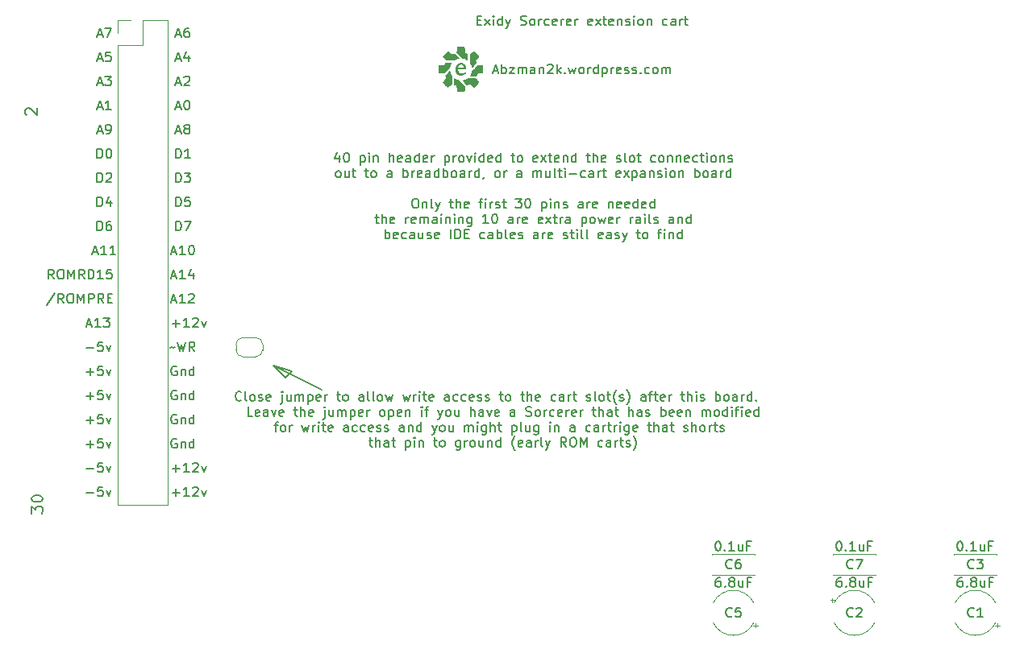
<source format=gto>
G04 #@! TF.GenerationSoftware,KiCad,Pcbnew,(6.0.0)*
G04 #@! TF.CreationDate,2022-11-09T00:44:27-05:00*
G04 #@! TF.ProjectId,Sorcerer Rom Pack to Ribbon,536f7263-6572-4657-9220-526f6d205061,rev?*
G04 #@! TF.SameCoordinates,Original*
G04 #@! TF.FileFunction,Legend,Top*
G04 #@! TF.FilePolarity,Positive*
%FSLAX46Y46*%
G04 Gerber Fmt 4.6, Leading zero omitted, Abs format (unit mm)*
G04 Created by KiCad (PCBNEW (6.0.0)) date 2022-11-09 00:44:27*
%MOMM*%
%LPD*%
G01*
G04 APERTURE LIST*
G04 Aperture macros list*
%AMFreePoly0*
4,1,22,0.500000,-0.750000,0.000000,-0.750000,0.000000,-0.745033,-0.079941,-0.743568,-0.215256,-0.701293,-0.333266,-0.622738,-0.424486,-0.514219,-0.481581,-0.384460,-0.499164,-0.250000,-0.500000,-0.250000,-0.500000,0.250000,-0.499164,0.250000,-0.499963,0.256109,-0.478152,0.396186,-0.417904,0.524511,-0.324060,0.630769,-0.204165,0.706417,-0.067858,0.745374,0.000000,0.744959,0.000000,0.750000,
0.500000,0.750000,0.500000,-0.750000,0.500000,-0.750000,$1*%
%AMFreePoly1*
4,1,20,0.000000,0.744959,0.073905,0.744508,0.209726,0.703889,0.328688,0.626782,0.421226,0.519385,0.479903,0.390333,0.500000,0.250000,0.500000,-0.250000,0.499851,-0.262216,0.476331,-0.402017,0.414519,-0.529596,0.319384,-0.634700,0.198574,-0.708877,0.061801,-0.746166,0.000000,-0.745033,0.000000,-0.750000,-0.500000,-0.750000,-0.500000,0.750000,0.000000,0.750000,0.000000,0.744959,
0.000000,0.744959,$1*%
G04 Aperture macros list end*
%ADD10C,0.150000*%
%ADD11C,0.200000*%
%ADD12C,0.120000*%
%ADD13C,1.600000*%
%ADD14R,7.600000X1.270000*%
%ADD15FreePoly0,0.000000*%
%ADD16FreePoly1,0.000000*%
%ADD17R,1.600000X1.600000*%
%ADD18R,1.700000X1.700000*%
%ADD19O,1.700000X1.700000*%
G04 APERTURE END LIST*
D10*
X97790000Y-112395000D02*
X98425000Y-111760000D01*
X96520000Y-111125000D02*
X97790000Y-112395000D01*
X96520000Y-111125000D02*
X101600000Y-113665000D01*
X98425000Y-111760000D02*
X96520000Y-111125000D01*
X76914523Y-106846666D02*
X77390714Y-106846666D01*
X76819285Y-107132380D02*
X77152619Y-106132380D01*
X77485952Y-107132380D01*
X78343095Y-107132380D02*
X77771666Y-107132380D01*
X78057380Y-107132380D02*
X78057380Y-106132380D01*
X77962142Y-106275238D01*
X77866904Y-106370476D01*
X77771666Y-106418095D01*
X78676428Y-106132380D02*
X79295476Y-106132380D01*
X78962142Y-106513333D01*
X79105000Y-106513333D01*
X79200238Y-106560952D01*
X79247857Y-106608571D01*
X79295476Y-106703809D01*
X79295476Y-106941904D01*
X79247857Y-107037142D01*
X79200238Y-107084761D01*
X79105000Y-107132380D01*
X78819285Y-107132380D01*
X78724047Y-107084761D01*
X78676428Y-107037142D01*
X77549523Y-99226666D02*
X78025714Y-99226666D01*
X77454285Y-99512380D02*
X77787619Y-98512380D01*
X78120952Y-99512380D01*
X78978095Y-99512380D02*
X78406666Y-99512380D01*
X78692380Y-99512380D02*
X78692380Y-98512380D01*
X78597142Y-98655238D01*
X78501904Y-98750476D01*
X78406666Y-98798095D01*
X79930476Y-99512380D02*
X79359047Y-99512380D01*
X79644761Y-99512380D02*
X79644761Y-98512380D01*
X79549523Y-98655238D01*
X79454285Y-98750476D01*
X79359047Y-98798095D01*
X76866904Y-114371428D02*
X77628809Y-114371428D01*
X77247857Y-114752380D02*
X77247857Y-113990476D01*
X78581190Y-113752380D02*
X78105000Y-113752380D01*
X78057380Y-114228571D01*
X78105000Y-114180952D01*
X78200238Y-114133333D01*
X78438333Y-114133333D01*
X78533571Y-114180952D01*
X78581190Y-114228571D01*
X78628809Y-114323809D01*
X78628809Y-114561904D01*
X78581190Y-114657142D01*
X78533571Y-114704761D01*
X78438333Y-114752380D01*
X78200238Y-114752380D01*
X78105000Y-114704761D01*
X78057380Y-114657142D01*
X78962142Y-114085714D02*
X79200238Y-114752380D01*
X79438333Y-114085714D01*
X78001904Y-94432380D02*
X78001904Y-93432380D01*
X78240000Y-93432380D01*
X78382857Y-93480000D01*
X78478095Y-93575238D01*
X78525714Y-93670476D01*
X78573333Y-93860952D01*
X78573333Y-94003809D01*
X78525714Y-94194285D01*
X78478095Y-94289523D01*
X78382857Y-94384761D01*
X78240000Y-94432380D01*
X78001904Y-94432380D01*
X79430476Y-93765714D02*
X79430476Y-94432380D01*
X79192380Y-93384761D02*
X78954285Y-94099047D01*
X79573333Y-94099047D01*
X85915714Y-124531428D02*
X86677619Y-124531428D01*
X86296666Y-124912380D02*
X86296666Y-124150476D01*
X87677619Y-124912380D02*
X87106190Y-124912380D01*
X87391904Y-124912380D02*
X87391904Y-123912380D01*
X87296666Y-124055238D01*
X87201428Y-124150476D01*
X87106190Y-124198095D01*
X88058571Y-124007619D02*
X88106190Y-123960000D01*
X88201428Y-123912380D01*
X88439523Y-123912380D01*
X88534761Y-123960000D01*
X88582380Y-124007619D01*
X88630000Y-124102857D01*
X88630000Y-124198095D01*
X88582380Y-124340952D01*
X88010952Y-124912380D01*
X88630000Y-124912380D01*
X88963333Y-124245714D02*
X89201428Y-124912380D01*
X89439523Y-124245714D01*
X85804523Y-101766666D02*
X86280714Y-101766666D01*
X85709285Y-102052380D02*
X86042619Y-101052380D01*
X86375952Y-102052380D01*
X87233095Y-102052380D02*
X86661666Y-102052380D01*
X86947380Y-102052380D02*
X86947380Y-101052380D01*
X86852142Y-101195238D01*
X86756904Y-101290476D01*
X86661666Y-101338095D01*
X88090238Y-101385714D02*
X88090238Y-102052380D01*
X87852142Y-101004761D02*
X87614047Y-101719047D01*
X88233095Y-101719047D01*
X86352142Y-116340000D02*
X86256904Y-116292380D01*
X86114047Y-116292380D01*
X85971190Y-116340000D01*
X85875952Y-116435238D01*
X85828333Y-116530476D01*
X85780714Y-116720952D01*
X85780714Y-116863809D01*
X85828333Y-117054285D01*
X85875952Y-117149523D01*
X85971190Y-117244761D01*
X86114047Y-117292380D01*
X86209285Y-117292380D01*
X86352142Y-117244761D01*
X86399761Y-117197142D01*
X86399761Y-116863809D01*
X86209285Y-116863809D01*
X86828333Y-116625714D02*
X86828333Y-117292380D01*
X86828333Y-116720952D02*
X86875952Y-116673333D01*
X86971190Y-116625714D01*
X87114047Y-116625714D01*
X87209285Y-116673333D01*
X87256904Y-116768571D01*
X87256904Y-117292380D01*
X88161666Y-117292380D02*
X88161666Y-116292380D01*
X88161666Y-117244761D02*
X88066428Y-117292380D01*
X87875952Y-117292380D01*
X87780714Y-117244761D01*
X87733095Y-117197142D01*
X87685476Y-117101904D01*
X87685476Y-116816190D01*
X87733095Y-116720952D01*
X87780714Y-116673333D01*
X87875952Y-116625714D01*
X88066428Y-116625714D01*
X88161666Y-116673333D01*
D11*
X71097857Y-126701428D02*
X71097857Y-125958571D01*
X71555000Y-126358571D01*
X71555000Y-126187142D01*
X71612142Y-126072857D01*
X71669285Y-126015714D01*
X71783571Y-125958571D01*
X72069285Y-125958571D01*
X72183571Y-126015714D01*
X72240714Y-126072857D01*
X72297857Y-126187142D01*
X72297857Y-126530000D01*
X72240714Y-126644285D01*
X72183571Y-126701428D01*
X71097857Y-125215714D02*
X71097857Y-125101428D01*
X71155000Y-124987142D01*
X71212142Y-124930000D01*
X71326428Y-124872857D01*
X71555000Y-124815714D01*
X71840714Y-124815714D01*
X72069285Y-124872857D01*
X72183571Y-124930000D01*
X72240714Y-124987142D01*
X72297857Y-125101428D01*
X72297857Y-125215714D01*
X72240714Y-125330000D01*
X72183571Y-125387142D01*
X72069285Y-125444285D01*
X71840714Y-125501428D01*
X71555000Y-125501428D01*
X71326428Y-125444285D01*
X71212142Y-125387142D01*
X71155000Y-125330000D01*
X71097857Y-125215714D01*
D10*
X78025714Y-78906666D02*
X78501904Y-78906666D01*
X77930476Y-79192380D02*
X78263809Y-78192380D01*
X78597142Y-79192380D01*
X79406666Y-78192380D02*
X78930476Y-78192380D01*
X78882857Y-78668571D01*
X78930476Y-78620952D01*
X79025714Y-78573333D01*
X79263809Y-78573333D01*
X79359047Y-78620952D01*
X79406666Y-78668571D01*
X79454285Y-78763809D01*
X79454285Y-79001904D01*
X79406666Y-79097142D01*
X79359047Y-79144761D01*
X79263809Y-79192380D01*
X79025714Y-79192380D01*
X78930476Y-79144761D01*
X78882857Y-79097142D01*
X86352142Y-111260000D02*
X86256904Y-111212380D01*
X86114047Y-111212380D01*
X85971190Y-111260000D01*
X85875952Y-111355238D01*
X85828333Y-111450476D01*
X85780714Y-111640952D01*
X85780714Y-111783809D01*
X85828333Y-111974285D01*
X85875952Y-112069523D01*
X85971190Y-112164761D01*
X86114047Y-112212380D01*
X86209285Y-112212380D01*
X86352142Y-112164761D01*
X86399761Y-112117142D01*
X86399761Y-111783809D01*
X86209285Y-111783809D01*
X86828333Y-111545714D02*
X86828333Y-112212380D01*
X86828333Y-111640952D02*
X86875952Y-111593333D01*
X86971190Y-111545714D01*
X87114047Y-111545714D01*
X87209285Y-111593333D01*
X87256904Y-111688571D01*
X87256904Y-112212380D01*
X88161666Y-112212380D02*
X88161666Y-111212380D01*
X88161666Y-112164761D02*
X88066428Y-112212380D01*
X87875952Y-112212380D01*
X87780714Y-112164761D01*
X87733095Y-112117142D01*
X87685476Y-112021904D01*
X87685476Y-111736190D01*
X87733095Y-111640952D01*
X87780714Y-111593333D01*
X87875952Y-111545714D01*
X88066428Y-111545714D01*
X88161666Y-111593333D01*
X117905000Y-74858571D02*
X118238333Y-74858571D01*
X118381190Y-75382380D02*
X117905000Y-75382380D01*
X117905000Y-74382380D01*
X118381190Y-74382380D01*
X118714523Y-75382380D02*
X119238333Y-74715714D01*
X118714523Y-74715714D02*
X119238333Y-75382380D01*
X119619285Y-75382380D02*
X119619285Y-74715714D01*
X119619285Y-74382380D02*
X119571666Y-74430000D01*
X119619285Y-74477619D01*
X119666904Y-74430000D01*
X119619285Y-74382380D01*
X119619285Y-74477619D01*
X120524047Y-75382380D02*
X120524047Y-74382380D01*
X120524047Y-75334761D02*
X120428809Y-75382380D01*
X120238333Y-75382380D01*
X120143095Y-75334761D01*
X120095476Y-75287142D01*
X120047857Y-75191904D01*
X120047857Y-74906190D01*
X120095476Y-74810952D01*
X120143095Y-74763333D01*
X120238333Y-74715714D01*
X120428809Y-74715714D01*
X120524047Y-74763333D01*
X120905000Y-74715714D02*
X121143095Y-75382380D01*
X121381190Y-74715714D02*
X121143095Y-75382380D01*
X121047857Y-75620476D01*
X121000238Y-75668095D01*
X120905000Y-75715714D01*
X122476428Y-75334761D02*
X122619285Y-75382380D01*
X122857380Y-75382380D01*
X122952619Y-75334761D01*
X123000238Y-75287142D01*
X123047857Y-75191904D01*
X123047857Y-75096666D01*
X123000238Y-75001428D01*
X122952619Y-74953809D01*
X122857380Y-74906190D01*
X122666904Y-74858571D01*
X122571666Y-74810952D01*
X122524047Y-74763333D01*
X122476428Y-74668095D01*
X122476428Y-74572857D01*
X122524047Y-74477619D01*
X122571666Y-74430000D01*
X122666904Y-74382380D01*
X122905000Y-74382380D01*
X123047857Y-74430000D01*
X123619285Y-75382380D02*
X123524047Y-75334761D01*
X123476428Y-75287142D01*
X123428809Y-75191904D01*
X123428809Y-74906190D01*
X123476428Y-74810952D01*
X123524047Y-74763333D01*
X123619285Y-74715714D01*
X123762142Y-74715714D01*
X123857380Y-74763333D01*
X123905000Y-74810952D01*
X123952619Y-74906190D01*
X123952619Y-75191904D01*
X123905000Y-75287142D01*
X123857380Y-75334761D01*
X123762142Y-75382380D01*
X123619285Y-75382380D01*
X124381190Y-75382380D02*
X124381190Y-74715714D01*
X124381190Y-74906190D02*
X124428809Y-74810952D01*
X124476428Y-74763333D01*
X124571666Y-74715714D01*
X124666904Y-74715714D01*
X125428809Y-75334761D02*
X125333571Y-75382380D01*
X125143095Y-75382380D01*
X125047857Y-75334761D01*
X125000238Y-75287142D01*
X124952619Y-75191904D01*
X124952619Y-74906190D01*
X125000238Y-74810952D01*
X125047857Y-74763333D01*
X125143095Y-74715714D01*
X125333571Y-74715714D01*
X125428809Y-74763333D01*
X126238333Y-75334761D02*
X126143095Y-75382380D01*
X125952619Y-75382380D01*
X125857380Y-75334761D01*
X125809761Y-75239523D01*
X125809761Y-74858571D01*
X125857380Y-74763333D01*
X125952619Y-74715714D01*
X126143095Y-74715714D01*
X126238333Y-74763333D01*
X126285952Y-74858571D01*
X126285952Y-74953809D01*
X125809761Y-75049047D01*
X126714523Y-75382380D02*
X126714523Y-74715714D01*
X126714523Y-74906190D02*
X126762142Y-74810952D01*
X126809761Y-74763333D01*
X126905000Y-74715714D01*
X127000238Y-74715714D01*
X127714523Y-75334761D02*
X127619285Y-75382380D01*
X127428809Y-75382380D01*
X127333571Y-75334761D01*
X127285952Y-75239523D01*
X127285952Y-74858571D01*
X127333571Y-74763333D01*
X127428809Y-74715714D01*
X127619285Y-74715714D01*
X127714523Y-74763333D01*
X127762142Y-74858571D01*
X127762142Y-74953809D01*
X127285952Y-75049047D01*
X128190714Y-75382380D02*
X128190714Y-74715714D01*
X128190714Y-74906190D02*
X128238333Y-74810952D01*
X128285952Y-74763333D01*
X128381190Y-74715714D01*
X128476428Y-74715714D01*
X129952619Y-75334761D02*
X129857380Y-75382380D01*
X129666904Y-75382380D01*
X129571666Y-75334761D01*
X129524047Y-75239523D01*
X129524047Y-74858571D01*
X129571666Y-74763333D01*
X129666904Y-74715714D01*
X129857380Y-74715714D01*
X129952619Y-74763333D01*
X130000238Y-74858571D01*
X130000238Y-74953809D01*
X129524047Y-75049047D01*
X130333571Y-75382380D02*
X130857380Y-74715714D01*
X130333571Y-74715714D02*
X130857380Y-75382380D01*
X131095476Y-74715714D02*
X131476428Y-74715714D01*
X131238333Y-74382380D02*
X131238333Y-75239523D01*
X131285952Y-75334761D01*
X131381190Y-75382380D01*
X131476428Y-75382380D01*
X132190714Y-75334761D02*
X132095476Y-75382380D01*
X131905000Y-75382380D01*
X131809761Y-75334761D01*
X131762142Y-75239523D01*
X131762142Y-74858571D01*
X131809761Y-74763333D01*
X131905000Y-74715714D01*
X132095476Y-74715714D01*
X132190714Y-74763333D01*
X132238333Y-74858571D01*
X132238333Y-74953809D01*
X131762142Y-75049047D01*
X132666904Y-74715714D02*
X132666904Y-75382380D01*
X132666904Y-74810952D02*
X132714523Y-74763333D01*
X132809761Y-74715714D01*
X132952619Y-74715714D01*
X133047857Y-74763333D01*
X133095476Y-74858571D01*
X133095476Y-75382380D01*
X133524047Y-75334761D02*
X133619285Y-75382380D01*
X133809761Y-75382380D01*
X133905000Y-75334761D01*
X133952619Y-75239523D01*
X133952619Y-75191904D01*
X133905000Y-75096666D01*
X133809761Y-75049047D01*
X133666904Y-75049047D01*
X133571666Y-75001428D01*
X133524047Y-74906190D01*
X133524047Y-74858571D01*
X133571666Y-74763333D01*
X133666904Y-74715714D01*
X133809761Y-74715714D01*
X133905000Y-74763333D01*
X134381190Y-75382380D02*
X134381190Y-74715714D01*
X134381190Y-74382380D02*
X134333571Y-74430000D01*
X134381190Y-74477619D01*
X134428809Y-74430000D01*
X134381190Y-74382380D01*
X134381190Y-74477619D01*
X135000238Y-75382380D02*
X134905000Y-75334761D01*
X134857380Y-75287142D01*
X134809761Y-75191904D01*
X134809761Y-74906190D01*
X134857380Y-74810952D01*
X134905000Y-74763333D01*
X135000238Y-74715714D01*
X135143095Y-74715714D01*
X135238333Y-74763333D01*
X135285952Y-74810952D01*
X135333571Y-74906190D01*
X135333571Y-75191904D01*
X135285952Y-75287142D01*
X135238333Y-75334761D01*
X135143095Y-75382380D01*
X135000238Y-75382380D01*
X135762142Y-74715714D02*
X135762142Y-75382380D01*
X135762142Y-74810952D02*
X135809761Y-74763333D01*
X135905000Y-74715714D01*
X136047857Y-74715714D01*
X136143095Y-74763333D01*
X136190714Y-74858571D01*
X136190714Y-75382380D01*
X137857380Y-75334761D02*
X137762142Y-75382380D01*
X137571666Y-75382380D01*
X137476428Y-75334761D01*
X137428809Y-75287142D01*
X137381190Y-75191904D01*
X137381190Y-74906190D01*
X137428809Y-74810952D01*
X137476428Y-74763333D01*
X137571666Y-74715714D01*
X137762142Y-74715714D01*
X137857380Y-74763333D01*
X138714523Y-75382380D02*
X138714523Y-74858571D01*
X138666904Y-74763333D01*
X138571666Y-74715714D01*
X138381190Y-74715714D01*
X138285952Y-74763333D01*
X138714523Y-75334761D02*
X138619285Y-75382380D01*
X138381190Y-75382380D01*
X138285952Y-75334761D01*
X138238333Y-75239523D01*
X138238333Y-75144285D01*
X138285952Y-75049047D01*
X138381190Y-75001428D01*
X138619285Y-75001428D01*
X138714523Y-74953809D01*
X139190714Y-75382380D02*
X139190714Y-74715714D01*
X139190714Y-74906190D02*
X139238333Y-74810952D01*
X139285952Y-74763333D01*
X139381190Y-74715714D01*
X139476428Y-74715714D01*
X139666904Y-74715714D02*
X140047857Y-74715714D01*
X139809761Y-74382380D02*
X139809761Y-75239523D01*
X139857380Y-75334761D01*
X139952619Y-75382380D01*
X140047857Y-75382380D01*
X86352142Y-118880000D02*
X86256904Y-118832380D01*
X86114047Y-118832380D01*
X85971190Y-118880000D01*
X85875952Y-118975238D01*
X85828333Y-119070476D01*
X85780714Y-119260952D01*
X85780714Y-119403809D01*
X85828333Y-119594285D01*
X85875952Y-119689523D01*
X85971190Y-119784761D01*
X86114047Y-119832380D01*
X86209285Y-119832380D01*
X86352142Y-119784761D01*
X86399761Y-119737142D01*
X86399761Y-119403809D01*
X86209285Y-119403809D01*
X86828333Y-119165714D02*
X86828333Y-119832380D01*
X86828333Y-119260952D02*
X86875952Y-119213333D01*
X86971190Y-119165714D01*
X87114047Y-119165714D01*
X87209285Y-119213333D01*
X87256904Y-119308571D01*
X87256904Y-119832380D01*
X88161666Y-119832380D02*
X88161666Y-118832380D01*
X88161666Y-119784761D02*
X88066428Y-119832380D01*
X87875952Y-119832380D01*
X87780714Y-119784761D01*
X87733095Y-119737142D01*
X87685476Y-119641904D01*
X87685476Y-119356190D01*
X87733095Y-119260952D01*
X87780714Y-119213333D01*
X87875952Y-119165714D01*
X88066428Y-119165714D01*
X88161666Y-119213333D01*
X119595476Y-80176666D02*
X120071666Y-80176666D01*
X119500238Y-80462380D02*
X119833571Y-79462380D01*
X120166904Y-80462380D01*
X120500238Y-80462380D02*
X120500238Y-79462380D01*
X120500238Y-79843333D02*
X120595476Y-79795714D01*
X120785952Y-79795714D01*
X120881190Y-79843333D01*
X120928809Y-79890952D01*
X120976428Y-79986190D01*
X120976428Y-80271904D01*
X120928809Y-80367142D01*
X120881190Y-80414761D01*
X120785952Y-80462380D01*
X120595476Y-80462380D01*
X120500238Y-80414761D01*
X121309761Y-79795714D02*
X121833571Y-79795714D01*
X121309761Y-80462380D01*
X121833571Y-80462380D01*
X122214523Y-80462380D02*
X122214523Y-79795714D01*
X122214523Y-79890952D02*
X122262142Y-79843333D01*
X122357380Y-79795714D01*
X122500238Y-79795714D01*
X122595476Y-79843333D01*
X122643095Y-79938571D01*
X122643095Y-80462380D01*
X122643095Y-79938571D02*
X122690714Y-79843333D01*
X122785952Y-79795714D01*
X122928809Y-79795714D01*
X123024047Y-79843333D01*
X123071666Y-79938571D01*
X123071666Y-80462380D01*
X123976428Y-80462380D02*
X123976428Y-79938571D01*
X123928809Y-79843333D01*
X123833571Y-79795714D01*
X123643095Y-79795714D01*
X123547857Y-79843333D01*
X123976428Y-80414761D02*
X123881190Y-80462380D01*
X123643095Y-80462380D01*
X123547857Y-80414761D01*
X123500238Y-80319523D01*
X123500238Y-80224285D01*
X123547857Y-80129047D01*
X123643095Y-80081428D01*
X123881190Y-80081428D01*
X123976428Y-80033809D01*
X124452619Y-79795714D02*
X124452619Y-80462380D01*
X124452619Y-79890952D02*
X124500238Y-79843333D01*
X124595476Y-79795714D01*
X124738333Y-79795714D01*
X124833571Y-79843333D01*
X124881190Y-79938571D01*
X124881190Y-80462380D01*
X125309761Y-79557619D02*
X125357380Y-79510000D01*
X125452619Y-79462380D01*
X125690714Y-79462380D01*
X125785952Y-79510000D01*
X125833571Y-79557619D01*
X125881190Y-79652857D01*
X125881190Y-79748095D01*
X125833571Y-79890952D01*
X125262142Y-80462380D01*
X125881190Y-80462380D01*
X126309761Y-80462380D02*
X126309761Y-79462380D01*
X126405000Y-80081428D02*
X126690714Y-80462380D01*
X126690714Y-79795714D02*
X126309761Y-80176666D01*
X127119285Y-80367142D02*
X127166904Y-80414761D01*
X127119285Y-80462380D01*
X127071666Y-80414761D01*
X127119285Y-80367142D01*
X127119285Y-80462380D01*
X127500238Y-79795714D02*
X127690714Y-80462380D01*
X127881190Y-79986190D01*
X128071666Y-80462380D01*
X128262142Y-79795714D01*
X128785952Y-80462380D02*
X128690714Y-80414761D01*
X128643095Y-80367142D01*
X128595476Y-80271904D01*
X128595476Y-79986190D01*
X128643095Y-79890952D01*
X128690714Y-79843333D01*
X128785952Y-79795714D01*
X128928809Y-79795714D01*
X129024047Y-79843333D01*
X129071666Y-79890952D01*
X129119285Y-79986190D01*
X129119285Y-80271904D01*
X129071666Y-80367142D01*
X129024047Y-80414761D01*
X128928809Y-80462380D01*
X128785952Y-80462380D01*
X129547857Y-80462380D02*
X129547857Y-79795714D01*
X129547857Y-79986190D02*
X129595476Y-79890952D01*
X129643095Y-79843333D01*
X129738333Y-79795714D01*
X129833571Y-79795714D01*
X130595476Y-80462380D02*
X130595476Y-79462380D01*
X130595476Y-80414761D02*
X130500238Y-80462380D01*
X130309761Y-80462380D01*
X130214523Y-80414761D01*
X130166904Y-80367142D01*
X130119285Y-80271904D01*
X130119285Y-79986190D01*
X130166904Y-79890952D01*
X130214523Y-79843333D01*
X130309761Y-79795714D01*
X130500238Y-79795714D01*
X130595476Y-79843333D01*
X131071666Y-79795714D02*
X131071666Y-80795714D01*
X131071666Y-79843333D02*
X131166904Y-79795714D01*
X131357380Y-79795714D01*
X131452619Y-79843333D01*
X131500238Y-79890952D01*
X131547857Y-79986190D01*
X131547857Y-80271904D01*
X131500238Y-80367142D01*
X131452619Y-80414761D01*
X131357380Y-80462380D01*
X131166904Y-80462380D01*
X131071666Y-80414761D01*
X131976428Y-80462380D02*
X131976428Y-79795714D01*
X131976428Y-79986190D02*
X132024047Y-79890952D01*
X132071666Y-79843333D01*
X132166904Y-79795714D01*
X132262142Y-79795714D01*
X132976428Y-80414761D02*
X132881190Y-80462380D01*
X132690714Y-80462380D01*
X132595476Y-80414761D01*
X132547857Y-80319523D01*
X132547857Y-79938571D01*
X132595476Y-79843333D01*
X132690714Y-79795714D01*
X132881190Y-79795714D01*
X132976428Y-79843333D01*
X133024047Y-79938571D01*
X133024047Y-80033809D01*
X132547857Y-80129047D01*
X133405000Y-80414761D02*
X133500238Y-80462380D01*
X133690714Y-80462380D01*
X133785952Y-80414761D01*
X133833571Y-80319523D01*
X133833571Y-80271904D01*
X133785952Y-80176666D01*
X133690714Y-80129047D01*
X133547857Y-80129047D01*
X133452619Y-80081428D01*
X133405000Y-79986190D01*
X133405000Y-79938571D01*
X133452619Y-79843333D01*
X133547857Y-79795714D01*
X133690714Y-79795714D01*
X133785952Y-79843333D01*
X134214523Y-80414761D02*
X134309761Y-80462380D01*
X134500238Y-80462380D01*
X134595476Y-80414761D01*
X134643095Y-80319523D01*
X134643095Y-80271904D01*
X134595476Y-80176666D01*
X134500238Y-80129047D01*
X134357380Y-80129047D01*
X134262142Y-80081428D01*
X134214523Y-79986190D01*
X134214523Y-79938571D01*
X134262142Y-79843333D01*
X134357380Y-79795714D01*
X134500238Y-79795714D01*
X134595476Y-79843333D01*
X135071666Y-80367142D02*
X135119285Y-80414761D01*
X135071666Y-80462380D01*
X135024047Y-80414761D01*
X135071666Y-80367142D01*
X135071666Y-80462380D01*
X135976428Y-80414761D02*
X135881190Y-80462380D01*
X135690714Y-80462380D01*
X135595476Y-80414761D01*
X135547857Y-80367142D01*
X135500238Y-80271904D01*
X135500238Y-79986190D01*
X135547857Y-79890952D01*
X135595476Y-79843333D01*
X135690714Y-79795714D01*
X135881190Y-79795714D01*
X135976428Y-79843333D01*
X136547857Y-80462380D02*
X136452619Y-80414761D01*
X136405000Y-80367142D01*
X136357380Y-80271904D01*
X136357380Y-79986190D01*
X136405000Y-79890952D01*
X136452619Y-79843333D01*
X136547857Y-79795714D01*
X136690714Y-79795714D01*
X136785952Y-79843333D01*
X136833571Y-79890952D01*
X136881190Y-79986190D01*
X136881190Y-80271904D01*
X136833571Y-80367142D01*
X136785952Y-80414761D01*
X136690714Y-80462380D01*
X136547857Y-80462380D01*
X137309761Y-80462380D02*
X137309761Y-79795714D01*
X137309761Y-79890952D02*
X137357380Y-79843333D01*
X137452619Y-79795714D01*
X137595476Y-79795714D01*
X137690714Y-79843333D01*
X137738333Y-79938571D01*
X137738333Y-80462380D01*
X137738333Y-79938571D02*
X137785952Y-79843333D01*
X137881190Y-79795714D01*
X138024047Y-79795714D01*
X138119285Y-79843333D01*
X138166904Y-79938571D01*
X138166904Y-80462380D01*
X86256904Y-89352380D02*
X86256904Y-88352380D01*
X86495000Y-88352380D01*
X86637857Y-88400000D01*
X86733095Y-88495238D01*
X86780714Y-88590476D01*
X86828333Y-88780952D01*
X86828333Y-88923809D01*
X86780714Y-89114285D01*
X86733095Y-89209523D01*
X86637857Y-89304761D01*
X86495000Y-89352380D01*
X86256904Y-89352380D01*
X87780714Y-89352380D02*
X87209285Y-89352380D01*
X87495000Y-89352380D02*
X87495000Y-88352380D01*
X87399761Y-88495238D01*
X87304523Y-88590476D01*
X87209285Y-88638095D01*
X73580952Y-103544761D02*
X72723809Y-104830476D01*
X74485714Y-104592380D02*
X74152380Y-104116190D01*
X73914285Y-104592380D02*
X73914285Y-103592380D01*
X74295238Y-103592380D01*
X74390476Y-103640000D01*
X74438095Y-103687619D01*
X74485714Y-103782857D01*
X74485714Y-103925714D01*
X74438095Y-104020952D01*
X74390476Y-104068571D01*
X74295238Y-104116190D01*
X73914285Y-104116190D01*
X75104761Y-103592380D02*
X75295238Y-103592380D01*
X75390476Y-103640000D01*
X75485714Y-103735238D01*
X75533333Y-103925714D01*
X75533333Y-104259047D01*
X75485714Y-104449523D01*
X75390476Y-104544761D01*
X75295238Y-104592380D01*
X75104761Y-104592380D01*
X75009523Y-104544761D01*
X74914285Y-104449523D01*
X74866666Y-104259047D01*
X74866666Y-103925714D01*
X74914285Y-103735238D01*
X75009523Y-103640000D01*
X75104761Y-103592380D01*
X75961904Y-104592380D02*
X75961904Y-103592380D01*
X76295238Y-104306666D01*
X76628571Y-103592380D01*
X76628571Y-104592380D01*
X77104761Y-104592380D02*
X77104761Y-103592380D01*
X77485714Y-103592380D01*
X77580952Y-103640000D01*
X77628571Y-103687619D01*
X77676190Y-103782857D01*
X77676190Y-103925714D01*
X77628571Y-104020952D01*
X77580952Y-104068571D01*
X77485714Y-104116190D01*
X77104761Y-104116190D01*
X78676190Y-104592380D02*
X78342857Y-104116190D01*
X78104761Y-104592380D02*
X78104761Y-103592380D01*
X78485714Y-103592380D01*
X78580952Y-103640000D01*
X78628571Y-103687619D01*
X78676190Y-103782857D01*
X78676190Y-103925714D01*
X78628571Y-104020952D01*
X78580952Y-104068571D01*
X78485714Y-104116190D01*
X78104761Y-104116190D01*
X79104761Y-104068571D02*
X79438095Y-104068571D01*
X79580952Y-104592380D02*
X79104761Y-104592380D01*
X79104761Y-103592380D01*
X79580952Y-103592380D01*
X103420238Y-89105714D02*
X103420238Y-89772380D01*
X103182142Y-88724761D02*
X102944047Y-89439047D01*
X103563095Y-89439047D01*
X104134523Y-88772380D02*
X104229761Y-88772380D01*
X104325000Y-88820000D01*
X104372619Y-88867619D01*
X104420238Y-88962857D01*
X104467857Y-89153333D01*
X104467857Y-89391428D01*
X104420238Y-89581904D01*
X104372619Y-89677142D01*
X104325000Y-89724761D01*
X104229761Y-89772380D01*
X104134523Y-89772380D01*
X104039285Y-89724761D01*
X103991666Y-89677142D01*
X103944047Y-89581904D01*
X103896428Y-89391428D01*
X103896428Y-89153333D01*
X103944047Y-88962857D01*
X103991666Y-88867619D01*
X104039285Y-88820000D01*
X104134523Y-88772380D01*
X105658333Y-89105714D02*
X105658333Y-90105714D01*
X105658333Y-89153333D02*
X105753571Y-89105714D01*
X105944047Y-89105714D01*
X106039285Y-89153333D01*
X106086904Y-89200952D01*
X106134523Y-89296190D01*
X106134523Y-89581904D01*
X106086904Y-89677142D01*
X106039285Y-89724761D01*
X105944047Y-89772380D01*
X105753571Y-89772380D01*
X105658333Y-89724761D01*
X106563095Y-89772380D02*
X106563095Y-89105714D01*
X106563095Y-88772380D02*
X106515476Y-88820000D01*
X106563095Y-88867619D01*
X106610714Y-88820000D01*
X106563095Y-88772380D01*
X106563095Y-88867619D01*
X107039285Y-89105714D02*
X107039285Y-89772380D01*
X107039285Y-89200952D02*
X107086904Y-89153333D01*
X107182142Y-89105714D01*
X107325000Y-89105714D01*
X107420238Y-89153333D01*
X107467857Y-89248571D01*
X107467857Y-89772380D01*
X108705952Y-89772380D02*
X108705952Y-88772380D01*
X109134523Y-89772380D02*
X109134523Y-89248571D01*
X109086904Y-89153333D01*
X108991666Y-89105714D01*
X108848809Y-89105714D01*
X108753571Y-89153333D01*
X108705952Y-89200952D01*
X109991666Y-89724761D02*
X109896428Y-89772380D01*
X109705952Y-89772380D01*
X109610714Y-89724761D01*
X109563095Y-89629523D01*
X109563095Y-89248571D01*
X109610714Y-89153333D01*
X109705952Y-89105714D01*
X109896428Y-89105714D01*
X109991666Y-89153333D01*
X110039285Y-89248571D01*
X110039285Y-89343809D01*
X109563095Y-89439047D01*
X110896428Y-89772380D02*
X110896428Y-89248571D01*
X110848809Y-89153333D01*
X110753571Y-89105714D01*
X110563095Y-89105714D01*
X110467857Y-89153333D01*
X110896428Y-89724761D02*
X110801190Y-89772380D01*
X110563095Y-89772380D01*
X110467857Y-89724761D01*
X110420238Y-89629523D01*
X110420238Y-89534285D01*
X110467857Y-89439047D01*
X110563095Y-89391428D01*
X110801190Y-89391428D01*
X110896428Y-89343809D01*
X111801190Y-89772380D02*
X111801190Y-88772380D01*
X111801190Y-89724761D02*
X111705952Y-89772380D01*
X111515476Y-89772380D01*
X111420238Y-89724761D01*
X111372619Y-89677142D01*
X111325000Y-89581904D01*
X111325000Y-89296190D01*
X111372619Y-89200952D01*
X111420238Y-89153333D01*
X111515476Y-89105714D01*
X111705952Y-89105714D01*
X111801190Y-89153333D01*
X112658333Y-89724761D02*
X112563095Y-89772380D01*
X112372619Y-89772380D01*
X112277380Y-89724761D01*
X112229761Y-89629523D01*
X112229761Y-89248571D01*
X112277380Y-89153333D01*
X112372619Y-89105714D01*
X112563095Y-89105714D01*
X112658333Y-89153333D01*
X112705952Y-89248571D01*
X112705952Y-89343809D01*
X112229761Y-89439047D01*
X113134523Y-89772380D02*
X113134523Y-89105714D01*
X113134523Y-89296190D02*
X113182142Y-89200952D01*
X113229761Y-89153333D01*
X113325000Y-89105714D01*
X113420238Y-89105714D01*
X114515476Y-89105714D02*
X114515476Y-90105714D01*
X114515476Y-89153333D02*
X114610714Y-89105714D01*
X114801190Y-89105714D01*
X114896428Y-89153333D01*
X114944047Y-89200952D01*
X114991666Y-89296190D01*
X114991666Y-89581904D01*
X114944047Y-89677142D01*
X114896428Y-89724761D01*
X114801190Y-89772380D01*
X114610714Y-89772380D01*
X114515476Y-89724761D01*
X115420238Y-89772380D02*
X115420238Y-89105714D01*
X115420238Y-89296190D02*
X115467857Y-89200952D01*
X115515476Y-89153333D01*
X115610714Y-89105714D01*
X115705952Y-89105714D01*
X116182142Y-89772380D02*
X116086904Y-89724761D01*
X116039285Y-89677142D01*
X115991666Y-89581904D01*
X115991666Y-89296190D01*
X116039285Y-89200952D01*
X116086904Y-89153333D01*
X116182142Y-89105714D01*
X116325000Y-89105714D01*
X116420238Y-89153333D01*
X116467857Y-89200952D01*
X116515476Y-89296190D01*
X116515476Y-89581904D01*
X116467857Y-89677142D01*
X116420238Y-89724761D01*
X116325000Y-89772380D01*
X116182142Y-89772380D01*
X116848809Y-89105714D02*
X117086904Y-89772380D01*
X117325000Y-89105714D01*
X117705952Y-89772380D02*
X117705952Y-89105714D01*
X117705952Y-88772380D02*
X117658333Y-88820000D01*
X117705952Y-88867619D01*
X117753571Y-88820000D01*
X117705952Y-88772380D01*
X117705952Y-88867619D01*
X118610714Y-89772380D02*
X118610714Y-88772380D01*
X118610714Y-89724761D02*
X118515476Y-89772380D01*
X118325000Y-89772380D01*
X118229761Y-89724761D01*
X118182142Y-89677142D01*
X118134523Y-89581904D01*
X118134523Y-89296190D01*
X118182142Y-89200952D01*
X118229761Y-89153333D01*
X118325000Y-89105714D01*
X118515476Y-89105714D01*
X118610714Y-89153333D01*
X119467857Y-89724761D02*
X119372619Y-89772380D01*
X119182142Y-89772380D01*
X119086904Y-89724761D01*
X119039285Y-89629523D01*
X119039285Y-89248571D01*
X119086904Y-89153333D01*
X119182142Y-89105714D01*
X119372619Y-89105714D01*
X119467857Y-89153333D01*
X119515476Y-89248571D01*
X119515476Y-89343809D01*
X119039285Y-89439047D01*
X120372619Y-89772380D02*
X120372619Y-88772380D01*
X120372619Y-89724761D02*
X120277380Y-89772380D01*
X120086904Y-89772380D01*
X119991666Y-89724761D01*
X119944047Y-89677142D01*
X119896428Y-89581904D01*
X119896428Y-89296190D01*
X119944047Y-89200952D01*
X119991666Y-89153333D01*
X120086904Y-89105714D01*
X120277380Y-89105714D01*
X120372619Y-89153333D01*
X121467857Y-89105714D02*
X121848809Y-89105714D01*
X121610714Y-88772380D02*
X121610714Y-89629523D01*
X121658333Y-89724761D01*
X121753571Y-89772380D01*
X121848809Y-89772380D01*
X122325000Y-89772380D02*
X122229761Y-89724761D01*
X122182142Y-89677142D01*
X122134523Y-89581904D01*
X122134523Y-89296190D01*
X122182142Y-89200952D01*
X122229761Y-89153333D01*
X122325000Y-89105714D01*
X122467857Y-89105714D01*
X122563095Y-89153333D01*
X122610714Y-89200952D01*
X122658333Y-89296190D01*
X122658333Y-89581904D01*
X122610714Y-89677142D01*
X122563095Y-89724761D01*
X122467857Y-89772380D01*
X122325000Y-89772380D01*
X124229761Y-89724761D02*
X124134523Y-89772380D01*
X123944047Y-89772380D01*
X123848809Y-89724761D01*
X123801190Y-89629523D01*
X123801190Y-89248571D01*
X123848809Y-89153333D01*
X123944047Y-89105714D01*
X124134523Y-89105714D01*
X124229761Y-89153333D01*
X124277380Y-89248571D01*
X124277380Y-89343809D01*
X123801190Y-89439047D01*
X124610714Y-89772380D02*
X125134523Y-89105714D01*
X124610714Y-89105714D02*
X125134523Y-89772380D01*
X125372619Y-89105714D02*
X125753571Y-89105714D01*
X125515476Y-88772380D02*
X125515476Y-89629523D01*
X125563095Y-89724761D01*
X125658333Y-89772380D01*
X125753571Y-89772380D01*
X126467857Y-89724761D02*
X126372619Y-89772380D01*
X126182142Y-89772380D01*
X126086904Y-89724761D01*
X126039285Y-89629523D01*
X126039285Y-89248571D01*
X126086904Y-89153333D01*
X126182142Y-89105714D01*
X126372619Y-89105714D01*
X126467857Y-89153333D01*
X126515476Y-89248571D01*
X126515476Y-89343809D01*
X126039285Y-89439047D01*
X126944047Y-89105714D02*
X126944047Y-89772380D01*
X126944047Y-89200952D02*
X126991666Y-89153333D01*
X127086904Y-89105714D01*
X127229761Y-89105714D01*
X127325000Y-89153333D01*
X127372619Y-89248571D01*
X127372619Y-89772380D01*
X128277380Y-89772380D02*
X128277380Y-88772380D01*
X128277380Y-89724761D02*
X128182142Y-89772380D01*
X127991666Y-89772380D01*
X127896428Y-89724761D01*
X127848809Y-89677142D01*
X127801190Y-89581904D01*
X127801190Y-89296190D01*
X127848809Y-89200952D01*
X127896428Y-89153333D01*
X127991666Y-89105714D01*
X128182142Y-89105714D01*
X128277380Y-89153333D01*
X129372619Y-89105714D02*
X129753571Y-89105714D01*
X129515476Y-88772380D02*
X129515476Y-89629523D01*
X129563095Y-89724761D01*
X129658333Y-89772380D01*
X129753571Y-89772380D01*
X130086904Y-89772380D02*
X130086904Y-88772380D01*
X130515476Y-89772380D02*
X130515476Y-89248571D01*
X130467857Y-89153333D01*
X130372619Y-89105714D01*
X130229761Y-89105714D01*
X130134523Y-89153333D01*
X130086904Y-89200952D01*
X131372619Y-89724761D02*
X131277380Y-89772380D01*
X131086904Y-89772380D01*
X130991666Y-89724761D01*
X130944047Y-89629523D01*
X130944047Y-89248571D01*
X130991666Y-89153333D01*
X131086904Y-89105714D01*
X131277380Y-89105714D01*
X131372619Y-89153333D01*
X131420238Y-89248571D01*
X131420238Y-89343809D01*
X130944047Y-89439047D01*
X132563095Y-89724761D02*
X132658333Y-89772380D01*
X132848809Y-89772380D01*
X132944047Y-89724761D01*
X132991666Y-89629523D01*
X132991666Y-89581904D01*
X132944047Y-89486666D01*
X132848809Y-89439047D01*
X132705952Y-89439047D01*
X132610714Y-89391428D01*
X132563095Y-89296190D01*
X132563095Y-89248571D01*
X132610714Y-89153333D01*
X132705952Y-89105714D01*
X132848809Y-89105714D01*
X132944047Y-89153333D01*
X133563095Y-89772380D02*
X133467857Y-89724761D01*
X133420238Y-89629523D01*
X133420238Y-88772380D01*
X134086904Y-89772380D02*
X133991666Y-89724761D01*
X133944047Y-89677142D01*
X133896428Y-89581904D01*
X133896428Y-89296190D01*
X133944047Y-89200952D01*
X133991666Y-89153333D01*
X134086904Y-89105714D01*
X134229761Y-89105714D01*
X134325000Y-89153333D01*
X134372619Y-89200952D01*
X134420238Y-89296190D01*
X134420238Y-89581904D01*
X134372619Y-89677142D01*
X134325000Y-89724761D01*
X134229761Y-89772380D01*
X134086904Y-89772380D01*
X134705952Y-89105714D02*
X135086904Y-89105714D01*
X134848809Y-88772380D02*
X134848809Y-89629523D01*
X134896428Y-89724761D01*
X134991666Y-89772380D01*
X135086904Y-89772380D01*
X136610714Y-89724761D02*
X136515476Y-89772380D01*
X136325000Y-89772380D01*
X136229761Y-89724761D01*
X136182142Y-89677142D01*
X136134523Y-89581904D01*
X136134523Y-89296190D01*
X136182142Y-89200952D01*
X136229761Y-89153333D01*
X136325000Y-89105714D01*
X136515476Y-89105714D01*
X136610714Y-89153333D01*
X137182142Y-89772380D02*
X137086904Y-89724761D01*
X137039285Y-89677142D01*
X136991666Y-89581904D01*
X136991666Y-89296190D01*
X137039285Y-89200952D01*
X137086904Y-89153333D01*
X137182142Y-89105714D01*
X137325000Y-89105714D01*
X137420238Y-89153333D01*
X137467857Y-89200952D01*
X137515476Y-89296190D01*
X137515476Y-89581904D01*
X137467857Y-89677142D01*
X137420238Y-89724761D01*
X137325000Y-89772380D01*
X137182142Y-89772380D01*
X137944047Y-89105714D02*
X137944047Y-89772380D01*
X137944047Y-89200952D02*
X137991666Y-89153333D01*
X138086904Y-89105714D01*
X138229761Y-89105714D01*
X138325000Y-89153333D01*
X138372619Y-89248571D01*
X138372619Y-89772380D01*
X138848809Y-89105714D02*
X138848809Y-89772380D01*
X138848809Y-89200952D02*
X138896428Y-89153333D01*
X138991666Y-89105714D01*
X139134523Y-89105714D01*
X139229761Y-89153333D01*
X139277380Y-89248571D01*
X139277380Y-89772380D01*
X140134523Y-89724761D02*
X140039285Y-89772380D01*
X139848809Y-89772380D01*
X139753571Y-89724761D01*
X139705952Y-89629523D01*
X139705952Y-89248571D01*
X139753571Y-89153333D01*
X139848809Y-89105714D01*
X140039285Y-89105714D01*
X140134523Y-89153333D01*
X140182142Y-89248571D01*
X140182142Y-89343809D01*
X139705952Y-89439047D01*
X141039285Y-89724761D02*
X140944047Y-89772380D01*
X140753571Y-89772380D01*
X140658333Y-89724761D01*
X140610714Y-89677142D01*
X140563095Y-89581904D01*
X140563095Y-89296190D01*
X140610714Y-89200952D01*
X140658333Y-89153333D01*
X140753571Y-89105714D01*
X140944047Y-89105714D01*
X141039285Y-89153333D01*
X141325000Y-89105714D02*
X141705952Y-89105714D01*
X141467857Y-88772380D02*
X141467857Y-89629523D01*
X141515476Y-89724761D01*
X141610714Y-89772380D01*
X141705952Y-89772380D01*
X142039285Y-89772380D02*
X142039285Y-89105714D01*
X142039285Y-88772380D02*
X141991666Y-88820000D01*
X142039285Y-88867619D01*
X142086904Y-88820000D01*
X142039285Y-88772380D01*
X142039285Y-88867619D01*
X142658333Y-89772380D02*
X142563095Y-89724761D01*
X142515476Y-89677142D01*
X142467857Y-89581904D01*
X142467857Y-89296190D01*
X142515476Y-89200952D01*
X142563095Y-89153333D01*
X142658333Y-89105714D01*
X142801190Y-89105714D01*
X142896428Y-89153333D01*
X142944047Y-89200952D01*
X142991666Y-89296190D01*
X142991666Y-89581904D01*
X142944047Y-89677142D01*
X142896428Y-89724761D01*
X142801190Y-89772380D01*
X142658333Y-89772380D01*
X143420238Y-89105714D02*
X143420238Y-89772380D01*
X143420238Y-89200952D02*
X143467857Y-89153333D01*
X143563095Y-89105714D01*
X143705952Y-89105714D01*
X143801190Y-89153333D01*
X143848809Y-89248571D01*
X143848809Y-89772380D01*
X144277380Y-89724761D02*
X144372619Y-89772380D01*
X144563095Y-89772380D01*
X144658333Y-89724761D01*
X144705952Y-89629523D01*
X144705952Y-89581904D01*
X144658333Y-89486666D01*
X144563095Y-89439047D01*
X144420238Y-89439047D01*
X144325000Y-89391428D01*
X144277380Y-89296190D01*
X144277380Y-89248571D01*
X144325000Y-89153333D01*
X144420238Y-89105714D01*
X144563095Y-89105714D01*
X144658333Y-89153333D01*
X103253571Y-91382380D02*
X103158333Y-91334761D01*
X103110714Y-91287142D01*
X103063095Y-91191904D01*
X103063095Y-90906190D01*
X103110714Y-90810952D01*
X103158333Y-90763333D01*
X103253571Y-90715714D01*
X103396428Y-90715714D01*
X103491666Y-90763333D01*
X103539285Y-90810952D01*
X103586904Y-90906190D01*
X103586904Y-91191904D01*
X103539285Y-91287142D01*
X103491666Y-91334761D01*
X103396428Y-91382380D01*
X103253571Y-91382380D01*
X104444047Y-90715714D02*
X104444047Y-91382380D01*
X104015476Y-90715714D02*
X104015476Y-91239523D01*
X104063095Y-91334761D01*
X104158333Y-91382380D01*
X104301190Y-91382380D01*
X104396428Y-91334761D01*
X104444047Y-91287142D01*
X104777380Y-90715714D02*
X105158333Y-90715714D01*
X104920238Y-90382380D02*
X104920238Y-91239523D01*
X104967857Y-91334761D01*
X105063095Y-91382380D01*
X105158333Y-91382380D01*
X106110714Y-90715714D02*
X106491666Y-90715714D01*
X106253571Y-90382380D02*
X106253571Y-91239523D01*
X106301190Y-91334761D01*
X106396428Y-91382380D01*
X106491666Y-91382380D01*
X106967857Y-91382380D02*
X106872619Y-91334761D01*
X106825000Y-91287142D01*
X106777380Y-91191904D01*
X106777380Y-90906190D01*
X106825000Y-90810952D01*
X106872619Y-90763333D01*
X106967857Y-90715714D01*
X107110714Y-90715714D01*
X107205952Y-90763333D01*
X107253571Y-90810952D01*
X107301190Y-90906190D01*
X107301190Y-91191904D01*
X107253571Y-91287142D01*
X107205952Y-91334761D01*
X107110714Y-91382380D01*
X106967857Y-91382380D01*
X108920238Y-91382380D02*
X108920238Y-90858571D01*
X108872619Y-90763333D01*
X108777380Y-90715714D01*
X108586904Y-90715714D01*
X108491666Y-90763333D01*
X108920238Y-91334761D02*
X108825000Y-91382380D01*
X108586904Y-91382380D01*
X108491666Y-91334761D01*
X108444047Y-91239523D01*
X108444047Y-91144285D01*
X108491666Y-91049047D01*
X108586904Y-91001428D01*
X108825000Y-91001428D01*
X108920238Y-90953809D01*
X110158333Y-91382380D02*
X110158333Y-90382380D01*
X110158333Y-90763333D02*
X110253571Y-90715714D01*
X110444047Y-90715714D01*
X110539285Y-90763333D01*
X110586904Y-90810952D01*
X110634523Y-90906190D01*
X110634523Y-91191904D01*
X110586904Y-91287142D01*
X110539285Y-91334761D01*
X110444047Y-91382380D01*
X110253571Y-91382380D01*
X110158333Y-91334761D01*
X111063095Y-91382380D02*
X111063095Y-90715714D01*
X111063095Y-90906190D02*
X111110714Y-90810952D01*
X111158333Y-90763333D01*
X111253571Y-90715714D01*
X111348809Y-90715714D01*
X112063095Y-91334761D02*
X111967857Y-91382380D01*
X111777380Y-91382380D01*
X111682142Y-91334761D01*
X111634523Y-91239523D01*
X111634523Y-90858571D01*
X111682142Y-90763333D01*
X111777380Y-90715714D01*
X111967857Y-90715714D01*
X112063095Y-90763333D01*
X112110714Y-90858571D01*
X112110714Y-90953809D01*
X111634523Y-91049047D01*
X112967857Y-91382380D02*
X112967857Y-90858571D01*
X112920238Y-90763333D01*
X112825000Y-90715714D01*
X112634523Y-90715714D01*
X112539285Y-90763333D01*
X112967857Y-91334761D02*
X112872619Y-91382380D01*
X112634523Y-91382380D01*
X112539285Y-91334761D01*
X112491666Y-91239523D01*
X112491666Y-91144285D01*
X112539285Y-91049047D01*
X112634523Y-91001428D01*
X112872619Y-91001428D01*
X112967857Y-90953809D01*
X113872619Y-91382380D02*
X113872619Y-90382380D01*
X113872619Y-91334761D02*
X113777380Y-91382380D01*
X113586904Y-91382380D01*
X113491666Y-91334761D01*
X113444047Y-91287142D01*
X113396428Y-91191904D01*
X113396428Y-90906190D01*
X113444047Y-90810952D01*
X113491666Y-90763333D01*
X113586904Y-90715714D01*
X113777380Y-90715714D01*
X113872619Y-90763333D01*
X114348809Y-91382380D02*
X114348809Y-90382380D01*
X114348809Y-90763333D02*
X114444047Y-90715714D01*
X114634523Y-90715714D01*
X114729761Y-90763333D01*
X114777380Y-90810952D01*
X114825000Y-90906190D01*
X114825000Y-91191904D01*
X114777380Y-91287142D01*
X114729761Y-91334761D01*
X114634523Y-91382380D01*
X114444047Y-91382380D01*
X114348809Y-91334761D01*
X115396428Y-91382380D02*
X115301190Y-91334761D01*
X115253571Y-91287142D01*
X115205952Y-91191904D01*
X115205952Y-90906190D01*
X115253571Y-90810952D01*
X115301190Y-90763333D01*
X115396428Y-90715714D01*
X115539285Y-90715714D01*
X115634523Y-90763333D01*
X115682142Y-90810952D01*
X115729761Y-90906190D01*
X115729761Y-91191904D01*
X115682142Y-91287142D01*
X115634523Y-91334761D01*
X115539285Y-91382380D01*
X115396428Y-91382380D01*
X116586904Y-91382380D02*
X116586904Y-90858571D01*
X116539285Y-90763333D01*
X116444047Y-90715714D01*
X116253571Y-90715714D01*
X116158333Y-90763333D01*
X116586904Y-91334761D02*
X116491666Y-91382380D01*
X116253571Y-91382380D01*
X116158333Y-91334761D01*
X116110714Y-91239523D01*
X116110714Y-91144285D01*
X116158333Y-91049047D01*
X116253571Y-91001428D01*
X116491666Y-91001428D01*
X116586904Y-90953809D01*
X117063095Y-91382380D02*
X117063095Y-90715714D01*
X117063095Y-90906190D02*
X117110714Y-90810952D01*
X117158333Y-90763333D01*
X117253571Y-90715714D01*
X117348809Y-90715714D01*
X118110714Y-91382380D02*
X118110714Y-90382380D01*
X118110714Y-91334761D02*
X118015476Y-91382380D01*
X117825000Y-91382380D01*
X117729761Y-91334761D01*
X117682142Y-91287142D01*
X117634523Y-91191904D01*
X117634523Y-90906190D01*
X117682142Y-90810952D01*
X117729761Y-90763333D01*
X117825000Y-90715714D01*
X118015476Y-90715714D01*
X118110714Y-90763333D01*
X118634523Y-91334761D02*
X118634523Y-91382380D01*
X118586904Y-91477619D01*
X118539285Y-91525238D01*
X119967857Y-91382380D02*
X119872619Y-91334761D01*
X119825000Y-91287142D01*
X119777380Y-91191904D01*
X119777380Y-90906190D01*
X119825000Y-90810952D01*
X119872619Y-90763333D01*
X119967857Y-90715714D01*
X120110714Y-90715714D01*
X120205952Y-90763333D01*
X120253571Y-90810952D01*
X120301190Y-90906190D01*
X120301190Y-91191904D01*
X120253571Y-91287142D01*
X120205952Y-91334761D01*
X120110714Y-91382380D01*
X119967857Y-91382380D01*
X120729761Y-91382380D02*
X120729761Y-90715714D01*
X120729761Y-90906190D02*
X120777380Y-90810952D01*
X120825000Y-90763333D01*
X120920238Y-90715714D01*
X121015476Y-90715714D01*
X122539285Y-91382380D02*
X122539285Y-90858571D01*
X122491666Y-90763333D01*
X122396428Y-90715714D01*
X122205952Y-90715714D01*
X122110714Y-90763333D01*
X122539285Y-91334761D02*
X122444047Y-91382380D01*
X122205952Y-91382380D01*
X122110714Y-91334761D01*
X122063095Y-91239523D01*
X122063095Y-91144285D01*
X122110714Y-91049047D01*
X122205952Y-91001428D01*
X122444047Y-91001428D01*
X122539285Y-90953809D01*
X123777380Y-91382380D02*
X123777380Y-90715714D01*
X123777380Y-90810952D02*
X123825000Y-90763333D01*
X123920238Y-90715714D01*
X124063095Y-90715714D01*
X124158333Y-90763333D01*
X124205952Y-90858571D01*
X124205952Y-91382380D01*
X124205952Y-90858571D02*
X124253571Y-90763333D01*
X124348809Y-90715714D01*
X124491666Y-90715714D01*
X124586904Y-90763333D01*
X124634523Y-90858571D01*
X124634523Y-91382380D01*
X125539285Y-90715714D02*
X125539285Y-91382380D01*
X125110714Y-90715714D02*
X125110714Y-91239523D01*
X125158333Y-91334761D01*
X125253571Y-91382380D01*
X125396428Y-91382380D01*
X125491666Y-91334761D01*
X125539285Y-91287142D01*
X126158333Y-91382380D02*
X126063095Y-91334761D01*
X126015476Y-91239523D01*
X126015476Y-90382380D01*
X126396428Y-90715714D02*
X126777380Y-90715714D01*
X126539285Y-90382380D02*
X126539285Y-91239523D01*
X126586904Y-91334761D01*
X126682142Y-91382380D01*
X126777380Y-91382380D01*
X127110714Y-91382380D02*
X127110714Y-90715714D01*
X127110714Y-90382380D02*
X127063095Y-90430000D01*
X127110714Y-90477619D01*
X127158333Y-90430000D01*
X127110714Y-90382380D01*
X127110714Y-90477619D01*
X127586904Y-91001428D02*
X128348809Y-91001428D01*
X129253571Y-91334761D02*
X129158333Y-91382380D01*
X128967857Y-91382380D01*
X128872619Y-91334761D01*
X128824999Y-91287142D01*
X128777380Y-91191904D01*
X128777380Y-90906190D01*
X128824999Y-90810952D01*
X128872619Y-90763333D01*
X128967857Y-90715714D01*
X129158333Y-90715714D01*
X129253571Y-90763333D01*
X130110714Y-91382380D02*
X130110714Y-90858571D01*
X130063095Y-90763333D01*
X129967857Y-90715714D01*
X129777380Y-90715714D01*
X129682142Y-90763333D01*
X130110714Y-91334761D02*
X130015476Y-91382380D01*
X129777380Y-91382380D01*
X129682142Y-91334761D01*
X129634523Y-91239523D01*
X129634523Y-91144285D01*
X129682142Y-91049047D01*
X129777380Y-91001428D01*
X130015476Y-91001428D01*
X130110714Y-90953809D01*
X130586904Y-91382380D02*
X130586904Y-90715714D01*
X130586904Y-90906190D02*
X130634523Y-90810952D01*
X130682142Y-90763333D01*
X130777380Y-90715714D01*
X130872619Y-90715714D01*
X131063095Y-90715714D02*
X131444047Y-90715714D01*
X131205952Y-90382380D02*
X131205952Y-91239523D01*
X131253571Y-91334761D01*
X131348809Y-91382380D01*
X131444047Y-91382380D01*
X132920238Y-91334761D02*
X132824999Y-91382380D01*
X132634523Y-91382380D01*
X132539285Y-91334761D01*
X132491666Y-91239523D01*
X132491666Y-90858571D01*
X132539285Y-90763333D01*
X132634523Y-90715714D01*
X132824999Y-90715714D01*
X132920238Y-90763333D01*
X132967857Y-90858571D01*
X132967857Y-90953809D01*
X132491666Y-91049047D01*
X133301190Y-91382380D02*
X133824999Y-90715714D01*
X133301190Y-90715714D02*
X133824999Y-91382380D01*
X134205952Y-90715714D02*
X134205952Y-91715714D01*
X134205952Y-90763333D02*
X134301190Y-90715714D01*
X134491666Y-90715714D01*
X134586904Y-90763333D01*
X134634523Y-90810952D01*
X134682142Y-90906190D01*
X134682142Y-91191904D01*
X134634523Y-91287142D01*
X134586904Y-91334761D01*
X134491666Y-91382380D01*
X134301190Y-91382380D01*
X134205952Y-91334761D01*
X135539285Y-91382380D02*
X135539285Y-90858571D01*
X135491666Y-90763333D01*
X135396428Y-90715714D01*
X135205952Y-90715714D01*
X135110714Y-90763333D01*
X135539285Y-91334761D02*
X135444047Y-91382380D01*
X135205952Y-91382380D01*
X135110714Y-91334761D01*
X135063095Y-91239523D01*
X135063095Y-91144285D01*
X135110714Y-91049047D01*
X135205952Y-91001428D01*
X135444047Y-91001428D01*
X135539285Y-90953809D01*
X136015476Y-90715714D02*
X136015476Y-91382380D01*
X136015476Y-90810952D02*
X136063095Y-90763333D01*
X136158333Y-90715714D01*
X136301190Y-90715714D01*
X136396428Y-90763333D01*
X136444047Y-90858571D01*
X136444047Y-91382380D01*
X136872619Y-91334761D02*
X136967857Y-91382380D01*
X137158333Y-91382380D01*
X137253571Y-91334761D01*
X137301190Y-91239523D01*
X137301190Y-91191904D01*
X137253571Y-91096666D01*
X137158333Y-91049047D01*
X137015476Y-91049047D01*
X136920238Y-91001428D01*
X136872619Y-90906190D01*
X136872619Y-90858571D01*
X136920238Y-90763333D01*
X137015476Y-90715714D01*
X137158333Y-90715714D01*
X137253571Y-90763333D01*
X137729761Y-91382380D02*
X137729761Y-90715714D01*
X137729761Y-90382380D02*
X137682142Y-90430000D01*
X137729761Y-90477619D01*
X137777380Y-90430000D01*
X137729761Y-90382380D01*
X137729761Y-90477619D01*
X138348809Y-91382380D02*
X138253571Y-91334761D01*
X138205952Y-91287142D01*
X138158333Y-91191904D01*
X138158333Y-90906190D01*
X138205952Y-90810952D01*
X138253571Y-90763333D01*
X138348809Y-90715714D01*
X138491666Y-90715714D01*
X138586904Y-90763333D01*
X138634523Y-90810952D01*
X138682142Y-90906190D01*
X138682142Y-91191904D01*
X138634523Y-91287142D01*
X138586904Y-91334761D01*
X138491666Y-91382380D01*
X138348809Y-91382380D01*
X139110714Y-90715714D02*
X139110714Y-91382380D01*
X139110714Y-90810952D02*
X139158333Y-90763333D01*
X139253571Y-90715714D01*
X139396428Y-90715714D01*
X139491666Y-90763333D01*
X139539285Y-90858571D01*
X139539285Y-91382380D01*
X140777380Y-91382380D02*
X140777380Y-90382380D01*
X140777380Y-90763333D02*
X140872619Y-90715714D01*
X141063095Y-90715714D01*
X141158333Y-90763333D01*
X141205952Y-90810952D01*
X141253571Y-90906190D01*
X141253571Y-91191904D01*
X141205952Y-91287142D01*
X141158333Y-91334761D01*
X141063095Y-91382380D01*
X140872619Y-91382380D01*
X140777380Y-91334761D01*
X141824999Y-91382380D02*
X141729761Y-91334761D01*
X141682142Y-91287142D01*
X141634523Y-91191904D01*
X141634523Y-90906190D01*
X141682142Y-90810952D01*
X141729761Y-90763333D01*
X141824999Y-90715714D01*
X141967857Y-90715714D01*
X142063095Y-90763333D01*
X142110714Y-90810952D01*
X142158333Y-90906190D01*
X142158333Y-91191904D01*
X142110714Y-91287142D01*
X142063095Y-91334761D01*
X141967857Y-91382380D01*
X141824999Y-91382380D01*
X143015476Y-91382380D02*
X143015476Y-90858571D01*
X142967857Y-90763333D01*
X142872619Y-90715714D01*
X142682142Y-90715714D01*
X142586904Y-90763333D01*
X143015476Y-91334761D02*
X142920238Y-91382380D01*
X142682142Y-91382380D01*
X142586904Y-91334761D01*
X142539285Y-91239523D01*
X142539285Y-91144285D01*
X142586904Y-91049047D01*
X142682142Y-91001428D01*
X142920238Y-91001428D01*
X143015476Y-90953809D01*
X143491666Y-91382380D02*
X143491666Y-90715714D01*
X143491666Y-90906190D02*
X143539285Y-90810952D01*
X143586904Y-90763333D01*
X143682142Y-90715714D01*
X143777380Y-90715714D01*
X144539285Y-91382380D02*
X144539285Y-90382380D01*
X144539285Y-91334761D02*
X144444047Y-91382380D01*
X144253571Y-91382380D01*
X144158333Y-91334761D01*
X144110714Y-91287142D01*
X144063095Y-91191904D01*
X144063095Y-90906190D01*
X144110714Y-90810952D01*
X144158333Y-90763333D01*
X144253571Y-90715714D01*
X144444047Y-90715714D01*
X144539285Y-90763333D01*
X111325000Y-93602380D02*
X111515476Y-93602380D01*
X111610714Y-93650000D01*
X111705952Y-93745238D01*
X111753571Y-93935714D01*
X111753571Y-94269047D01*
X111705952Y-94459523D01*
X111610714Y-94554761D01*
X111515476Y-94602380D01*
X111325000Y-94602380D01*
X111229761Y-94554761D01*
X111134523Y-94459523D01*
X111086904Y-94269047D01*
X111086904Y-93935714D01*
X111134523Y-93745238D01*
X111229761Y-93650000D01*
X111325000Y-93602380D01*
X112182142Y-93935714D02*
X112182142Y-94602380D01*
X112182142Y-94030952D02*
X112229761Y-93983333D01*
X112325000Y-93935714D01*
X112467857Y-93935714D01*
X112563095Y-93983333D01*
X112610714Y-94078571D01*
X112610714Y-94602380D01*
X113229761Y-94602380D02*
X113134523Y-94554761D01*
X113086904Y-94459523D01*
X113086904Y-93602380D01*
X113515476Y-93935714D02*
X113753571Y-94602380D01*
X113991666Y-93935714D02*
X113753571Y-94602380D01*
X113658333Y-94840476D01*
X113610714Y-94888095D01*
X113515476Y-94935714D01*
X114991666Y-93935714D02*
X115372619Y-93935714D01*
X115134523Y-93602380D02*
X115134523Y-94459523D01*
X115182142Y-94554761D01*
X115277380Y-94602380D01*
X115372619Y-94602380D01*
X115705952Y-94602380D02*
X115705952Y-93602380D01*
X116134523Y-94602380D02*
X116134523Y-94078571D01*
X116086904Y-93983333D01*
X115991666Y-93935714D01*
X115848809Y-93935714D01*
X115753571Y-93983333D01*
X115705952Y-94030952D01*
X116991666Y-94554761D02*
X116896428Y-94602380D01*
X116705952Y-94602380D01*
X116610714Y-94554761D01*
X116563095Y-94459523D01*
X116563095Y-94078571D01*
X116610714Y-93983333D01*
X116705952Y-93935714D01*
X116896428Y-93935714D01*
X116991666Y-93983333D01*
X117039285Y-94078571D01*
X117039285Y-94173809D01*
X116563095Y-94269047D01*
X118086904Y-93935714D02*
X118467857Y-93935714D01*
X118229761Y-94602380D02*
X118229761Y-93745238D01*
X118277380Y-93650000D01*
X118372619Y-93602380D01*
X118467857Y-93602380D01*
X118801190Y-94602380D02*
X118801190Y-93935714D01*
X118801190Y-93602380D02*
X118753571Y-93650000D01*
X118801190Y-93697619D01*
X118848809Y-93650000D01*
X118801190Y-93602380D01*
X118801190Y-93697619D01*
X119277380Y-94602380D02*
X119277380Y-93935714D01*
X119277380Y-94126190D02*
X119325000Y-94030952D01*
X119372619Y-93983333D01*
X119467857Y-93935714D01*
X119563095Y-93935714D01*
X119848809Y-94554761D02*
X119944047Y-94602380D01*
X120134523Y-94602380D01*
X120229761Y-94554761D01*
X120277380Y-94459523D01*
X120277380Y-94411904D01*
X120229761Y-94316666D01*
X120134523Y-94269047D01*
X119991666Y-94269047D01*
X119896428Y-94221428D01*
X119848809Y-94126190D01*
X119848809Y-94078571D01*
X119896428Y-93983333D01*
X119991666Y-93935714D01*
X120134523Y-93935714D01*
X120229761Y-93983333D01*
X120563095Y-93935714D02*
X120944047Y-93935714D01*
X120705952Y-93602380D02*
X120705952Y-94459523D01*
X120753571Y-94554761D01*
X120848809Y-94602380D01*
X120944047Y-94602380D01*
X121944047Y-93602380D02*
X122563095Y-93602380D01*
X122229761Y-93983333D01*
X122372619Y-93983333D01*
X122467857Y-94030952D01*
X122515476Y-94078571D01*
X122563095Y-94173809D01*
X122563095Y-94411904D01*
X122515476Y-94507142D01*
X122467857Y-94554761D01*
X122372619Y-94602380D01*
X122086904Y-94602380D01*
X121991666Y-94554761D01*
X121944047Y-94507142D01*
X123182142Y-93602380D02*
X123277380Y-93602380D01*
X123372619Y-93650000D01*
X123420238Y-93697619D01*
X123467857Y-93792857D01*
X123515476Y-93983333D01*
X123515476Y-94221428D01*
X123467857Y-94411904D01*
X123420238Y-94507142D01*
X123372619Y-94554761D01*
X123277380Y-94602380D01*
X123182142Y-94602380D01*
X123086904Y-94554761D01*
X123039285Y-94507142D01*
X122991666Y-94411904D01*
X122944047Y-94221428D01*
X122944047Y-93983333D01*
X122991666Y-93792857D01*
X123039285Y-93697619D01*
X123086904Y-93650000D01*
X123182142Y-93602380D01*
X124705952Y-93935714D02*
X124705952Y-94935714D01*
X124705952Y-93983333D02*
X124801190Y-93935714D01*
X124991666Y-93935714D01*
X125086904Y-93983333D01*
X125134523Y-94030952D01*
X125182142Y-94126190D01*
X125182142Y-94411904D01*
X125134523Y-94507142D01*
X125086904Y-94554761D01*
X124991666Y-94602380D01*
X124801190Y-94602380D01*
X124705952Y-94554761D01*
X125610714Y-94602380D02*
X125610714Y-93935714D01*
X125610714Y-93602380D02*
X125563095Y-93650000D01*
X125610714Y-93697619D01*
X125658333Y-93650000D01*
X125610714Y-93602380D01*
X125610714Y-93697619D01*
X126086904Y-93935714D02*
X126086904Y-94602380D01*
X126086904Y-94030952D02*
X126134523Y-93983333D01*
X126229761Y-93935714D01*
X126372619Y-93935714D01*
X126467857Y-93983333D01*
X126515476Y-94078571D01*
X126515476Y-94602380D01*
X126944047Y-94554761D02*
X127039285Y-94602380D01*
X127229761Y-94602380D01*
X127324999Y-94554761D01*
X127372619Y-94459523D01*
X127372619Y-94411904D01*
X127324999Y-94316666D01*
X127229761Y-94269047D01*
X127086904Y-94269047D01*
X126991666Y-94221428D01*
X126944047Y-94126190D01*
X126944047Y-94078571D01*
X126991666Y-93983333D01*
X127086904Y-93935714D01*
X127229761Y-93935714D01*
X127324999Y-93983333D01*
X128991666Y-94602380D02*
X128991666Y-94078571D01*
X128944047Y-93983333D01*
X128848809Y-93935714D01*
X128658333Y-93935714D01*
X128563095Y-93983333D01*
X128991666Y-94554761D02*
X128896428Y-94602380D01*
X128658333Y-94602380D01*
X128563095Y-94554761D01*
X128515476Y-94459523D01*
X128515476Y-94364285D01*
X128563095Y-94269047D01*
X128658333Y-94221428D01*
X128896428Y-94221428D01*
X128991666Y-94173809D01*
X129467857Y-94602380D02*
X129467857Y-93935714D01*
X129467857Y-94126190D02*
X129515476Y-94030952D01*
X129563095Y-93983333D01*
X129658333Y-93935714D01*
X129753571Y-93935714D01*
X130467857Y-94554761D02*
X130372619Y-94602380D01*
X130182142Y-94602380D01*
X130086904Y-94554761D01*
X130039285Y-94459523D01*
X130039285Y-94078571D01*
X130086904Y-93983333D01*
X130182142Y-93935714D01*
X130372619Y-93935714D01*
X130467857Y-93983333D01*
X130515476Y-94078571D01*
X130515476Y-94173809D01*
X130039285Y-94269047D01*
X131705952Y-93935714D02*
X131705952Y-94602380D01*
X131705952Y-94030952D02*
X131753571Y-93983333D01*
X131848809Y-93935714D01*
X131991666Y-93935714D01*
X132086904Y-93983333D01*
X132134523Y-94078571D01*
X132134523Y-94602380D01*
X132991666Y-94554761D02*
X132896428Y-94602380D01*
X132705952Y-94602380D01*
X132610714Y-94554761D01*
X132563095Y-94459523D01*
X132563095Y-94078571D01*
X132610714Y-93983333D01*
X132705952Y-93935714D01*
X132896428Y-93935714D01*
X132991666Y-93983333D01*
X133039285Y-94078571D01*
X133039285Y-94173809D01*
X132563095Y-94269047D01*
X133848809Y-94554761D02*
X133753571Y-94602380D01*
X133563095Y-94602380D01*
X133467857Y-94554761D01*
X133420238Y-94459523D01*
X133420238Y-94078571D01*
X133467857Y-93983333D01*
X133563095Y-93935714D01*
X133753571Y-93935714D01*
X133848809Y-93983333D01*
X133896428Y-94078571D01*
X133896428Y-94173809D01*
X133420238Y-94269047D01*
X134753571Y-94602380D02*
X134753571Y-93602380D01*
X134753571Y-94554761D02*
X134658333Y-94602380D01*
X134467857Y-94602380D01*
X134372619Y-94554761D01*
X134325000Y-94507142D01*
X134277380Y-94411904D01*
X134277380Y-94126190D01*
X134325000Y-94030952D01*
X134372619Y-93983333D01*
X134467857Y-93935714D01*
X134658333Y-93935714D01*
X134753571Y-93983333D01*
X135610714Y-94554761D02*
X135515476Y-94602380D01*
X135325000Y-94602380D01*
X135229761Y-94554761D01*
X135182142Y-94459523D01*
X135182142Y-94078571D01*
X135229761Y-93983333D01*
X135325000Y-93935714D01*
X135515476Y-93935714D01*
X135610714Y-93983333D01*
X135658333Y-94078571D01*
X135658333Y-94173809D01*
X135182142Y-94269047D01*
X136515476Y-94602380D02*
X136515476Y-93602380D01*
X136515476Y-94554761D02*
X136420238Y-94602380D01*
X136229761Y-94602380D01*
X136134523Y-94554761D01*
X136086904Y-94507142D01*
X136039285Y-94411904D01*
X136039285Y-94126190D01*
X136086904Y-94030952D01*
X136134523Y-93983333D01*
X136229761Y-93935714D01*
X136420238Y-93935714D01*
X136515476Y-93983333D01*
X107182142Y-95545714D02*
X107563095Y-95545714D01*
X107325000Y-95212380D02*
X107325000Y-96069523D01*
X107372619Y-96164761D01*
X107467857Y-96212380D01*
X107563095Y-96212380D01*
X107896428Y-96212380D02*
X107896428Y-95212380D01*
X108325000Y-96212380D02*
X108325000Y-95688571D01*
X108277380Y-95593333D01*
X108182142Y-95545714D01*
X108039285Y-95545714D01*
X107944047Y-95593333D01*
X107896428Y-95640952D01*
X109182142Y-96164761D02*
X109086904Y-96212380D01*
X108896428Y-96212380D01*
X108801190Y-96164761D01*
X108753571Y-96069523D01*
X108753571Y-95688571D01*
X108801190Y-95593333D01*
X108896428Y-95545714D01*
X109086904Y-95545714D01*
X109182142Y-95593333D01*
X109229761Y-95688571D01*
X109229761Y-95783809D01*
X108753571Y-95879047D01*
X110420238Y-96212380D02*
X110420238Y-95545714D01*
X110420238Y-95736190D02*
X110467857Y-95640952D01*
X110515476Y-95593333D01*
X110610714Y-95545714D01*
X110705952Y-95545714D01*
X111420238Y-96164761D02*
X111325000Y-96212380D01*
X111134523Y-96212380D01*
X111039285Y-96164761D01*
X110991666Y-96069523D01*
X110991666Y-95688571D01*
X111039285Y-95593333D01*
X111134523Y-95545714D01*
X111325000Y-95545714D01*
X111420238Y-95593333D01*
X111467857Y-95688571D01*
X111467857Y-95783809D01*
X110991666Y-95879047D01*
X111896428Y-96212380D02*
X111896428Y-95545714D01*
X111896428Y-95640952D02*
X111944047Y-95593333D01*
X112039285Y-95545714D01*
X112182142Y-95545714D01*
X112277380Y-95593333D01*
X112325000Y-95688571D01*
X112325000Y-96212380D01*
X112325000Y-95688571D02*
X112372619Y-95593333D01*
X112467857Y-95545714D01*
X112610714Y-95545714D01*
X112705952Y-95593333D01*
X112753571Y-95688571D01*
X112753571Y-96212380D01*
X113658333Y-96212380D02*
X113658333Y-95688571D01*
X113610714Y-95593333D01*
X113515476Y-95545714D01*
X113325000Y-95545714D01*
X113229761Y-95593333D01*
X113658333Y-96164761D02*
X113563095Y-96212380D01*
X113325000Y-96212380D01*
X113229761Y-96164761D01*
X113182142Y-96069523D01*
X113182142Y-95974285D01*
X113229761Y-95879047D01*
X113325000Y-95831428D01*
X113563095Y-95831428D01*
X113658333Y-95783809D01*
X114134523Y-96212380D02*
X114134523Y-95545714D01*
X114134523Y-95212380D02*
X114086904Y-95260000D01*
X114134523Y-95307619D01*
X114182142Y-95260000D01*
X114134523Y-95212380D01*
X114134523Y-95307619D01*
X114610714Y-95545714D02*
X114610714Y-96212380D01*
X114610714Y-95640952D02*
X114658333Y-95593333D01*
X114753571Y-95545714D01*
X114896428Y-95545714D01*
X114991666Y-95593333D01*
X115039285Y-95688571D01*
X115039285Y-96212380D01*
X115515476Y-96212380D02*
X115515476Y-95545714D01*
X115515476Y-95212380D02*
X115467857Y-95260000D01*
X115515476Y-95307619D01*
X115563095Y-95260000D01*
X115515476Y-95212380D01*
X115515476Y-95307619D01*
X115991666Y-95545714D02*
X115991666Y-96212380D01*
X115991666Y-95640952D02*
X116039285Y-95593333D01*
X116134523Y-95545714D01*
X116277380Y-95545714D01*
X116372619Y-95593333D01*
X116420238Y-95688571D01*
X116420238Y-96212380D01*
X117325000Y-95545714D02*
X117325000Y-96355238D01*
X117277380Y-96450476D01*
X117229761Y-96498095D01*
X117134523Y-96545714D01*
X116991666Y-96545714D01*
X116896428Y-96498095D01*
X117325000Y-96164761D02*
X117229761Y-96212380D01*
X117039285Y-96212380D01*
X116944047Y-96164761D01*
X116896428Y-96117142D01*
X116848809Y-96021904D01*
X116848809Y-95736190D01*
X116896428Y-95640952D01*
X116944047Y-95593333D01*
X117039285Y-95545714D01*
X117229761Y-95545714D01*
X117325000Y-95593333D01*
X119086904Y-96212380D02*
X118515476Y-96212380D01*
X118801190Y-96212380D02*
X118801190Y-95212380D01*
X118705952Y-95355238D01*
X118610714Y-95450476D01*
X118515476Y-95498095D01*
X119705952Y-95212380D02*
X119801190Y-95212380D01*
X119896428Y-95260000D01*
X119944047Y-95307619D01*
X119991666Y-95402857D01*
X120039285Y-95593333D01*
X120039285Y-95831428D01*
X119991666Y-96021904D01*
X119944047Y-96117142D01*
X119896428Y-96164761D01*
X119801190Y-96212380D01*
X119705952Y-96212380D01*
X119610714Y-96164761D01*
X119563095Y-96117142D01*
X119515476Y-96021904D01*
X119467857Y-95831428D01*
X119467857Y-95593333D01*
X119515476Y-95402857D01*
X119563095Y-95307619D01*
X119610714Y-95260000D01*
X119705952Y-95212380D01*
X121658333Y-96212380D02*
X121658333Y-95688571D01*
X121610714Y-95593333D01*
X121515476Y-95545714D01*
X121325000Y-95545714D01*
X121229761Y-95593333D01*
X121658333Y-96164761D02*
X121563095Y-96212380D01*
X121325000Y-96212380D01*
X121229761Y-96164761D01*
X121182142Y-96069523D01*
X121182142Y-95974285D01*
X121229761Y-95879047D01*
X121325000Y-95831428D01*
X121563095Y-95831428D01*
X121658333Y-95783809D01*
X122134523Y-96212380D02*
X122134523Y-95545714D01*
X122134523Y-95736190D02*
X122182142Y-95640952D01*
X122229761Y-95593333D01*
X122325000Y-95545714D01*
X122420238Y-95545714D01*
X123134523Y-96164761D02*
X123039285Y-96212380D01*
X122848809Y-96212380D01*
X122753571Y-96164761D01*
X122705952Y-96069523D01*
X122705952Y-95688571D01*
X122753571Y-95593333D01*
X122848809Y-95545714D01*
X123039285Y-95545714D01*
X123134523Y-95593333D01*
X123182142Y-95688571D01*
X123182142Y-95783809D01*
X122705952Y-95879047D01*
X124753571Y-96164761D02*
X124658333Y-96212380D01*
X124467857Y-96212380D01*
X124372619Y-96164761D01*
X124325000Y-96069523D01*
X124325000Y-95688571D01*
X124372619Y-95593333D01*
X124467857Y-95545714D01*
X124658333Y-95545714D01*
X124753571Y-95593333D01*
X124801190Y-95688571D01*
X124801190Y-95783809D01*
X124325000Y-95879047D01*
X125134523Y-96212380D02*
X125658333Y-95545714D01*
X125134523Y-95545714D02*
X125658333Y-96212380D01*
X125896428Y-95545714D02*
X126277380Y-95545714D01*
X126039285Y-95212380D02*
X126039285Y-96069523D01*
X126086904Y-96164761D01*
X126182142Y-96212380D01*
X126277380Y-96212380D01*
X126610714Y-96212380D02*
X126610714Y-95545714D01*
X126610714Y-95736190D02*
X126658333Y-95640952D01*
X126705952Y-95593333D01*
X126801190Y-95545714D01*
X126896428Y-95545714D01*
X127658333Y-96212380D02*
X127658333Y-95688571D01*
X127610714Y-95593333D01*
X127515476Y-95545714D01*
X127325000Y-95545714D01*
X127229761Y-95593333D01*
X127658333Y-96164761D02*
X127563095Y-96212380D01*
X127325000Y-96212380D01*
X127229761Y-96164761D01*
X127182142Y-96069523D01*
X127182142Y-95974285D01*
X127229761Y-95879047D01*
X127325000Y-95831428D01*
X127563095Y-95831428D01*
X127658333Y-95783809D01*
X128896428Y-95545714D02*
X128896428Y-96545714D01*
X128896428Y-95593333D02*
X128991666Y-95545714D01*
X129182142Y-95545714D01*
X129277380Y-95593333D01*
X129325000Y-95640952D01*
X129372619Y-95736190D01*
X129372619Y-96021904D01*
X129325000Y-96117142D01*
X129277380Y-96164761D01*
X129182142Y-96212380D01*
X128991666Y-96212380D01*
X128896428Y-96164761D01*
X129944047Y-96212380D02*
X129848809Y-96164761D01*
X129801190Y-96117142D01*
X129753571Y-96021904D01*
X129753571Y-95736190D01*
X129801190Y-95640952D01*
X129848809Y-95593333D01*
X129944047Y-95545714D01*
X130086904Y-95545714D01*
X130182142Y-95593333D01*
X130229761Y-95640952D01*
X130277380Y-95736190D01*
X130277380Y-96021904D01*
X130229761Y-96117142D01*
X130182142Y-96164761D01*
X130086904Y-96212380D01*
X129944047Y-96212380D01*
X130610714Y-95545714D02*
X130801190Y-96212380D01*
X130991666Y-95736190D01*
X131182142Y-96212380D01*
X131372619Y-95545714D01*
X132134523Y-96164761D02*
X132039285Y-96212380D01*
X131848809Y-96212380D01*
X131753571Y-96164761D01*
X131705952Y-96069523D01*
X131705952Y-95688571D01*
X131753571Y-95593333D01*
X131848809Y-95545714D01*
X132039285Y-95545714D01*
X132134523Y-95593333D01*
X132182142Y-95688571D01*
X132182142Y-95783809D01*
X131705952Y-95879047D01*
X132610714Y-96212380D02*
X132610714Y-95545714D01*
X132610714Y-95736190D02*
X132658333Y-95640952D01*
X132705952Y-95593333D01*
X132801190Y-95545714D01*
X132896428Y-95545714D01*
X133991666Y-96212380D02*
X133991666Y-95545714D01*
X133991666Y-95736190D02*
X134039285Y-95640952D01*
X134086904Y-95593333D01*
X134182142Y-95545714D01*
X134277380Y-95545714D01*
X135039285Y-96212380D02*
X135039285Y-95688571D01*
X134991666Y-95593333D01*
X134896428Y-95545714D01*
X134705952Y-95545714D01*
X134610714Y-95593333D01*
X135039285Y-96164761D02*
X134944047Y-96212380D01*
X134705952Y-96212380D01*
X134610714Y-96164761D01*
X134563095Y-96069523D01*
X134563095Y-95974285D01*
X134610714Y-95879047D01*
X134705952Y-95831428D01*
X134944047Y-95831428D01*
X135039285Y-95783809D01*
X135515476Y-96212380D02*
X135515476Y-95545714D01*
X135515476Y-95212380D02*
X135467857Y-95260000D01*
X135515476Y-95307619D01*
X135563095Y-95260000D01*
X135515476Y-95212380D01*
X135515476Y-95307619D01*
X136134523Y-96212380D02*
X136039285Y-96164761D01*
X135991666Y-96069523D01*
X135991666Y-95212380D01*
X136467857Y-96164761D02*
X136563095Y-96212380D01*
X136753571Y-96212380D01*
X136848809Y-96164761D01*
X136896428Y-96069523D01*
X136896428Y-96021904D01*
X136848809Y-95926666D01*
X136753571Y-95879047D01*
X136610714Y-95879047D01*
X136515476Y-95831428D01*
X136467857Y-95736190D01*
X136467857Y-95688571D01*
X136515476Y-95593333D01*
X136610714Y-95545714D01*
X136753571Y-95545714D01*
X136848809Y-95593333D01*
X138515476Y-96212380D02*
X138515476Y-95688571D01*
X138467857Y-95593333D01*
X138372619Y-95545714D01*
X138182142Y-95545714D01*
X138086904Y-95593333D01*
X138515476Y-96164761D02*
X138420238Y-96212380D01*
X138182142Y-96212380D01*
X138086904Y-96164761D01*
X138039285Y-96069523D01*
X138039285Y-95974285D01*
X138086904Y-95879047D01*
X138182142Y-95831428D01*
X138420238Y-95831428D01*
X138515476Y-95783809D01*
X138991666Y-95545714D02*
X138991666Y-96212380D01*
X138991666Y-95640952D02*
X139039285Y-95593333D01*
X139134523Y-95545714D01*
X139277380Y-95545714D01*
X139372619Y-95593333D01*
X139420238Y-95688571D01*
X139420238Y-96212380D01*
X140325000Y-96212380D02*
X140325000Y-95212380D01*
X140325000Y-96164761D02*
X140229761Y-96212380D01*
X140039285Y-96212380D01*
X139944047Y-96164761D01*
X139896428Y-96117142D01*
X139848809Y-96021904D01*
X139848809Y-95736190D01*
X139896428Y-95640952D01*
X139944047Y-95593333D01*
X140039285Y-95545714D01*
X140229761Y-95545714D01*
X140325000Y-95593333D01*
X108253571Y-97822380D02*
X108253571Y-96822380D01*
X108253571Y-97203333D02*
X108348809Y-97155714D01*
X108539285Y-97155714D01*
X108634523Y-97203333D01*
X108682142Y-97250952D01*
X108729761Y-97346190D01*
X108729761Y-97631904D01*
X108682142Y-97727142D01*
X108634523Y-97774761D01*
X108539285Y-97822380D01*
X108348809Y-97822380D01*
X108253571Y-97774761D01*
X109539285Y-97774761D02*
X109444047Y-97822380D01*
X109253571Y-97822380D01*
X109158333Y-97774761D01*
X109110714Y-97679523D01*
X109110714Y-97298571D01*
X109158333Y-97203333D01*
X109253571Y-97155714D01*
X109444047Y-97155714D01*
X109539285Y-97203333D01*
X109586904Y-97298571D01*
X109586904Y-97393809D01*
X109110714Y-97489047D01*
X110444047Y-97774761D02*
X110348809Y-97822380D01*
X110158333Y-97822380D01*
X110063095Y-97774761D01*
X110015476Y-97727142D01*
X109967857Y-97631904D01*
X109967857Y-97346190D01*
X110015476Y-97250952D01*
X110063095Y-97203333D01*
X110158333Y-97155714D01*
X110348809Y-97155714D01*
X110444047Y-97203333D01*
X111301190Y-97822380D02*
X111301190Y-97298571D01*
X111253571Y-97203333D01*
X111158333Y-97155714D01*
X110967857Y-97155714D01*
X110872619Y-97203333D01*
X111301190Y-97774761D02*
X111205952Y-97822380D01*
X110967857Y-97822380D01*
X110872619Y-97774761D01*
X110824999Y-97679523D01*
X110824999Y-97584285D01*
X110872619Y-97489047D01*
X110967857Y-97441428D01*
X111205952Y-97441428D01*
X111301190Y-97393809D01*
X112205952Y-97155714D02*
X112205952Y-97822380D01*
X111777380Y-97155714D02*
X111777380Y-97679523D01*
X111824999Y-97774761D01*
X111920238Y-97822380D01*
X112063095Y-97822380D01*
X112158333Y-97774761D01*
X112205952Y-97727142D01*
X112634523Y-97774761D02*
X112729761Y-97822380D01*
X112920238Y-97822380D01*
X113015476Y-97774761D01*
X113063095Y-97679523D01*
X113063095Y-97631904D01*
X113015476Y-97536666D01*
X112920238Y-97489047D01*
X112777380Y-97489047D01*
X112682142Y-97441428D01*
X112634523Y-97346190D01*
X112634523Y-97298571D01*
X112682142Y-97203333D01*
X112777380Y-97155714D01*
X112920238Y-97155714D01*
X113015476Y-97203333D01*
X113872619Y-97774761D02*
X113777380Y-97822380D01*
X113586904Y-97822380D01*
X113491666Y-97774761D01*
X113444047Y-97679523D01*
X113444047Y-97298571D01*
X113491666Y-97203333D01*
X113586904Y-97155714D01*
X113777380Y-97155714D01*
X113872619Y-97203333D01*
X113920238Y-97298571D01*
X113920238Y-97393809D01*
X113444047Y-97489047D01*
X115110714Y-97822380D02*
X115110714Y-96822380D01*
X115586904Y-97822380D02*
X115586904Y-96822380D01*
X115824999Y-96822380D01*
X115967857Y-96870000D01*
X116063095Y-96965238D01*
X116110714Y-97060476D01*
X116158333Y-97250952D01*
X116158333Y-97393809D01*
X116110714Y-97584285D01*
X116063095Y-97679523D01*
X115967857Y-97774761D01*
X115824999Y-97822380D01*
X115586904Y-97822380D01*
X116586904Y-97298571D02*
X116920238Y-97298571D01*
X117063095Y-97822380D02*
X116586904Y-97822380D01*
X116586904Y-96822380D01*
X117063095Y-96822380D01*
X118682142Y-97774761D02*
X118586904Y-97822380D01*
X118396428Y-97822380D01*
X118301190Y-97774761D01*
X118253571Y-97727142D01*
X118205952Y-97631904D01*
X118205952Y-97346190D01*
X118253571Y-97250952D01*
X118301190Y-97203333D01*
X118396428Y-97155714D01*
X118586904Y-97155714D01*
X118682142Y-97203333D01*
X119539285Y-97822380D02*
X119539285Y-97298571D01*
X119491666Y-97203333D01*
X119396428Y-97155714D01*
X119205952Y-97155714D01*
X119110714Y-97203333D01*
X119539285Y-97774761D02*
X119444047Y-97822380D01*
X119205952Y-97822380D01*
X119110714Y-97774761D01*
X119063095Y-97679523D01*
X119063095Y-97584285D01*
X119110714Y-97489047D01*
X119205952Y-97441428D01*
X119444047Y-97441428D01*
X119539285Y-97393809D01*
X120015476Y-97822380D02*
X120015476Y-96822380D01*
X120015476Y-97203333D02*
X120110714Y-97155714D01*
X120301190Y-97155714D01*
X120396428Y-97203333D01*
X120444047Y-97250952D01*
X120491666Y-97346190D01*
X120491666Y-97631904D01*
X120444047Y-97727142D01*
X120396428Y-97774761D01*
X120301190Y-97822380D01*
X120110714Y-97822380D01*
X120015476Y-97774761D01*
X121063095Y-97822380D02*
X120967857Y-97774761D01*
X120920238Y-97679523D01*
X120920238Y-96822380D01*
X121824999Y-97774761D02*
X121729761Y-97822380D01*
X121539285Y-97822380D01*
X121444047Y-97774761D01*
X121396428Y-97679523D01*
X121396428Y-97298571D01*
X121444047Y-97203333D01*
X121539285Y-97155714D01*
X121729761Y-97155714D01*
X121824999Y-97203333D01*
X121872619Y-97298571D01*
X121872619Y-97393809D01*
X121396428Y-97489047D01*
X122253571Y-97774761D02*
X122348809Y-97822380D01*
X122539285Y-97822380D01*
X122634523Y-97774761D01*
X122682142Y-97679523D01*
X122682142Y-97631904D01*
X122634523Y-97536666D01*
X122539285Y-97489047D01*
X122396428Y-97489047D01*
X122301190Y-97441428D01*
X122253571Y-97346190D01*
X122253571Y-97298571D01*
X122301190Y-97203333D01*
X122396428Y-97155714D01*
X122539285Y-97155714D01*
X122634523Y-97203333D01*
X124301190Y-97822380D02*
X124301190Y-97298571D01*
X124253571Y-97203333D01*
X124158333Y-97155714D01*
X123967857Y-97155714D01*
X123872619Y-97203333D01*
X124301190Y-97774761D02*
X124205952Y-97822380D01*
X123967857Y-97822380D01*
X123872619Y-97774761D01*
X123824999Y-97679523D01*
X123824999Y-97584285D01*
X123872619Y-97489047D01*
X123967857Y-97441428D01*
X124205952Y-97441428D01*
X124301190Y-97393809D01*
X124777380Y-97822380D02*
X124777380Y-97155714D01*
X124777380Y-97346190D02*
X124824999Y-97250952D01*
X124872619Y-97203333D01*
X124967857Y-97155714D01*
X125063095Y-97155714D01*
X125777380Y-97774761D02*
X125682142Y-97822380D01*
X125491666Y-97822380D01*
X125396428Y-97774761D01*
X125348809Y-97679523D01*
X125348809Y-97298571D01*
X125396428Y-97203333D01*
X125491666Y-97155714D01*
X125682142Y-97155714D01*
X125777380Y-97203333D01*
X125824999Y-97298571D01*
X125824999Y-97393809D01*
X125348809Y-97489047D01*
X126967857Y-97774761D02*
X127063095Y-97822380D01*
X127253571Y-97822380D01*
X127348809Y-97774761D01*
X127396428Y-97679523D01*
X127396428Y-97631904D01*
X127348809Y-97536666D01*
X127253571Y-97489047D01*
X127110714Y-97489047D01*
X127015476Y-97441428D01*
X126967857Y-97346190D01*
X126967857Y-97298571D01*
X127015476Y-97203333D01*
X127110714Y-97155714D01*
X127253571Y-97155714D01*
X127348809Y-97203333D01*
X127682142Y-97155714D02*
X128063095Y-97155714D01*
X127824999Y-96822380D02*
X127824999Y-97679523D01*
X127872619Y-97774761D01*
X127967857Y-97822380D01*
X128063095Y-97822380D01*
X128396428Y-97822380D02*
X128396428Y-97155714D01*
X128396428Y-96822380D02*
X128348809Y-96870000D01*
X128396428Y-96917619D01*
X128444047Y-96870000D01*
X128396428Y-96822380D01*
X128396428Y-96917619D01*
X129015476Y-97822380D02*
X128920238Y-97774761D01*
X128872619Y-97679523D01*
X128872619Y-96822380D01*
X129539285Y-97822380D02*
X129444047Y-97774761D01*
X129396428Y-97679523D01*
X129396428Y-96822380D01*
X131063095Y-97774761D02*
X130967857Y-97822380D01*
X130777380Y-97822380D01*
X130682142Y-97774761D01*
X130634523Y-97679523D01*
X130634523Y-97298571D01*
X130682142Y-97203333D01*
X130777380Y-97155714D01*
X130967857Y-97155714D01*
X131063095Y-97203333D01*
X131110714Y-97298571D01*
X131110714Y-97393809D01*
X130634523Y-97489047D01*
X131967857Y-97822380D02*
X131967857Y-97298571D01*
X131920238Y-97203333D01*
X131824999Y-97155714D01*
X131634523Y-97155714D01*
X131539285Y-97203333D01*
X131967857Y-97774761D02*
X131872619Y-97822380D01*
X131634523Y-97822380D01*
X131539285Y-97774761D01*
X131491666Y-97679523D01*
X131491666Y-97584285D01*
X131539285Y-97489047D01*
X131634523Y-97441428D01*
X131872619Y-97441428D01*
X131967857Y-97393809D01*
X132396428Y-97774761D02*
X132491666Y-97822380D01*
X132682142Y-97822380D01*
X132777380Y-97774761D01*
X132824999Y-97679523D01*
X132824999Y-97631904D01*
X132777380Y-97536666D01*
X132682142Y-97489047D01*
X132539285Y-97489047D01*
X132444047Y-97441428D01*
X132396428Y-97346190D01*
X132396428Y-97298571D01*
X132444047Y-97203333D01*
X132539285Y-97155714D01*
X132682142Y-97155714D01*
X132777380Y-97203333D01*
X133158333Y-97155714D02*
X133396428Y-97822380D01*
X133634523Y-97155714D02*
X133396428Y-97822380D01*
X133301190Y-98060476D01*
X133253571Y-98108095D01*
X133158333Y-98155714D01*
X134634523Y-97155714D02*
X135015476Y-97155714D01*
X134777380Y-96822380D02*
X134777380Y-97679523D01*
X134824999Y-97774761D01*
X134920238Y-97822380D01*
X135015476Y-97822380D01*
X135491666Y-97822380D02*
X135396428Y-97774761D01*
X135348809Y-97727142D01*
X135301190Y-97631904D01*
X135301190Y-97346190D01*
X135348809Y-97250952D01*
X135396428Y-97203333D01*
X135491666Y-97155714D01*
X135634523Y-97155714D01*
X135729761Y-97203333D01*
X135777380Y-97250952D01*
X135824999Y-97346190D01*
X135824999Y-97631904D01*
X135777380Y-97727142D01*
X135729761Y-97774761D01*
X135634523Y-97822380D01*
X135491666Y-97822380D01*
X136872619Y-97155714D02*
X137253571Y-97155714D01*
X137015476Y-97822380D02*
X137015476Y-96965238D01*
X137063095Y-96870000D01*
X137158333Y-96822380D01*
X137253571Y-96822380D01*
X137586904Y-97822380D02*
X137586904Y-97155714D01*
X137586904Y-96822380D02*
X137539285Y-96870000D01*
X137586904Y-96917619D01*
X137634523Y-96870000D01*
X137586904Y-96822380D01*
X137586904Y-96917619D01*
X138063095Y-97155714D02*
X138063095Y-97822380D01*
X138063095Y-97250952D02*
X138110714Y-97203333D01*
X138205952Y-97155714D01*
X138348809Y-97155714D01*
X138444047Y-97203333D01*
X138491666Y-97298571D01*
X138491666Y-97822380D01*
X139396428Y-97822380D02*
X139396428Y-96822380D01*
X139396428Y-97774761D02*
X139301190Y-97822380D01*
X139110714Y-97822380D01*
X139015476Y-97774761D01*
X138967857Y-97727142D01*
X138920238Y-97631904D01*
X138920238Y-97346190D01*
X138967857Y-97250952D01*
X139015476Y-97203333D01*
X139110714Y-97155714D01*
X139301190Y-97155714D01*
X139396428Y-97203333D01*
X76866904Y-119451428D02*
X77628809Y-119451428D01*
X77247857Y-119832380D02*
X77247857Y-119070476D01*
X78581190Y-118832380D02*
X78105000Y-118832380D01*
X78057380Y-119308571D01*
X78105000Y-119260952D01*
X78200238Y-119213333D01*
X78438333Y-119213333D01*
X78533571Y-119260952D01*
X78581190Y-119308571D01*
X78628809Y-119403809D01*
X78628809Y-119641904D01*
X78581190Y-119737142D01*
X78533571Y-119784761D01*
X78438333Y-119832380D01*
X78200238Y-119832380D01*
X78105000Y-119784761D01*
X78057380Y-119737142D01*
X78962142Y-119165714D02*
X79200238Y-119832380D01*
X79438333Y-119165714D01*
X78001904Y-96972380D02*
X78001904Y-95972380D01*
X78240000Y-95972380D01*
X78382857Y-96020000D01*
X78478095Y-96115238D01*
X78525714Y-96210476D01*
X78573333Y-96400952D01*
X78573333Y-96543809D01*
X78525714Y-96734285D01*
X78478095Y-96829523D01*
X78382857Y-96924761D01*
X78240000Y-96972380D01*
X78001904Y-96972380D01*
X79430476Y-95972380D02*
X79240000Y-95972380D01*
X79144761Y-96020000D01*
X79097142Y-96067619D01*
X79001904Y-96210476D01*
X78954285Y-96400952D01*
X78954285Y-96781904D01*
X79001904Y-96877142D01*
X79049523Y-96924761D01*
X79144761Y-96972380D01*
X79335238Y-96972380D01*
X79430476Y-96924761D01*
X79478095Y-96877142D01*
X79525714Y-96781904D01*
X79525714Y-96543809D01*
X79478095Y-96448571D01*
X79430476Y-96400952D01*
X79335238Y-96353333D01*
X79144761Y-96353333D01*
X79049523Y-96400952D01*
X79001904Y-96448571D01*
X78954285Y-96543809D01*
X85915714Y-106751428D02*
X86677619Y-106751428D01*
X86296666Y-107132380D02*
X86296666Y-106370476D01*
X87677619Y-107132380D02*
X87106190Y-107132380D01*
X87391904Y-107132380D02*
X87391904Y-106132380D01*
X87296666Y-106275238D01*
X87201428Y-106370476D01*
X87106190Y-106418095D01*
X88058571Y-106227619D02*
X88106190Y-106180000D01*
X88201428Y-106132380D01*
X88439523Y-106132380D01*
X88534761Y-106180000D01*
X88582380Y-106227619D01*
X88630000Y-106322857D01*
X88630000Y-106418095D01*
X88582380Y-106560952D01*
X88010952Y-107132380D01*
X88630000Y-107132380D01*
X88963333Y-106465714D02*
X89201428Y-107132380D01*
X89439523Y-106465714D01*
X85804523Y-104306666D02*
X86280714Y-104306666D01*
X85709285Y-104592380D02*
X86042619Y-103592380D01*
X86375952Y-104592380D01*
X87233095Y-104592380D02*
X86661666Y-104592380D01*
X86947380Y-104592380D02*
X86947380Y-103592380D01*
X86852142Y-103735238D01*
X86756904Y-103830476D01*
X86661666Y-103878095D01*
X87614047Y-103687619D02*
X87661666Y-103640000D01*
X87756904Y-103592380D01*
X87995000Y-103592380D01*
X88090238Y-103640000D01*
X88137857Y-103687619D01*
X88185476Y-103782857D01*
X88185476Y-103878095D01*
X88137857Y-104020952D01*
X87566428Y-104592380D01*
X88185476Y-104592380D01*
X86256904Y-96972380D02*
X86256904Y-95972380D01*
X86495000Y-95972380D01*
X86637857Y-96020000D01*
X86733095Y-96115238D01*
X86780714Y-96210476D01*
X86828333Y-96400952D01*
X86828333Y-96543809D01*
X86780714Y-96734285D01*
X86733095Y-96829523D01*
X86637857Y-96924761D01*
X86495000Y-96972380D01*
X86256904Y-96972380D01*
X87161666Y-95972380D02*
X87828333Y-95972380D01*
X87399761Y-96972380D01*
D11*
X70577142Y-84797857D02*
X70520000Y-84740714D01*
X70462857Y-84626428D01*
X70462857Y-84340714D01*
X70520000Y-84226428D01*
X70577142Y-84169285D01*
X70691428Y-84112142D01*
X70805714Y-84112142D01*
X70977142Y-84169285D01*
X71662857Y-84855000D01*
X71662857Y-84112142D01*
D10*
X86280714Y-81446666D02*
X86756904Y-81446666D01*
X86185476Y-81732380D02*
X86518809Y-80732380D01*
X86852142Y-81732380D01*
X87137857Y-80827619D02*
X87185476Y-80780000D01*
X87280714Y-80732380D01*
X87518809Y-80732380D01*
X87614047Y-80780000D01*
X87661666Y-80827619D01*
X87709285Y-80922857D01*
X87709285Y-81018095D01*
X87661666Y-81160952D01*
X87090238Y-81732380D01*
X87709285Y-81732380D01*
X85915714Y-121991428D02*
X86677619Y-121991428D01*
X86296666Y-122372380D02*
X86296666Y-121610476D01*
X87677619Y-122372380D02*
X87106190Y-122372380D01*
X87391904Y-122372380D02*
X87391904Y-121372380D01*
X87296666Y-121515238D01*
X87201428Y-121610476D01*
X87106190Y-121658095D01*
X88058571Y-121467619D02*
X88106190Y-121420000D01*
X88201428Y-121372380D01*
X88439523Y-121372380D01*
X88534761Y-121420000D01*
X88582380Y-121467619D01*
X88630000Y-121562857D01*
X88630000Y-121658095D01*
X88582380Y-121800952D01*
X88010952Y-122372380D01*
X88630000Y-122372380D01*
X88963333Y-121705714D02*
X89201428Y-122372380D01*
X89439523Y-121705714D01*
X78025714Y-86526666D02*
X78501904Y-86526666D01*
X77930476Y-86812380D02*
X78263809Y-85812380D01*
X78597142Y-86812380D01*
X78978095Y-86812380D02*
X79168571Y-86812380D01*
X79263809Y-86764761D01*
X79311428Y-86717142D01*
X79406666Y-86574285D01*
X79454285Y-86383809D01*
X79454285Y-86002857D01*
X79406666Y-85907619D01*
X79359047Y-85860000D01*
X79263809Y-85812380D01*
X79073333Y-85812380D01*
X78978095Y-85860000D01*
X78930476Y-85907619D01*
X78882857Y-86002857D01*
X78882857Y-86240952D01*
X78930476Y-86336190D01*
X78978095Y-86383809D01*
X79073333Y-86431428D01*
X79263809Y-86431428D01*
X79359047Y-86383809D01*
X79406666Y-86336190D01*
X79454285Y-86240952D01*
X78025714Y-76366666D02*
X78501904Y-76366666D01*
X77930476Y-76652380D02*
X78263809Y-75652380D01*
X78597142Y-76652380D01*
X78835238Y-75652380D02*
X79501904Y-75652380D01*
X79073333Y-76652380D01*
X78001904Y-89352380D02*
X78001904Y-88352380D01*
X78240000Y-88352380D01*
X78382857Y-88400000D01*
X78478095Y-88495238D01*
X78525714Y-88590476D01*
X78573333Y-88780952D01*
X78573333Y-88923809D01*
X78525714Y-89114285D01*
X78478095Y-89209523D01*
X78382857Y-89304761D01*
X78240000Y-89352380D01*
X78001904Y-89352380D01*
X79192380Y-88352380D02*
X79287619Y-88352380D01*
X79382857Y-88400000D01*
X79430476Y-88447619D01*
X79478095Y-88542857D01*
X79525714Y-88733333D01*
X79525714Y-88971428D01*
X79478095Y-89161904D01*
X79430476Y-89257142D01*
X79382857Y-89304761D01*
X79287619Y-89352380D01*
X79192380Y-89352380D01*
X79097142Y-89304761D01*
X79049523Y-89257142D01*
X79001904Y-89161904D01*
X78954285Y-88971428D01*
X78954285Y-88733333D01*
X79001904Y-88542857D01*
X79049523Y-88447619D01*
X79097142Y-88400000D01*
X79192380Y-88352380D01*
X78025714Y-83986666D02*
X78501904Y-83986666D01*
X77930476Y-84272380D02*
X78263809Y-83272380D01*
X78597142Y-84272380D01*
X79454285Y-84272380D02*
X78882857Y-84272380D01*
X79168571Y-84272380D02*
X79168571Y-83272380D01*
X79073333Y-83415238D01*
X78978095Y-83510476D01*
X78882857Y-83558095D01*
X76866904Y-109291428D02*
X77628809Y-109291428D01*
X78581190Y-108672380D02*
X78105000Y-108672380D01*
X78057380Y-109148571D01*
X78105000Y-109100952D01*
X78200238Y-109053333D01*
X78438333Y-109053333D01*
X78533571Y-109100952D01*
X78581190Y-109148571D01*
X78628809Y-109243809D01*
X78628809Y-109481904D01*
X78581190Y-109577142D01*
X78533571Y-109624761D01*
X78438333Y-109672380D01*
X78200238Y-109672380D01*
X78105000Y-109624761D01*
X78057380Y-109577142D01*
X78962142Y-109005714D02*
X79200238Y-109672380D01*
X79438333Y-109005714D01*
X86256904Y-94432380D02*
X86256904Y-93432380D01*
X86495000Y-93432380D01*
X86637857Y-93480000D01*
X86733095Y-93575238D01*
X86780714Y-93670476D01*
X86828333Y-93860952D01*
X86828333Y-94003809D01*
X86780714Y-94194285D01*
X86733095Y-94289523D01*
X86637857Y-94384761D01*
X86495000Y-94432380D01*
X86256904Y-94432380D01*
X87733095Y-93432380D02*
X87256904Y-93432380D01*
X87209285Y-93908571D01*
X87256904Y-93860952D01*
X87352142Y-93813333D01*
X87590238Y-93813333D01*
X87685476Y-93860952D01*
X87733095Y-93908571D01*
X87780714Y-94003809D01*
X87780714Y-94241904D01*
X87733095Y-94337142D01*
X87685476Y-94384761D01*
X87590238Y-94432380D01*
X87352142Y-94432380D01*
X87256904Y-94384761D01*
X87209285Y-94337142D01*
X86280714Y-78906666D02*
X86756904Y-78906666D01*
X86185476Y-79192380D02*
X86518809Y-78192380D01*
X86852142Y-79192380D01*
X87614047Y-78525714D02*
X87614047Y-79192380D01*
X87375952Y-78144761D02*
X87137857Y-78859047D01*
X87756904Y-78859047D01*
X73461904Y-102052380D02*
X73128571Y-101576190D01*
X72890476Y-102052380D02*
X72890476Y-101052380D01*
X73271428Y-101052380D01*
X73366666Y-101100000D01*
X73414285Y-101147619D01*
X73461904Y-101242857D01*
X73461904Y-101385714D01*
X73414285Y-101480952D01*
X73366666Y-101528571D01*
X73271428Y-101576190D01*
X72890476Y-101576190D01*
X74080952Y-101052380D02*
X74271428Y-101052380D01*
X74366666Y-101100000D01*
X74461904Y-101195238D01*
X74509523Y-101385714D01*
X74509523Y-101719047D01*
X74461904Y-101909523D01*
X74366666Y-102004761D01*
X74271428Y-102052380D01*
X74080952Y-102052380D01*
X73985714Y-102004761D01*
X73890476Y-101909523D01*
X73842857Y-101719047D01*
X73842857Y-101385714D01*
X73890476Y-101195238D01*
X73985714Y-101100000D01*
X74080952Y-101052380D01*
X74938095Y-102052380D02*
X74938095Y-101052380D01*
X75271428Y-101766666D01*
X75604761Y-101052380D01*
X75604761Y-102052380D01*
X76652380Y-102052380D02*
X76319047Y-101576190D01*
X76080952Y-102052380D02*
X76080952Y-101052380D01*
X76461904Y-101052380D01*
X76557142Y-101100000D01*
X76604761Y-101147619D01*
X76652380Y-101242857D01*
X76652380Y-101385714D01*
X76604761Y-101480952D01*
X76557142Y-101528571D01*
X76461904Y-101576190D01*
X76080952Y-101576190D01*
X77080952Y-102052380D02*
X77080952Y-101052380D01*
X77319047Y-101052380D01*
X77461904Y-101100000D01*
X77557142Y-101195238D01*
X77604761Y-101290476D01*
X77652380Y-101480952D01*
X77652380Y-101623809D01*
X77604761Y-101814285D01*
X77557142Y-101909523D01*
X77461904Y-102004761D01*
X77319047Y-102052380D01*
X77080952Y-102052380D01*
X78604761Y-102052380D02*
X78033333Y-102052380D01*
X78319047Y-102052380D02*
X78319047Y-101052380D01*
X78223809Y-101195238D01*
X78128571Y-101290476D01*
X78033333Y-101338095D01*
X79509523Y-101052380D02*
X79033333Y-101052380D01*
X78985714Y-101528571D01*
X79033333Y-101480952D01*
X79128571Y-101433333D01*
X79366666Y-101433333D01*
X79461904Y-101480952D01*
X79509523Y-101528571D01*
X79557142Y-101623809D01*
X79557142Y-101861904D01*
X79509523Y-101957142D01*
X79461904Y-102004761D01*
X79366666Y-102052380D01*
X79128571Y-102052380D01*
X79033333Y-102004761D01*
X78985714Y-101957142D01*
X76866904Y-116911428D02*
X77628809Y-116911428D01*
X77247857Y-117292380D02*
X77247857Y-116530476D01*
X78581190Y-116292380D02*
X78105000Y-116292380D01*
X78057380Y-116768571D01*
X78105000Y-116720952D01*
X78200238Y-116673333D01*
X78438333Y-116673333D01*
X78533571Y-116720952D01*
X78581190Y-116768571D01*
X78628809Y-116863809D01*
X78628809Y-117101904D01*
X78581190Y-117197142D01*
X78533571Y-117244761D01*
X78438333Y-117292380D01*
X78200238Y-117292380D01*
X78105000Y-117244761D01*
X78057380Y-117197142D01*
X78962142Y-116625714D02*
X79200238Y-117292380D01*
X79438333Y-116625714D01*
X78025714Y-81446666D02*
X78501904Y-81446666D01*
X77930476Y-81732380D02*
X78263809Y-80732380D01*
X78597142Y-81732380D01*
X78835238Y-80732380D02*
X79454285Y-80732380D01*
X79120952Y-81113333D01*
X79263809Y-81113333D01*
X79359047Y-81160952D01*
X79406666Y-81208571D01*
X79454285Y-81303809D01*
X79454285Y-81541904D01*
X79406666Y-81637142D01*
X79359047Y-81684761D01*
X79263809Y-81732380D01*
X78978095Y-81732380D01*
X78882857Y-81684761D01*
X78835238Y-81637142D01*
X86352142Y-113800000D02*
X86256904Y-113752380D01*
X86114047Y-113752380D01*
X85971190Y-113800000D01*
X85875952Y-113895238D01*
X85828333Y-113990476D01*
X85780714Y-114180952D01*
X85780714Y-114323809D01*
X85828333Y-114514285D01*
X85875952Y-114609523D01*
X85971190Y-114704761D01*
X86114047Y-114752380D01*
X86209285Y-114752380D01*
X86352142Y-114704761D01*
X86399761Y-114657142D01*
X86399761Y-114323809D01*
X86209285Y-114323809D01*
X86828333Y-114085714D02*
X86828333Y-114752380D01*
X86828333Y-114180952D02*
X86875952Y-114133333D01*
X86971190Y-114085714D01*
X87114047Y-114085714D01*
X87209285Y-114133333D01*
X87256904Y-114228571D01*
X87256904Y-114752380D01*
X88161666Y-114752380D02*
X88161666Y-113752380D01*
X88161666Y-114704761D02*
X88066428Y-114752380D01*
X87875952Y-114752380D01*
X87780714Y-114704761D01*
X87733095Y-114657142D01*
X87685476Y-114561904D01*
X87685476Y-114276190D01*
X87733095Y-114180952D01*
X87780714Y-114133333D01*
X87875952Y-114085714D01*
X88066428Y-114085714D01*
X88161666Y-114133333D01*
X85661666Y-109291428D02*
X85709285Y-109243809D01*
X85804523Y-109196190D01*
X85995000Y-109291428D01*
X86090238Y-109243809D01*
X86137857Y-109196190D01*
X86423571Y-108672380D02*
X86661666Y-109672380D01*
X86852142Y-108958095D01*
X87042619Y-109672380D01*
X87280714Y-108672380D01*
X88233095Y-109672380D02*
X87899761Y-109196190D01*
X87661666Y-109672380D02*
X87661666Y-108672380D01*
X88042619Y-108672380D01*
X88137857Y-108720000D01*
X88185476Y-108767619D01*
X88233095Y-108862857D01*
X88233095Y-109005714D01*
X88185476Y-109100952D01*
X88137857Y-109148571D01*
X88042619Y-109196190D01*
X87661666Y-109196190D01*
X86280714Y-83986666D02*
X86756904Y-83986666D01*
X86185476Y-84272380D02*
X86518809Y-83272380D01*
X86852142Y-84272380D01*
X87375952Y-83272380D02*
X87471190Y-83272380D01*
X87566428Y-83320000D01*
X87614047Y-83367619D01*
X87661666Y-83462857D01*
X87709285Y-83653333D01*
X87709285Y-83891428D01*
X87661666Y-84081904D01*
X87614047Y-84177142D01*
X87566428Y-84224761D01*
X87471190Y-84272380D01*
X87375952Y-84272380D01*
X87280714Y-84224761D01*
X87233095Y-84177142D01*
X87185476Y-84081904D01*
X87137857Y-83891428D01*
X87137857Y-83653333D01*
X87185476Y-83462857D01*
X87233095Y-83367619D01*
X87280714Y-83320000D01*
X87375952Y-83272380D01*
X85804523Y-99226666D02*
X86280714Y-99226666D01*
X85709285Y-99512380D02*
X86042619Y-98512380D01*
X86375952Y-99512380D01*
X87233095Y-99512380D02*
X86661666Y-99512380D01*
X86947380Y-99512380D02*
X86947380Y-98512380D01*
X86852142Y-98655238D01*
X86756904Y-98750476D01*
X86661666Y-98798095D01*
X87852142Y-98512380D02*
X87947380Y-98512380D01*
X88042619Y-98560000D01*
X88090238Y-98607619D01*
X88137857Y-98702857D01*
X88185476Y-98893333D01*
X88185476Y-99131428D01*
X88137857Y-99321904D01*
X88090238Y-99417142D01*
X88042619Y-99464761D01*
X87947380Y-99512380D01*
X87852142Y-99512380D01*
X87756904Y-99464761D01*
X87709285Y-99417142D01*
X87661666Y-99321904D01*
X87614047Y-99131428D01*
X87614047Y-98893333D01*
X87661666Y-98702857D01*
X87709285Y-98607619D01*
X87756904Y-98560000D01*
X87852142Y-98512380D01*
X76866904Y-121991428D02*
X77628809Y-121991428D01*
X78581190Y-121372380D02*
X78105000Y-121372380D01*
X78057380Y-121848571D01*
X78105000Y-121800952D01*
X78200238Y-121753333D01*
X78438333Y-121753333D01*
X78533571Y-121800952D01*
X78581190Y-121848571D01*
X78628809Y-121943809D01*
X78628809Y-122181904D01*
X78581190Y-122277142D01*
X78533571Y-122324761D01*
X78438333Y-122372380D01*
X78200238Y-122372380D01*
X78105000Y-122324761D01*
X78057380Y-122277142D01*
X78962142Y-121705714D02*
X79200238Y-122372380D01*
X79438333Y-121705714D01*
X86256904Y-91892380D02*
X86256904Y-90892380D01*
X86495000Y-90892380D01*
X86637857Y-90940000D01*
X86733095Y-91035238D01*
X86780714Y-91130476D01*
X86828333Y-91320952D01*
X86828333Y-91463809D01*
X86780714Y-91654285D01*
X86733095Y-91749523D01*
X86637857Y-91844761D01*
X86495000Y-91892380D01*
X86256904Y-91892380D01*
X87161666Y-90892380D02*
X87780714Y-90892380D01*
X87447380Y-91273333D01*
X87590238Y-91273333D01*
X87685476Y-91320952D01*
X87733095Y-91368571D01*
X87780714Y-91463809D01*
X87780714Y-91701904D01*
X87733095Y-91797142D01*
X87685476Y-91844761D01*
X87590238Y-91892380D01*
X87304523Y-91892380D01*
X87209285Y-91844761D01*
X87161666Y-91797142D01*
X86280714Y-86526666D02*
X86756904Y-86526666D01*
X86185476Y-86812380D02*
X86518809Y-85812380D01*
X86852142Y-86812380D01*
X87328333Y-86240952D02*
X87233095Y-86193333D01*
X87185476Y-86145714D01*
X87137857Y-86050476D01*
X87137857Y-86002857D01*
X87185476Y-85907619D01*
X87233095Y-85860000D01*
X87328333Y-85812380D01*
X87518809Y-85812380D01*
X87614047Y-85860000D01*
X87661666Y-85907619D01*
X87709285Y-86002857D01*
X87709285Y-86050476D01*
X87661666Y-86145714D01*
X87614047Y-86193333D01*
X87518809Y-86240952D01*
X87328333Y-86240952D01*
X87233095Y-86288571D01*
X87185476Y-86336190D01*
X87137857Y-86431428D01*
X87137857Y-86621904D01*
X87185476Y-86717142D01*
X87233095Y-86764761D01*
X87328333Y-86812380D01*
X87518809Y-86812380D01*
X87614047Y-86764761D01*
X87661666Y-86717142D01*
X87709285Y-86621904D01*
X87709285Y-86431428D01*
X87661666Y-86336190D01*
X87614047Y-86288571D01*
X87518809Y-86240952D01*
X78001904Y-91892380D02*
X78001904Y-90892380D01*
X78240000Y-90892380D01*
X78382857Y-90940000D01*
X78478095Y-91035238D01*
X78525714Y-91130476D01*
X78573333Y-91320952D01*
X78573333Y-91463809D01*
X78525714Y-91654285D01*
X78478095Y-91749523D01*
X78382857Y-91844761D01*
X78240000Y-91892380D01*
X78001904Y-91892380D01*
X78954285Y-90987619D02*
X79001904Y-90940000D01*
X79097142Y-90892380D01*
X79335238Y-90892380D01*
X79430476Y-90940000D01*
X79478095Y-90987619D01*
X79525714Y-91082857D01*
X79525714Y-91178095D01*
X79478095Y-91320952D01*
X78906666Y-91892380D01*
X79525714Y-91892380D01*
X76866904Y-111831428D02*
X77628809Y-111831428D01*
X77247857Y-112212380D02*
X77247857Y-111450476D01*
X78581190Y-111212380D02*
X78105000Y-111212380D01*
X78057380Y-111688571D01*
X78105000Y-111640952D01*
X78200238Y-111593333D01*
X78438333Y-111593333D01*
X78533571Y-111640952D01*
X78581190Y-111688571D01*
X78628809Y-111783809D01*
X78628809Y-112021904D01*
X78581190Y-112117142D01*
X78533571Y-112164761D01*
X78438333Y-112212380D01*
X78200238Y-112212380D01*
X78105000Y-112164761D01*
X78057380Y-112117142D01*
X78962142Y-111545714D02*
X79200238Y-112212380D01*
X79438333Y-111545714D01*
X93150000Y-114782142D02*
X93102380Y-114829761D01*
X92959523Y-114877380D01*
X92864285Y-114877380D01*
X92721428Y-114829761D01*
X92626190Y-114734523D01*
X92578571Y-114639285D01*
X92530952Y-114448809D01*
X92530952Y-114305952D01*
X92578571Y-114115476D01*
X92626190Y-114020238D01*
X92721428Y-113925000D01*
X92864285Y-113877380D01*
X92959523Y-113877380D01*
X93102380Y-113925000D01*
X93150000Y-113972619D01*
X93721428Y-114877380D02*
X93626190Y-114829761D01*
X93578571Y-114734523D01*
X93578571Y-113877380D01*
X94245238Y-114877380D02*
X94150000Y-114829761D01*
X94102380Y-114782142D01*
X94054761Y-114686904D01*
X94054761Y-114401190D01*
X94102380Y-114305952D01*
X94150000Y-114258333D01*
X94245238Y-114210714D01*
X94388095Y-114210714D01*
X94483333Y-114258333D01*
X94530952Y-114305952D01*
X94578571Y-114401190D01*
X94578571Y-114686904D01*
X94530952Y-114782142D01*
X94483333Y-114829761D01*
X94388095Y-114877380D01*
X94245238Y-114877380D01*
X94959523Y-114829761D02*
X95054761Y-114877380D01*
X95245238Y-114877380D01*
X95340476Y-114829761D01*
X95388095Y-114734523D01*
X95388095Y-114686904D01*
X95340476Y-114591666D01*
X95245238Y-114544047D01*
X95102380Y-114544047D01*
X95007142Y-114496428D01*
X94959523Y-114401190D01*
X94959523Y-114353571D01*
X95007142Y-114258333D01*
X95102380Y-114210714D01*
X95245238Y-114210714D01*
X95340476Y-114258333D01*
X96197619Y-114829761D02*
X96102380Y-114877380D01*
X95911904Y-114877380D01*
X95816666Y-114829761D01*
X95769047Y-114734523D01*
X95769047Y-114353571D01*
X95816666Y-114258333D01*
X95911904Y-114210714D01*
X96102380Y-114210714D01*
X96197619Y-114258333D01*
X96245238Y-114353571D01*
X96245238Y-114448809D01*
X95769047Y-114544047D01*
X97435714Y-114210714D02*
X97435714Y-115067857D01*
X97388095Y-115163095D01*
X97292857Y-115210714D01*
X97245238Y-115210714D01*
X97435714Y-113877380D02*
X97388095Y-113925000D01*
X97435714Y-113972619D01*
X97483333Y-113925000D01*
X97435714Y-113877380D01*
X97435714Y-113972619D01*
X98340476Y-114210714D02*
X98340476Y-114877380D01*
X97911904Y-114210714D02*
X97911904Y-114734523D01*
X97959523Y-114829761D01*
X98054761Y-114877380D01*
X98197619Y-114877380D01*
X98292857Y-114829761D01*
X98340476Y-114782142D01*
X98816666Y-114877380D02*
X98816666Y-114210714D01*
X98816666Y-114305952D02*
X98864285Y-114258333D01*
X98959523Y-114210714D01*
X99102380Y-114210714D01*
X99197619Y-114258333D01*
X99245238Y-114353571D01*
X99245238Y-114877380D01*
X99245238Y-114353571D02*
X99292857Y-114258333D01*
X99388095Y-114210714D01*
X99530952Y-114210714D01*
X99626190Y-114258333D01*
X99673809Y-114353571D01*
X99673809Y-114877380D01*
X100150000Y-114210714D02*
X100150000Y-115210714D01*
X100150000Y-114258333D02*
X100245238Y-114210714D01*
X100435714Y-114210714D01*
X100530952Y-114258333D01*
X100578571Y-114305952D01*
X100626190Y-114401190D01*
X100626190Y-114686904D01*
X100578571Y-114782142D01*
X100530952Y-114829761D01*
X100435714Y-114877380D01*
X100245238Y-114877380D01*
X100150000Y-114829761D01*
X101435714Y-114829761D02*
X101340476Y-114877380D01*
X101150000Y-114877380D01*
X101054761Y-114829761D01*
X101007142Y-114734523D01*
X101007142Y-114353571D01*
X101054761Y-114258333D01*
X101150000Y-114210714D01*
X101340476Y-114210714D01*
X101435714Y-114258333D01*
X101483333Y-114353571D01*
X101483333Y-114448809D01*
X101007142Y-114544047D01*
X101911904Y-114877380D02*
X101911904Y-114210714D01*
X101911904Y-114401190D02*
X101959523Y-114305952D01*
X102007142Y-114258333D01*
X102102380Y-114210714D01*
X102197619Y-114210714D01*
X103150000Y-114210714D02*
X103530952Y-114210714D01*
X103292857Y-113877380D02*
X103292857Y-114734523D01*
X103340476Y-114829761D01*
X103435714Y-114877380D01*
X103530952Y-114877380D01*
X104007142Y-114877380D02*
X103911904Y-114829761D01*
X103864285Y-114782142D01*
X103816666Y-114686904D01*
X103816666Y-114401190D01*
X103864285Y-114305952D01*
X103911904Y-114258333D01*
X104007142Y-114210714D01*
X104150000Y-114210714D01*
X104245238Y-114258333D01*
X104292857Y-114305952D01*
X104340476Y-114401190D01*
X104340476Y-114686904D01*
X104292857Y-114782142D01*
X104245238Y-114829761D01*
X104150000Y-114877380D01*
X104007142Y-114877380D01*
X105959523Y-114877380D02*
X105959523Y-114353571D01*
X105911904Y-114258333D01*
X105816666Y-114210714D01*
X105626190Y-114210714D01*
X105530952Y-114258333D01*
X105959523Y-114829761D02*
X105864285Y-114877380D01*
X105626190Y-114877380D01*
X105530952Y-114829761D01*
X105483333Y-114734523D01*
X105483333Y-114639285D01*
X105530952Y-114544047D01*
X105626190Y-114496428D01*
X105864285Y-114496428D01*
X105959523Y-114448809D01*
X106578571Y-114877380D02*
X106483333Y-114829761D01*
X106435714Y-114734523D01*
X106435714Y-113877380D01*
X107102380Y-114877380D02*
X107007142Y-114829761D01*
X106959523Y-114734523D01*
X106959523Y-113877380D01*
X107626190Y-114877380D02*
X107530952Y-114829761D01*
X107483333Y-114782142D01*
X107435714Y-114686904D01*
X107435714Y-114401190D01*
X107483333Y-114305952D01*
X107530952Y-114258333D01*
X107626190Y-114210714D01*
X107769047Y-114210714D01*
X107864285Y-114258333D01*
X107911904Y-114305952D01*
X107959523Y-114401190D01*
X107959523Y-114686904D01*
X107911904Y-114782142D01*
X107864285Y-114829761D01*
X107769047Y-114877380D01*
X107626190Y-114877380D01*
X108292857Y-114210714D02*
X108483333Y-114877380D01*
X108673809Y-114401190D01*
X108864285Y-114877380D01*
X109054761Y-114210714D01*
X110102380Y-114210714D02*
X110292857Y-114877380D01*
X110483333Y-114401190D01*
X110673809Y-114877380D01*
X110864285Y-114210714D01*
X111245238Y-114877380D02*
X111245238Y-114210714D01*
X111245238Y-114401190D02*
X111292857Y-114305952D01*
X111340476Y-114258333D01*
X111435714Y-114210714D01*
X111530952Y-114210714D01*
X111864285Y-114877380D02*
X111864285Y-114210714D01*
X111864285Y-113877380D02*
X111816666Y-113925000D01*
X111864285Y-113972619D01*
X111911904Y-113925000D01*
X111864285Y-113877380D01*
X111864285Y-113972619D01*
X112197619Y-114210714D02*
X112578571Y-114210714D01*
X112340476Y-113877380D02*
X112340476Y-114734523D01*
X112388095Y-114829761D01*
X112483333Y-114877380D01*
X112578571Y-114877380D01*
X113292857Y-114829761D02*
X113197619Y-114877380D01*
X113007142Y-114877380D01*
X112911904Y-114829761D01*
X112864285Y-114734523D01*
X112864285Y-114353571D01*
X112911904Y-114258333D01*
X113007142Y-114210714D01*
X113197619Y-114210714D01*
X113292857Y-114258333D01*
X113340476Y-114353571D01*
X113340476Y-114448809D01*
X112864285Y-114544047D01*
X114959523Y-114877380D02*
X114959523Y-114353571D01*
X114911904Y-114258333D01*
X114816666Y-114210714D01*
X114626190Y-114210714D01*
X114530952Y-114258333D01*
X114959523Y-114829761D02*
X114864285Y-114877380D01*
X114626190Y-114877380D01*
X114530952Y-114829761D01*
X114483333Y-114734523D01*
X114483333Y-114639285D01*
X114530952Y-114544047D01*
X114626190Y-114496428D01*
X114864285Y-114496428D01*
X114959523Y-114448809D01*
X115864285Y-114829761D02*
X115769047Y-114877380D01*
X115578571Y-114877380D01*
X115483333Y-114829761D01*
X115435714Y-114782142D01*
X115388095Y-114686904D01*
X115388095Y-114401190D01*
X115435714Y-114305952D01*
X115483333Y-114258333D01*
X115578571Y-114210714D01*
X115769047Y-114210714D01*
X115864285Y-114258333D01*
X116721428Y-114829761D02*
X116626190Y-114877380D01*
X116435714Y-114877380D01*
X116340476Y-114829761D01*
X116292857Y-114782142D01*
X116245238Y-114686904D01*
X116245238Y-114401190D01*
X116292857Y-114305952D01*
X116340476Y-114258333D01*
X116435714Y-114210714D01*
X116626190Y-114210714D01*
X116721428Y-114258333D01*
X117530952Y-114829761D02*
X117435714Y-114877380D01*
X117245238Y-114877380D01*
X117150000Y-114829761D01*
X117102380Y-114734523D01*
X117102380Y-114353571D01*
X117150000Y-114258333D01*
X117245238Y-114210714D01*
X117435714Y-114210714D01*
X117530952Y-114258333D01*
X117578571Y-114353571D01*
X117578571Y-114448809D01*
X117102380Y-114544047D01*
X117959523Y-114829761D02*
X118054761Y-114877380D01*
X118245238Y-114877380D01*
X118340476Y-114829761D01*
X118388095Y-114734523D01*
X118388095Y-114686904D01*
X118340476Y-114591666D01*
X118245238Y-114544047D01*
X118102380Y-114544047D01*
X118007142Y-114496428D01*
X117959523Y-114401190D01*
X117959523Y-114353571D01*
X118007142Y-114258333D01*
X118102380Y-114210714D01*
X118245238Y-114210714D01*
X118340476Y-114258333D01*
X118769047Y-114829761D02*
X118864285Y-114877380D01*
X119054761Y-114877380D01*
X119150000Y-114829761D01*
X119197619Y-114734523D01*
X119197619Y-114686904D01*
X119150000Y-114591666D01*
X119054761Y-114544047D01*
X118911904Y-114544047D01*
X118816666Y-114496428D01*
X118769047Y-114401190D01*
X118769047Y-114353571D01*
X118816666Y-114258333D01*
X118911904Y-114210714D01*
X119054761Y-114210714D01*
X119150000Y-114258333D01*
X120245238Y-114210714D02*
X120626190Y-114210714D01*
X120388095Y-113877380D02*
X120388095Y-114734523D01*
X120435714Y-114829761D01*
X120530952Y-114877380D01*
X120626190Y-114877380D01*
X121102380Y-114877380D02*
X121007142Y-114829761D01*
X120959523Y-114782142D01*
X120911904Y-114686904D01*
X120911904Y-114401190D01*
X120959523Y-114305952D01*
X121007142Y-114258333D01*
X121102380Y-114210714D01*
X121245238Y-114210714D01*
X121340476Y-114258333D01*
X121388095Y-114305952D01*
X121435714Y-114401190D01*
X121435714Y-114686904D01*
X121388095Y-114782142D01*
X121340476Y-114829761D01*
X121245238Y-114877380D01*
X121102380Y-114877380D01*
X122483333Y-114210714D02*
X122864285Y-114210714D01*
X122626190Y-113877380D02*
X122626190Y-114734523D01*
X122673809Y-114829761D01*
X122769047Y-114877380D01*
X122864285Y-114877380D01*
X123197619Y-114877380D02*
X123197619Y-113877380D01*
X123626190Y-114877380D02*
X123626190Y-114353571D01*
X123578571Y-114258333D01*
X123483333Y-114210714D01*
X123340476Y-114210714D01*
X123245238Y-114258333D01*
X123197619Y-114305952D01*
X124483333Y-114829761D02*
X124388095Y-114877380D01*
X124197619Y-114877380D01*
X124102380Y-114829761D01*
X124054761Y-114734523D01*
X124054761Y-114353571D01*
X124102380Y-114258333D01*
X124197619Y-114210714D01*
X124388095Y-114210714D01*
X124483333Y-114258333D01*
X124530952Y-114353571D01*
X124530952Y-114448809D01*
X124054761Y-114544047D01*
X126150000Y-114829761D02*
X126054761Y-114877380D01*
X125864285Y-114877380D01*
X125769047Y-114829761D01*
X125721428Y-114782142D01*
X125673809Y-114686904D01*
X125673809Y-114401190D01*
X125721428Y-114305952D01*
X125769047Y-114258333D01*
X125864285Y-114210714D01*
X126054761Y-114210714D01*
X126150000Y-114258333D01*
X127007142Y-114877380D02*
X127007142Y-114353571D01*
X126959523Y-114258333D01*
X126864285Y-114210714D01*
X126673809Y-114210714D01*
X126578571Y-114258333D01*
X127007142Y-114829761D02*
X126911904Y-114877380D01*
X126673809Y-114877380D01*
X126578571Y-114829761D01*
X126530952Y-114734523D01*
X126530952Y-114639285D01*
X126578571Y-114544047D01*
X126673809Y-114496428D01*
X126911904Y-114496428D01*
X127007142Y-114448809D01*
X127483333Y-114877380D02*
X127483333Y-114210714D01*
X127483333Y-114401190D02*
X127530952Y-114305952D01*
X127578571Y-114258333D01*
X127673809Y-114210714D01*
X127769047Y-114210714D01*
X127959523Y-114210714D02*
X128340476Y-114210714D01*
X128102380Y-113877380D02*
X128102380Y-114734523D01*
X128150000Y-114829761D01*
X128245238Y-114877380D01*
X128340476Y-114877380D01*
X129388095Y-114829761D02*
X129483333Y-114877380D01*
X129673809Y-114877380D01*
X129769047Y-114829761D01*
X129816666Y-114734523D01*
X129816666Y-114686904D01*
X129769047Y-114591666D01*
X129673809Y-114544047D01*
X129530952Y-114544047D01*
X129435714Y-114496428D01*
X129388095Y-114401190D01*
X129388095Y-114353571D01*
X129435714Y-114258333D01*
X129530952Y-114210714D01*
X129673809Y-114210714D01*
X129769047Y-114258333D01*
X130388095Y-114877380D02*
X130292857Y-114829761D01*
X130245238Y-114734523D01*
X130245238Y-113877380D01*
X130911904Y-114877380D02*
X130816666Y-114829761D01*
X130769047Y-114782142D01*
X130721428Y-114686904D01*
X130721428Y-114401190D01*
X130769047Y-114305952D01*
X130816666Y-114258333D01*
X130911904Y-114210714D01*
X131054761Y-114210714D01*
X131150000Y-114258333D01*
X131197619Y-114305952D01*
X131245238Y-114401190D01*
X131245238Y-114686904D01*
X131197619Y-114782142D01*
X131150000Y-114829761D01*
X131054761Y-114877380D01*
X130911904Y-114877380D01*
X131530952Y-114210714D02*
X131911904Y-114210714D01*
X131673809Y-113877380D02*
X131673809Y-114734523D01*
X131721428Y-114829761D01*
X131816666Y-114877380D01*
X131911904Y-114877380D01*
X132530952Y-115258333D02*
X132483333Y-115210714D01*
X132388095Y-115067857D01*
X132340476Y-114972619D01*
X132292857Y-114829761D01*
X132245238Y-114591666D01*
X132245238Y-114401190D01*
X132292857Y-114163095D01*
X132340476Y-114020238D01*
X132388095Y-113925000D01*
X132483333Y-113782142D01*
X132530952Y-113734523D01*
X132864285Y-114829761D02*
X132959523Y-114877380D01*
X133150000Y-114877380D01*
X133245238Y-114829761D01*
X133292857Y-114734523D01*
X133292857Y-114686904D01*
X133245238Y-114591666D01*
X133150000Y-114544047D01*
X133007142Y-114544047D01*
X132911904Y-114496428D01*
X132864285Y-114401190D01*
X132864285Y-114353571D01*
X132911904Y-114258333D01*
X133007142Y-114210714D01*
X133150000Y-114210714D01*
X133245238Y-114258333D01*
X133626190Y-115258333D02*
X133673809Y-115210714D01*
X133769047Y-115067857D01*
X133816666Y-114972619D01*
X133864285Y-114829761D01*
X133911904Y-114591666D01*
X133911904Y-114401190D01*
X133864285Y-114163095D01*
X133816666Y-114020238D01*
X133769047Y-113925000D01*
X133673809Y-113782142D01*
X133626190Y-113734523D01*
X135578571Y-114877380D02*
X135578571Y-114353571D01*
X135530952Y-114258333D01*
X135435714Y-114210714D01*
X135245238Y-114210714D01*
X135150000Y-114258333D01*
X135578571Y-114829761D02*
X135483333Y-114877380D01*
X135245238Y-114877380D01*
X135150000Y-114829761D01*
X135102380Y-114734523D01*
X135102380Y-114639285D01*
X135150000Y-114544047D01*
X135245238Y-114496428D01*
X135483333Y-114496428D01*
X135578571Y-114448809D01*
X135911904Y-114210714D02*
X136292857Y-114210714D01*
X136054761Y-114877380D02*
X136054761Y-114020238D01*
X136102380Y-113925000D01*
X136197619Y-113877380D01*
X136292857Y-113877380D01*
X136483333Y-114210714D02*
X136864285Y-114210714D01*
X136626190Y-113877380D02*
X136626190Y-114734523D01*
X136673809Y-114829761D01*
X136769047Y-114877380D01*
X136864285Y-114877380D01*
X137578571Y-114829761D02*
X137483333Y-114877380D01*
X137292857Y-114877380D01*
X137197619Y-114829761D01*
X137150000Y-114734523D01*
X137150000Y-114353571D01*
X137197619Y-114258333D01*
X137292857Y-114210714D01*
X137483333Y-114210714D01*
X137578571Y-114258333D01*
X137626190Y-114353571D01*
X137626190Y-114448809D01*
X137150000Y-114544047D01*
X138054761Y-114877380D02*
X138054761Y-114210714D01*
X138054761Y-114401190D02*
X138102380Y-114305952D01*
X138150000Y-114258333D01*
X138245238Y-114210714D01*
X138340476Y-114210714D01*
X139292857Y-114210714D02*
X139673809Y-114210714D01*
X139435714Y-113877380D02*
X139435714Y-114734523D01*
X139483333Y-114829761D01*
X139578571Y-114877380D01*
X139673809Y-114877380D01*
X140007142Y-114877380D02*
X140007142Y-113877380D01*
X140435714Y-114877380D02*
X140435714Y-114353571D01*
X140388095Y-114258333D01*
X140292857Y-114210714D01*
X140150000Y-114210714D01*
X140054761Y-114258333D01*
X140007142Y-114305952D01*
X140911904Y-114877380D02*
X140911904Y-114210714D01*
X140911904Y-113877380D02*
X140864285Y-113925000D01*
X140911904Y-113972619D01*
X140959523Y-113925000D01*
X140911904Y-113877380D01*
X140911904Y-113972619D01*
X141340476Y-114829761D02*
X141435714Y-114877380D01*
X141626190Y-114877380D01*
X141721428Y-114829761D01*
X141769047Y-114734523D01*
X141769047Y-114686904D01*
X141721428Y-114591666D01*
X141626190Y-114544047D01*
X141483333Y-114544047D01*
X141388095Y-114496428D01*
X141340476Y-114401190D01*
X141340476Y-114353571D01*
X141388095Y-114258333D01*
X141483333Y-114210714D01*
X141626190Y-114210714D01*
X141721428Y-114258333D01*
X142959523Y-114877380D02*
X142959523Y-113877380D01*
X142959523Y-114258333D02*
X143054761Y-114210714D01*
X143245238Y-114210714D01*
X143340476Y-114258333D01*
X143388095Y-114305952D01*
X143435714Y-114401190D01*
X143435714Y-114686904D01*
X143388095Y-114782142D01*
X143340476Y-114829761D01*
X143245238Y-114877380D01*
X143054761Y-114877380D01*
X142959523Y-114829761D01*
X144007142Y-114877380D02*
X143911904Y-114829761D01*
X143864285Y-114782142D01*
X143816666Y-114686904D01*
X143816666Y-114401190D01*
X143864285Y-114305952D01*
X143911904Y-114258333D01*
X144007142Y-114210714D01*
X144150000Y-114210714D01*
X144245238Y-114258333D01*
X144292857Y-114305952D01*
X144340476Y-114401190D01*
X144340476Y-114686904D01*
X144292857Y-114782142D01*
X144245238Y-114829761D01*
X144150000Y-114877380D01*
X144007142Y-114877380D01*
X145197619Y-114877380D02*
X145197619Y-114353571D01*
X145150000Y-114258333D01*
X145054761Y-114210714D01*
X144864285Y-114210714D01*
X144769047Y-114258333D01*
X145197619Y-114829761D02*
X145102380Y-114877380D01*
X144864285Y-114877380D01*
X144769047Y-114829761D01*
X144721428Y-114734523D01*
X144721428Y-114639285D01*
X144769047Y-114544047D01*
X144864285Y-114496428D01*
X145102380Y-114496428D01*
X145197619Y-114448809D01*
X145673809Y-114877380D02*
X145673809Y-114210714D01*
X145673809Y-114401190D02*
X145721428Y-114305952D01*
X145769047Y-114258333D01*
X145864285Y-114210714D01*
X145959523Y-114210714D01*
X146721428Y-114877380D02*
X146721428Y-113877380D01*
X146721428Y-114829761D02*
X146626190Y-114877380D01*
X146435714Y-114877380D01*
X146340476Y-114829761D01*
X146292857Y-114782142D01*
X146245238Y-114686904D01*
X146245238Y-114401190D01*
X146292857Y-114305952D01*
X146340476Y-114258333D01*
X146435714Y-114210714D01*
X146626190Y-114210714D01*
X146721428Y-114258333D01*
X147197619Y-114782142D02*
X147245238Y-114829761D01*
X147197619Y-114877380D01*
X147150000Y-114829761D01*
X147197619Y-114782142D01*
X147197619Y-114877380D01*
X94316666Y-116487380D02*
X93840476Y-116487380D01*
X93840476Y-115487380D01*
X95030952Y-116439761D02*
X94935714Y-116487380D01*
X94745238Y-116487380D01*
X94650000Y-116439761D01*
X94602380Y-116344523D01*
X94602380Y-115963571D01*
X94650000Y-115868333D01*
X94745238Y-115820714D01*
X94935714Y-115820714D01*
X95030952Y-115868333D01*
X95078571Y-115963571D01*
X95078571Y-116058809D01*
X94602380Y-116154047D01*
X95935714Y-116487380D02*
X95935714Y-115963571D01*
X95888095Y-115868333D01*
X95792857Y-115820714D01*
X95602380Y-115820714D01*
X95507142Y-115868333D01*
X95935714Y-116439761D02*
X95840476Y-116487380D01*
X95602380Y-116487380D01*
X95507142Y-116439761D01*
X95459523Y-116344523D01*
X95459523Y-116249285D01*
X95507142Y-116154047D01*
X95602380Y-116106428D01*
X95840476Y-116106428D01*
X95935714Y-116058809D01*
X96316666Y-115820714D02*
X96554761Y-116487380D01*
X96792857Y-115820714D01*
X97554761Y-116439761D02*
X97459523Y-116487380D01*
X97269047Y-116487380D01*
X97173809Y-116439761D01*
X97126190Y-116344523D01*
X97126190Y-115963571D01*
X97173809Y-115868333D01*
X97269047Y-115820714D01*
X97459523Y-115820714D01*
X97554761Y-115868333D01*
X97602380Y-115963571D01*
X97602380Y-116058809D01*
X97126190Y-116154047D01*
X98650000Y-115820714D02*
X99030952Y-115820714D01*
X98792857Y-115487380D02*
X98792857Y-116344523D01*
X98840476Y-116439761D01*
X98935714Y-116487380D01*
X99030952Y-116487380D01*
X99364285Y-116487380D02*
X99364285Y-115487380D01*
X99792857Y-116487380D02*
X99792857Y-115963571D01*
X99745238Y-115868333D01*
X99650000Y-115820714D01*
X99507142Y-115820714D01*
X99411904Y-115868333D01*
X99364285Y-115915952D01*
X100650000Y-116439761D02*
X100554761Y-116487380D01*
X100364285Y-116487380D01*
X100269047Y-116439761D01*
X100221428Y-116344523D01*
X100221428Y-115963571D01*
X100269047Y-115868333D01*
X100364285Y-115820714D01*
X100554761Y-115820714D01*
X100650000Y-115868333D01*
X100697619Y-115963571D01*
X100697619Y-116058809D01*
X100221428Y-116154047D01*
X101888095Y-115820714D02*
X101888095Y-116677857D01*
X101840476Y-116773095D01*
X101745238Y-116820714D01*
X101697619Y-116820714D01*
X101888095Y-115487380D02*
X101840476Y-115535000D01*
X101888095Y-115582619D01*
X101935714Y-115535000D01*
X101888095Y-115487380D01*
X101888095Y-115582619D01*
X102792857Y-115820714D02*
X102792857Y-116487380D01*
X102364285Y-115820714D02*
X102364285Y-116344523D01*
X102411904Y-116439761D01*
X102507142Y-116487380D01*
X102650000Y-116487380D01*
X102745238Y-116439761D01*
X102792857Y-116392142D01*
X103269047Y-116487380D02*
X103269047Y-115820714D01*
X103269047Y-115915952D02*
X103316666Y-115868333D01*
X103411904Y-115820714D01*
X103554761Y-115820714D01*
X103650000Y-115868333D01*
X103697619Y-115963571D01*
X103697619Y-116487380D01*
X103697619Y-115963571D02*
X103745238Y-115868333D01*
X103840476Y-115820714D01*
X103983333Y-115820714D01*
X104078571Y-115868333D01*
X104126190Y-115963571D01*
X104126190Y-116487380D01*
X104602380Y-115820714D02*
X104602380Y-116820714D01*
X104602380Y-115868333D02*
X104697619Y-115820714D01*
X104888095Y-115820714D01*
X104983333Y-115868333D01*
X105030952Y-115915952D01*
X105078571Y-116011190D01*
X105078571Y-116296904D01*
X105030952Y-116392142D01*
X104983333Y-116439761D01*
X104888095Y-116487380D01*
X104697619Y-116487380D01*
X104602380Y-116439761D01*
X105888095Y-116439761D02*
X105792857Y-116487380D01*
X105602380Y-116487380D01*
X105507142Y-116439761D01*
X105459523Y-116344523D01*
X105459523Y-115963571D01*
X105507142Y-115868333D01*
X105602380Y-115820714D01*
X105792857Y-115820714D01*
X105888095Y-115868333D01*
X105935714Y-115963571D01*
X105935714Y-116058809D01*
X105459523Y-116154047D01*
X106364285Y-116487380D02*
X106364285Y-115820714D01*
X106364285Y-116011190D02*
X106411904Y-115915952D01*
X106459523Y-115868333D01*
X106554761Y-115820714D01*
X106650000Y-115820714D01*
X107888095Y-116487380D02*
X107792857Y-116439761D01*
X107745238Y-116392142D01*
X107697619Y-116296904D01*
X107697619Y-116011190D01*
X107745238Y-115915952D01*
X107792857Y-115868333D01*
X107888095Y-115820714D01*
X108030952Y-115820714D01*
X108126190Y-115868333D01*
X108173809Y-115915952D01*
X108221428Y-116011190D01*
X108221428Y-116296904D01*
X108173809Y-116392142D01*
X108126190Y-116439761D01*
X108030952Y-116487380D01*
X107888095Y-116487380D01*
X108650000Y-115820714D02*
X108650000Y-116820714D01*
X108650000Y-115868333D02*
X108745238Y-115820714D01*
X108935714Y-115820714D01*
X109030952Y-115868333D01*
X109078571Y-115915952D01*
X109126190Y-116011190D01*
X109126190Y-116296904D01*
X109078571Y-116392142D01*
X109030952Y-116439761D01*
X108935714Y-116487380D01*
X108745238Y-116487380D01*
X108650000Y-116439761D01*
X109935714Y-116439761D02*
X109840476Y-116487380D01*
X109650000Y-116487380D01*
X109554761Y-116439761D01*
X109507142Y-116344523D01*
X109507142Y-115963571D01*
X109554761Y-115868333D01*
X109650000Y-115820714D01*
X109840476Y-115820714D01*
X109935714Y-115868333D01*
X109983333Y-115963571D01*
X109983333Y-116058809D01*
X109507142Y-116154047D01*
X110411904Y-115820714D02*
X110411904Y-116487380D01*
X110411904Y-115915952D02*
X110459523Y-115868333D01*
X110554761Y-115820714D01*
X110697619Y-115820714D01*
X110792857Y-115868333D01*
X110840476Y-115963571D01*
X110840476Y-116487380D01*
X112078571Y-116487380D02*
X112078571Y-115820714D01*
X112078571Y-115487380D02*
X112030952Y-115535000D01*
X112078571Y-115582619D01*
X112126190Y-115535000D01*
X112078571Y-115487380D01*
X112078571Y-115582619D01*
X112411904Y-115820714D02*
X112792857Y-115820714D01*
X112554761Y-116487380D02*
X112554761Y-115630238D01*
X112602380Y-115535000D01*
X112697619Y-115487380D01*
X112792857Y-115487380D01*
X113792857Y-115820714D02*
X114030952Y-116487380D01*
X114269047Y-115820714D02*
X114030952Y-116487380D01*
X113935714Y-116725476D01*
X113888095Y-116773095D01*
X113792857Y-116820714D01*
X114792857Y-116487380D02*
X114697619Y-116439761D01*
X114650000Y-116392142D01*
X114602380Y-116296904D01*
X114602380Y-116011190D01*
X114650000Y-115915952D01*
X114697619Y-115868333D01*
X114792857Y-115820714D01*
X114935714Y-115820714D01*
X115030952Y-115868333D01*
X115078571Y-115915952D01*
X115126190Y-116011190D01*
X115126190Y-116296904D01*
X115078571Y-116392142D01*
X115030952Y-116439761D01*
X114935714Y-116487380D01*
X114792857Y-116487380D01*
X115983333Y-115820714D02*
X115983333Y-116487380D01*
X115554761Y-115820714D02*
X115554761Y-116344523D01*
X115602380Y-116439761D01*
X115697619Y-116487380D01*
X115840476Y-116487380D01*
X115935714Y-116439761D01*
X115983333Y-116392142D01*
X117221428Y-116487380D02*
X117221428Y-115487380D01*
X117650000Y-116487380D02*
X117650000Y-115963571D01*
X117602380Y-115868333D01*
X117507142Y-115820714D01*
X117364285Y-115820714D01*
X117269047Y-115868333D01*
X117221428Y-115915952D01*
X118554761Y-116487380D02*
X118554761Y-115963571D01*
X118507142Y-115868333D01*
X118411904Y-115820714D01*
X118221428Y-115820714D01*
X118126190Y-115868333D01*
X118554761Y-116439761D02*
X118459523Y-116487380D01*
X118221428Y-116487380D01*
X118126190Y-116439761D01*
X118078571Y-116344523D01*
X118078571Y-116249285D01*
X118126190Y-116154047D01*
X118221428Y-116106428D01*
X118459523Y-116106428D01*
X118554761Y-116058809D01*
X118935714Y-115820714D02*
X119173809Y-116487380D01*
X119411904Y-115820714D01*
X120173809Y-116439761D02*
X120078571Y-116487380D01*
X119888095Y-116487380D01*
X119792857Y-116439761D01*
X119745238Y-116344523D01*
X119745238Y-115963571D01*
X119792857Y-115868333D01*
X119888095Y-115820714D01*
X120078571Y-115820714D01*
X120173809Y-115868333D01*
X120221428Y-115963571D01*
X120221428Y-116058809D01*
X119745238Y-116154047D01*
X121840476Y-116487380D02*
X121840476Y-115963571D01*
X121792857Y-115868333D01*
X121697619Y-115820714D01*
X121507142Y-115820714D01*
X121411904Y-115868333D01*
X121840476Y-116439761D02*
X121745238Y-116487380D01*
X121507142Y-116487380D01*
X121411904Y-116439761D01*
X121364285Y-116344523D01*
X121364285Y-116249285D01*
X121411904Y-116154047D01*
X121507142Y-116106428D01*
X121745238Y-116106428D01*
X121840476Y-116058809D01*
X123030952Y-116439761D02*
X123173809Y-116487380D01*
X123411904Y-116487380D01*
X123507142Y-116439761D01*
X123554761Y-116392142D01*
X123602380Y-116296904D01*
X123602380Y-116201666D01*
X123554761Y-116106428D01*
X123507142Y-116058809D01*
X123411904Y-116011190D01*
X123221428Y-115963571D01*
X123126190Y-115915952D01*
X123078571Y-115868333D01*
X123030952Y-115773095D01*
X123030952Y-115677857D01*
X123078571Y-115582619D01*
X123126190Y-115535000D01*
X123221428Y-115487380D01*
X123459523Y-115487380D01*
X123602380Y-115535000D01*
X124173809Y-116487380D02*
X124078571Y-116439761D01*
X124030952Y-116392142D01*
X123983333Y-116296904D01*
X123983333Y-116011190D01*
X124030952Y-115915952D01*
X124078571Y-115868333D01*
X124173809Y-115820714D01*
X124316666Y-115820714D01*
X124411904Y-115868333D01*
X124459523Y-115915952D01*
X124507142Y-116011190D01*
X124507142Y-116296904D01*
X124459523Y-116392142D01*
X124411904Y-116439761D01*
X124316666Y-116487380D01*
X124173809Y-116487380D01*
X124935714Y-116487380D02*
X124935714Y-115820714D01*
X124935714Y-116011190D02*
X124983333Y-115915952D01*
X125030952Y-115868333D01*
X125126190Y-115820714D01*
X125221428Y-115820714D01*
X125983333Y-116439761D02*
X125888095Y-116487380D01*
X125697619Y-116487380D01*
X125602380Y-116439761D01*
X125554761Y-116392142D01*
X125507142Y-116296904D01*
X125507142Y-116011190D01*
X125554761Y-115915952D01*
X125602380Y-115868333D01*
X125697619Y-115820714D01*
X125888095Y-115820714D01*
X125983333Y-115868333D01*
X126792857Y-116439761D02*
X126697619Y-116487380D01*
X126507142Y-116487380D01*
X126411904Y-116439761D01*
X126364285Y-116344523D01*
X126364285Y-115963571D01*
X126411904Y-115868333D01*
X126507142Y-115820714D01*
X126697619Y-115820714D01*
X126792857Y-115868333D01*
X126840476Y-115963571D01*
X126840476Y-116058809D01*
X126364285Y-116154047D01*
X127269047Y-116487380D02*
X127269047Y-115820714D01*
X127269047Y-116011190D02*
X127316666Y-115915952D01*
X127364285Y-115868333D01*
X127459523Y-115820714D01*
X127554761Y-115820714D01*
X128269047Y-116439761D02*
X128173809Y-116487380D01*
X127983333Y-116487380D01*
X127888095Y-116439761D01*
X127840476Y-116344523D01*
X127840476Y-115963571D01*
X127888095Y-115868333D01*
X127983333Y-115820714D01*
X128173809Y-115820714D01*
X128269047Y-115868333D01*
X128316666Y-115963571D01*
X128316666Y-116058809D01*
X127840476Y-116154047D01*
X128745238Y-116487380D02*
X128745238Y-115820714D01*
X128745238Y-116011190D02*
X128792857Y-115915952D01*
X128840476Y-115868333D01*
X128935714Y-115820714D01*
X129030952Y-115820714D01*
X129983333Y-115820714D02*
X130364285Y-115820714D01*
X130126190Y-115487380D02*
X130126190Y-116344523D01*
X130173809Y-116439761D01*
X130269047Y-116487380D01*
X130364285Y-116487380D01*
X130697619Y-116487380D02*
X130697619Y-115487380D01*
X131126190Y-116487380D02*
X131126190Y-115963571D01*
X131078571Y-115868333D01*
X130983333Y-115820714D01*
X130840476Y-115820714D01*
X130745238Y-115868333D01*
X130697619Y-115915952D01*
X132030952Y-116487380D02*
X132030952Y-115963571D01*
X131983333Y-115868333D01*
X131888095Y-115820714D01*
X131697619Y-115820714D01*
X131602380Y-115868333D01*
X132030952Y-116439761D02*
X131935714Y-116487380D01*
X131697619Y-116487380D01*
X131602380Y-116439761D01*
X131554761Y-116344523D01*
X131554761Y-116249285D01*
X131602380Y-116154047D01*
X131697619Y-116106428D01*
X131935714Y-116106428D01*
X132030952Y-116058809D01*
X132364285Y-115820714D02*
X132745238Y-115820714D01*
X132507142Y-115487380D02*
X132507142Y-116344523D01*
X132554761Y-116439761D01*
X132649999Y-116487380D01*
X132745238Y-116487380D01*
X133840476Y-116487380D02*
X133840476Y-115487380D01*
X134269047Y-116487380D02*
X134269047Y-115963571D01*
X134221428Y-115868333D01*
X134126190Y-115820714D01*
X133983333Y-115820714D01*
X133888095Y-115868333D01*
X133840476Y-115915952D01*
X135173809Y-116487380D02*
X135173809Y-115963571D01*
X135126190Y-115868333D01*
X135030952Y-115820714D01*
X134840476Y-115820714D01*
X134745238Y-115868333D01*
X135173809Y-116439761D02*
X135078571Y-116487380D01*
X134840476Y-116487380D01*
X134745238Y-116439761D01*
X134697619Y-116344523D01*
X134697619Y-116249285D01*
X134745238Y-116154047D01*
X134840476Y-116106428D01*
X135078571Y-116106428D01*
X135173809Y-116058809D01*
X135602380Y-116439761D02*
X135697619Y-116487380D01*
X135888095Y-116487380D01*
X135983333Y-116439761D01*
X136030952Y-116344523D01*
X136030952Y-116296904D01*
X135983333Y-116201666D01*
X135888095Y-116154047D01*
X135745238Y-116154047D01*
X135650000Y-116106428D01*
X135602380Y-116011190D01*
X135602380Y-115963571D01*
X135650000Y-115868333D01*
X135745238Y-115820714D01*
X135888095Y-115820714D01*
X135983333Y-115868333D01*
X137221428Y-116487380D02*
X137221428Y-115487380D01*
X137221428Y-115868333D02*
X137316666Y-115820714D01*
X137507142Y-115820714D01*
X137602380Y-115868333D01*
X137649999Y-115915952D01*
X137697619Y-116011190D01*
X137697619Y-116296904D01*
X137649999Y-116392142D01*
X137602380Y-116439761D01*
X137507142Y-116487380D01*
X137316666Y-116487380D01*
X137221428Y-116439761D01*
X138507142Y-116439761D02*
X138411904Y-116487380D01*
X138221428Y-116487380D01*
X138126190Y-116439761D01*
X138078571Y-116344523D01*
X138078571Y-115963571D01*
X138126190Y-115868333D01*
X138221428Y-115820714D01*
X138411904Y-115820714D01*
X138507142Y-115868333D01*
X138554761Y-115963571D01*
X138554761Y-116058809D01*
X138078571Y-116154047D01*
X139364285Y-116439761D02*
X139269047Y-116487380D01*
X139078571Y-116487380D01*
X138983333Y-116439761D01*
X138935714Y-116344523D01*
X138935714Y-115963571D01*
X138983333Y-115868333D01*
X139078571Y-115820714D01*
X139269047Y-115820714D01*
X139364285Y-115868333D01*
X139411904Y-115963571D01*
X139411904Y-116058809D01*
X138935714Y-116154047D01*
X139840476Y-115820714D02*
X139840476Y-116487380D01*
X139840476Y-115915952D02*
X139888095Y-115868333D01*
X139983333Y-115820714D01*
X140126190Y-115820714D01*
X140221428Y-115868333D01*
X140269047Y-115963571D01*
X140269047Y-116487380D01*
X141507142Y-116487380D02*
X141507142Y-115820714D01*
X141507142Y-115915952D02*
X141554761Y-115868333D01*
X141649999Y-115820714D01*
X141792857Y-115820714D01*
X141888095Y-115868333D01*
X141935714Y-115963571D01*
X141935714Y-116487380D01*
X141935714Y-115963571D02*
X141983333Y-115868333D01*
X142078571Y-115820714D01*
X142221428Y-115820714D01*
X142316666Y-115868333D01*
X142364285Y-115963571D01*
X142364285Y-116487380D01*
X142983333Y-116487380D02*
X142888095Y-116439761D01*
X142840476Y-116392142D01*
X142792857Y-116296904D01*
X142792857Y-116011190D01*
X142840476Y-115915952D01*
X142888095Y-115868333D01*
X142983333Y-115820714D01*
X143126190Y-115820714D01*
X143221428Y-115868333D01*
X143269047Y-115915952D01*
X143316666Y-116011190D01*
X143316666Y-116296904D01*
X143269047Y-116392142D01*
X143221428Y-116439761D01*
X143126190Y-116487380D01*
X142983333Y-116487380D01*
X144173809Y-116487380D02*
X144173809Y-115487380D01*
X144173809Y-116439761D02*
X144078571Y-116487380D01*
X143888095Y-116487380D01*
X143792857Y-116439761D01*
X143745238Y-116392142D01*
X143697619Y-116296904D01*
X143697619Y-116011190D01*
X143745238Y-115915952D01*
X143792857Y-115868333D01*
X143888095Y-115820714D01*
X144078571Y-115820714D01*
X144173809Y-115868333D01*
X144649999Y-116487380D02*
X144649999Y-115820714D01*
X144649999Y-115487380D02*
X144602380Y-115535000D01*
X144649999Y-115582619D01*
X144697619Y-115535000D01*
X144649999Y-115487380D01*
X144649999Y-115582619D01*
X144983333Y-115820714D02*
X145364285Y-115820714D01*
X145126190Y-116487380D02*
X145126190Y-115630238D01*
X145173809Y-115535000D01*
X145269047Y-115487380D01*
X145364285Y-115487380D01*
X145697619Y-116487380D02*
X145697619Y-115820714D01*
X145697619Y-115487380D02*
X145650000Y-115535000D01*
X145697619Y-115582619D01*
X145745238Y-115535000D01*
X145697619Y-115487380D01*
X145697619Y-115582619D01*
X146554761Y-116439761D02*
X146459523Y-116487380D01*
X146269047Y-116487380D01*
X146173809Y-116439761D01*
X146126190Y-116344523D01*
X146126190Y-115963571D01*
X146173809Y-115868333D01*
X146269047Y-115820714D01*
X146459523Y-115820714D01*
X146554761Y-115868333D01*
X146602380Y-115963571D01*
X146602380Y-116058809D01*
X146126190Y-116154047D01*
X147459523Y-116487380D02*
X147459523Y-115487380D01*
X147459523Y-116439761D02*
X147364285Y-116487380D01*
X147173809Y-116487380D01*
X147078571Y-116439761D01*
X147030952Y-116392142D01*
X146983333Y-116296904D01*
X146983333Y-116011190D01*
X147030952Y-115915952D01*
X147078571Y-115868333D01*
X147173809Y-115820714D01*
X147364285Y-115820714D01*
X147459523Y-115868333D01*
X96602380Y-117430714D02*
X96983333Y-117430714D01*
X96745238Y-118097380D02*
X96745238Y-117240238D01*
X96792857Y-117145000D01*
X96888095Y-117097380D01*
X96983333Y-117097380D01*
X97459523Y-118097380D02*
X97364285Y-118049761D01*
X97316666Y-118002142D01*
X97269047Y-117906904D01*
X97269047Y-117621190D01*
X97316666Y-117525952D01*
X97364285Y-117478333D01*
X97459523Y-117430714D01*
X97602380Y-117430714D01*
X97697619Y-117478333D01*
X97745238Y-117525952D01*
X97792857Y-117621190D01*
X97792857Y-117906904D01*
X97745238Y-118002142D01*
X97697619Y-118049761D01*
X97602380Y-118097380D01*
X97459523Y-118097380D01*
X98221428Y-118097380D02*
X98221428Y-117430714D01*
X98221428Y-117621190D02*
X98269047Y-117525952D01*
X98316666Y-117478333D01*
X98411904Y-117430714D01*
X98507142Y-117430714D01*
X99507142Y-117430714D02*
X99697619Y-118097380D01*
X99888095Y-117621190D01*
X100078571Y-118097380D01*
X100269047Y-117430714D01*
X100650000Y-118097380D02*
X100650000Y-117430714D01*
X100650000Y-117621190D02*
X100697619Y-117525952D01*
X100745238Y-117478333D01*
X100840476Y-117430714D01*
X100935714Y-117430714D01*
X101269047Y-118097380D02*
X101269047Y-117430714D01*
X101269047Y-117097380D02*
X101221428Y-117145000D01*
X101269047Y-117192619D01*
X101316666Y-117145000D01*
X101269047Y-117097380D01*
X101269047Y-117192619D01*
X101602380Y-117430714D02*
X101983333Y-117430714D01*
X101745238Y-117097380D02*
X101745238Y-117954523D01*
X101792857Y-118049761D01*
X101888095Y-118097380D01*
X101983333Y-118097380D01*
X102697619Y-118049761D02*
X102602380Y-118097380D01*
X102411904Y-118097380D01*
X102316666Y-118049761D01*
X102269047Y-117954523D01*
X102269047Y-117573571D01*
X102316666Y-117478333D01*
X102411904Y-117430714D01*
X102602380Y-117430714D01*
X102697619Y-117478333D01*
X102745238Y-117573571D01*
X102745238Y-117668809D01*
X102269047Y-117764047D01*
X104364285Y-118097380D02*
X104364285Y-117573571D01*
X104316666Y-117478333D01*
X104221428Y-117430714D01*
X104030952Y-117430714D01*
X103935714Y-117478333D01*
X104364285Y-118049761D02*
X104269047Y-118097380D01*
X104030952Y-118097380D01*
X103935714Y-118049761D01*
X103888095Y-117954523D01*
X103888095Y-117859285D01*
X103935714Y-117764047D01*
X104030952Y-117716428D01*
X104269047Y-117716428D01*
X104364285Y-117668809D01*
X105269047Y-118049761D02*
X105173809Y-118097380D01*
X104983333Y-118097380D01*
X104888095Y-118049761D01*
X104840476Y-118002142D01*
X104792857Y-117906904D01*
X104792857Y-117621190D01*
X104840476Y-117525952D01*
X104888095Y-117478333D01*
X104983333Y-117430714D01*
X105173809Y-117430714D01*
X105269047Y-117478333D01*
X106126190Y-118049761D02*
X106030952Y-118097380D01*
X105840476Y-118097380D01*
X105745238Y-118049761D01*
X105697619Y-118002142D01*
X105650000Y-117906904D01*
X105650000Y-117621190D01*
X105697619Y-117525952D01*
X105745238Y-117478333D01*
X105840476Y-117430714D01*
X106030952Y-117430714D01*
X106126190Y-117478333D01*
X106935714Y-118049761D02*
X106840476Y-118097380D01*
X106650000Y-118097380D01*
X106554761Y-118049761D01*
X106507142Y-117954523D01*
X106507142Y-117573571D01*
X106554761Y-117478333D01*
X106650000Y-117430714D01*
X106840476Y-117430714D01*
X106935714Y-117478333D01*
X106983333Y-117573571D01*
X106983333Y-117668809D01*
X106507142Y-117764047D01*
X107364285Y-118049761D02*
X107459523Y-118097380D01*
X107650000Y-118097380D01*
X107745238Y-118049761D01*
X107792857Y-117954523D01*
X107792857Y-117906904D01*
X107745238Y-117811666D01*
X107650000Y-117764047D01*
X107507142Y-117764047D01*
X107411904Y-117716428D01*
X107364285Y-117621190D01*
X107364285Y-117573571D01*
X107411904Y-117478333D01*
X107507142Y-117430714D01*
X107650000Y-117430714D01*
X107745238Y-117478333D01*
X108173809Y-118049761D02*
X108269047Y-118097380D01*
X108459523Y-118097380D01*
X108554761Y-118049761D01*
X108602380Y-117954523D01*
X108602380Y-117906904D01*
X108554761Y-117811666D01*
X108459523Y-117764047D01*
X108316666Y-117764047D01*
X108221428Y-117716428D01*
X108173809Y-117621190D01*
X108173809Y-117573571D01*
X108221428Y-117478333D01*
X108316666Y-117430714D01*
X108459523Y-117430714D01*
X108554761Y-117478333D01*
X110221428Y-118097380D02*
X110221428Y-117573571D01*
X110173809Y-117478333D01*
X110078571Y-117430714D01*
X109888095Y-117430714D01*
X109792857Y-117478333D01*
X110221428Y-118049761D02*
X110126190Y-118097380D01*
X109888095Y-118097380D01*
X109792857Y-118049761D01*
X109745238Y-117954523D01*
X109745238Y-117859285D01*
X109792857Y-117764047D01*
X109888095Y-117716428D01*
X110126190Y-117716428D01*
X110221428Y-117668809D01*
X110697619Y-117430714D02*
X110697619Y-118097380D01*
X110697619Y-117525952D02*
X110745238Y-117478333D01*
X110840476Y-117430714D01*
X110983333Y-117430714D01*
X111078571Y-117478333D01*
X111126190Y-117573571D01*
X111126190Y-118097380D01*
X112030952Y-118097380D02*
X112030952Y-117097380D01*
X112030952Y-118049761D02*
X111935714Y-118097380D01*
X111745238Y-118097380D01*
X111650000Y-118049761D01*
X111602380Y-118002142D01*
X111554761Y-117906904D01*
X111554761Y-117621190D01*
X111602380Y-117525952D01*
X111650000Y-117478333D01*
X111745238Y-117430714D01*
X111935714Y-117430714D01*
X112030952Y-117478333D01*
X113173809Y-117430714D02*
X113411904Y-118097380D01*
X113650000Y-117430714D02*
X113411904Y-118097380D01*
X113316666Y-118335476D01*
X113269047Y-118383095D01*
X113173809Y-118430714D01*
X114173809Y-118097380D02*
X114078571Y-118049761D01*
X114030952Y-118002142D01*
X113983333Y-117906904D01*
X113983333Y-117621190D01*
X114030952Y-117525952D01*
X114078571Y-117478333D01*
X114173809Y-117430714D01*
X114316666Y-117430714D01*
X114411904Y-117478333D01*
X114459523Y-117525952D01*
X114507142Y-117621190D01*
X114507142Y-117906904D01*
X114459523Y-118002142D01*
X114411904Y-118049761D01*
X114316666Y-118097380D01*
X114173809Y-118097380D01*
X115364285Y-117430714D02*
X115364285Y-118097380D01*
X114935714Y-117430714D02*
X114935714Y-117954523D01*
X114983333Y-118049761D01*
X115078571Y-118097380D01*
X115221428Y-118097380D01*
X115316666Y-118049761D01*
X115364285Y-118002142D01*
X116602380Y-118097380D02*
X116602380Y-117430714D01*
X116602380Y-117525952D02*
X116650000Y-117478333D01*
X116745238Y-117430714D01*
X116888095Y-117430714D01*
X116983333Y-117478333D01*
X117030952Y-117573571D01*
X117030952Y-118097380D01*
X117030952Y-117573571D02*
X117078571Y-117478333D01*
X117173809Y-117430714D01*
X117316666Y-117430714D01*
X117411904Y-117478333D01*
X117459523Y-117573571D01*
X117459523Y-118097380D01*
X117935714Y-118097380D02*
X117935714Y-117430714D01*
X117935714Y-117097380D02*
X117888095Y-117145000D01*
X117935714Y-117192619D01*
X117983333Y-117145000D01*
X117935714Y-117097380D01*
X117935714Y-117192619D01*
X118840476Y-117430714D02*
X118840476Y-118240238D01*
X118792857Y-118335476D01*
X118745238Y-118383095D01*
X118650000Y-118430714D01*
X118507142Y-118430714D01*
X118411904Y-118383095D01*
X118840476Y-118049761D02*
X118745238Y-118097380D01*
X118554761Y-118097380D01*
X118459523Y-118049761D01*
X118411904Y-118002142D01*
X118364285Y-117906904D01*
X118364285Y-117621190D01*
X118411904Y-117525952D01*
X118459523Y-117478333D01*
X118554761Y-117430714D01*
X118745238Y-117430714D01*
X118840476Y-117478333D01*
X119316666Y-118097380D02*
X119316666Y-117097380D01*
X119745238Y-118097380D02*
X119745238Y-117573571D01*
X119697619Y-117478333D01*
X119602380Y-117430714D01*
X119459523Y-117430714D01*
X119364285Y-117478333D01*
X119316666Y-117525952D01*
X120078571Y-117430714D02*
X120459523Y-117430714D01*
X120221428Y-117097380D02*
X120221428Y-117954523D01*
X120269047Y-118049761D01*
X120364285Y-118097380D01*
X120459523Y-118097380D01*
X121554761Y-117430714D02*
X121554761Y-118430714D01*
X121554761Y-117478333D02*
X121650000Y-117430714D01*
X121840476Y-117430714D01*
X121935714Y-117478333D01*
X121983333Y-117525952D01*
X122030952Y-117621190D01*
X122030952Y-117906904D01*
X121983333Y-118002142D01*
X121935714Y-118049761D01*
X121840476Y-118097380D01*
X121650000Y-118097380D01*
X121554761Y-118049761D01*
X122602380Y-118097380D02*
X122507142Y-118049761D01*
X122459523Y-117954523D01*
X122459523Y-117097380D01*
X123411904Y-117430714D02*
X123411904Y-118097380D01*
X122983333Y-117430714D02*
X122983333Y-117954523D01*
X123030952Y-118049761D01*
X123126190Y-118097380D01*
X123269047Y-118097380D01*
X123364285Y-118049761D01*
X123411904Y-118002142D01*
X124316666Y-117430714D02*
X124316666Y-118240238D01*
X124269047Y-118335476D01*
X124221428Y-118383095D01*
X124126190Y-118430714D01*
X123983333Y-118430714D01*
X123888095Y-118383095D01*
X124316666Y-118049761D02*
X124221428Y-118097380D01*
X124030952Y-118097380D01*
X123935714Y-118049761D01*
X123888095Y-118002142D01*
X123840476Y-117906904D01*
X123840476Y-117621190D01*
X123888095Y-117525952D01*
X123935714Y-117478333D01*
X124030952Y-117430714D01*
X124221428Y-117430714D01*
X124316666Y-117478333D01*
X125554761Y-118097380D02*
X125554761Y-117430714D01*
X125554761Y-117097380D02*
X125507142Y-117145000D01*
X125554761Y-117192619D01*
X125602380Y-117145000D01*
X125554761Y-117097380D01*
X125554761Y-117192619D01*
X126030952Y-117430714D02*
X126030952Y-118097380D01*
X126030952Y-117525952D02*
X126078571Y-117478333D01*
X126173809Y-117430714D01*
X126316666Y-117430714D01*
X126411904Y-117478333D01*
X126459523Y-117573571D01*
X126459523Y-118097380D01*
X128126190Y-118097380D02*
X128126190Y-117573571D01*
X128078571Y-117478333D01*
X127983333Y-117430714D01*
X127792857Y-117430714D01*
X127697619Y-117478333D01*
X128126190Y-118049761D02*
X128030952Y-118097380D01*
X127792857Y-118097380D01*
X127697619Y-118049761D01*
X127649999Y-117954523D01*
X127649999Y-117859285D01*
X127697619Y-117764047D01*
X127792857Y-117716428D01*
X128030952Y-117716428D01*
X128126190Y-117668809D01*
X129792857Y-118049761D02*
X129697619Y-118097380D01*
X129507142Y-118097380D01*
X129411904Y-118049761D01*
X129364285Y-118002142D01*
X129316666Y-117906904D01*
X129316666Y-117621190D01*
X129364285Y-117525952D01*
X129411904Y-117478333D01*
X129507142Y-117430714D01*
X129697619Y-117430714D01*
X129792857Y-117478333D01*
X130649999Y-118097380D02*
X130649999Y-117573571D01*
X130602380Y-117478333D01*
X130507142Y-117430714D01*
X130316666Y-117430714D01*
X130221428Y-117478333D01*
X130649999Y-118049761D02*
X130554761Y-118097380D01*
X130316666Y-118097380D01*
X130221428Y-118049761D01*
X130173809Y-117954523D01*
X130173809Y-117859285D01*
X130221428Y-117764047D01*
X130316666Y-117716428D01*
X130554761Y-117716428D01*
X130649999Y-117668809D01*
X131126190Y-118097380D02*
X131126190Y-117430714D01*
X131126190Y-117621190D02*
X131173809Y-117525952D01*
X131221428Y-117478333D01*
X131316666Y-117430714D01*
X131411904Y-117430714D01*
X131602380Y-117430714D02*
X131983333Y-117430714D01*
X131745238Y-117097380D02*
X131745238Y-117954523D01*
X131792857Y-118049761D01*
X131888095Y-118097380D01*
X131983333Y-118097380D01*
X132316666Y-118097380D02*
X132316666Y-117430714D01*
X132316666Y-117621190D02*
X132364285Y-117525952D01*
X132411904Y-117478333D01*
X132507142Y-117430714D01*
X132602380Y-117430714D01*
X132935714Y-118097380D02*
X132935714Y-117430714D01*
X132935714Y-117097380D02*
X132888095Y-117145000D01*
X132935714Y-117192619D01*
X132983333Y-117145000D01*
X132935714Y-117097380D01*
X132935714Y-117192619D01*
X133840476Y-117430714D02*
X133840476Y-118240238D01*
X133792857Y-118335476D01*
X133745238Y-118383095D01*
X133650000Y-118430714D01*
X133507142Y-118430714D01*
X133411904Y-118383095D01*
X133840476Y-118049761D02*
X133745238Y-118097380D01*
X133554761Y-118097380D01*
X133459523Y-118049761D01*
X133411904Y-118002142D01*
X133364285Y-117906904D01*
X133364285Y-117621190D01*
X133411904Y-117525952D01*
X133459523Y-117478333D01*
X133554761Y-117430714D01*
X133745238Y-117430714D01*
X133840476Y-117478333D01*
X134697619Y-118049761D02*
X134602380Y-118097380D01*
X134411904Y-118097380D01*
X134316666Y-118049761D01*
X134269047Y-117954523D01*
X134269047Y-117573571D01*
X134316666Y-117478333D01*
X134411904Y-117430714D01*
X134602380Y-117430714D01*
X134697619Y-117478333D01*
X134745238Y-117573571D01*
X134745238Y-117668809D01*
X134269047Y-117764047D01*
X135792857Y-117430714D02*
X136173809Y-117430714D01*
X135935714Y-117097380D02*
X135935714Y-117954523D01*
X135983333Y-118049761D01*
X136078571Y-118097380D01*
X136173809Y-118097380D01*
X136507142Y-118097380D02*
X136507142Y-117097380D01*
X136935714Y-118097380D02*
X136935714Y-117573571D01*
X136888095Y-117478333D01*
X136792857Y-117430714D01*
X136650000Y-117430714D01*
X136554761Y-117478333D01*
X136507142Y-117525952D01*
X137840476Y-118097380D02*
X137840476Y-117573571D01*
X137792857Y-117478333D01*
X137697619Y-117430714D01*
X137507142Y-117430714D01*
X137411904Y-117478333D01*
X137840476Y-118049761D02*
X137745238Y-118097380D01*
X137507142Y-118097380D01*
X137411904Y-118049761D01*
X137364285Y-117954523D01*
X137364285Y-117859285D01*
X137411904Y-117764047D01*
X137507142Y-117716428D01*
X137745238Y-117716428D01*
X137840476Y-117668809D01*
X138173809Y-117430714D02*
X138554761Y-117430714D01*
X138316666Y-117097380D02*
X138316666Y-117954523D01*
X138364285Y-118049761D01*
X138459523Y-118097380D01*
X138554761Y-118097380D01*
X139602380Y-118049761D02*
X139697619Y-118097380D01*
X139888095Y-118097380D01*
X139983333Y-118049761D01*
X140030952Y-117954523D01*
X140030952Y-117906904D01*
X139983333Y-117811666D01*
X139888095Y-117764047D01*
X139745238Y-117764047D01*
X139650000Y-117716428D01*
X139602380Y-117621190D01*
X139602380Y-117573571D01*
X139650000Y-117478333D01*
X139745238Y-117430714D01*
X139888095Y-117430714D01*
X139983333Y-117478333D01*
X140459523Y-118097380D02*
X140459523Y-117097380D01*
X140888095Y-118097380D02*
X140888095Y-117573571D01*
X140840476Y-117478333D01*
X140745238Y-117430714D01*
X140602380Y-117430714D01*
X140507142Y-117478333D01*
X140459523Y-117525952D01*
X141507142Y-118097380D02*
X141411904Y-118049761D01*
X141364285Y-118002142D01*
X141316666Y-117906904D01*
X141316666Y-117621190D01*
X141364285Y-117525952D01*
X141411904Y-117478333D01*
X141507142Y-117430714D01*
X141650000Y-117430714D01*
X141745238Y-117478333D01*
X141792857Y-117525952D01*
X141840476Y-117621190D01*
X141840476Y-117906904D01*
X141792857Y-118002142D01*
X141745238Y-118049761D01*
X141650000Y-118097380D01*
X141507142Y-118097380D01*
X142269047Y-118097380D02*
X142269047Y-117430714D01*
X142269047Y-117621190D02*
X142316666Y-117525952D01*
X142364285Y-117478333D01*
X142459523Y-117430714D01*
X142554761Y-117430714D01*
X142745238Y-117430714D02*
X143126190Y-117430714D01*
X142888095Y-117097380D02*
X142888095Y-117954523D01*
X142935714Y-118049761D01*
X143030952Y-118097380D01*
X143126190Y-118097380D01*
X143411904Y-118049761D02*
X143507142Y-118097380D01*
X143697619Y-118097380D01*
X143792857Y-118049761D01*
X143840476Y-117954523D01*
X143840476Y-117906904D01*
X143792857Y-117811666D01*
X143697619Y-117764047D01*
X143554761Y-117764047D01*
X143459523Y-117716428D01*
X143411904Y-117621190D01*
X143411904Y-117573571D01*
X143459523Y-117478333D01*
X143554761Y-117430714D01*
X143697619Y-117430714D01*
X143792857Y-117478333D01*
X106554761Y-119040714D02*
X106935714Y-119040714D01*
X106697619Y-118707380D02*
X106697619Y-119564523D01*
X106745238Y-119659761D01*
X106840476Y-119707380D01*
X106935714Y-119707380D01*
X107269047Y-119707380D02*
X107269047Y-118707380D01*
X107697619Y-119707380D02*
X107697619Y-119183571D01*
X107650000Y-119088333D01*
X107554761Y-119040714D01*
X107411904Y-119040714D01*
X107316666Y-119088333D01*
X107269047Y-119135952D01*
X108602380Y-119707380D02*
X108602380Y-119183571D01*
X108554761Y-119088333D01*
X108459523Y-119040714D01*
X108269047Y-119040714D01*
X108173809Y-119088333D01*
X108602380Y-119659761D02*
X108507142Y-119707380D01*
X108269047Y-119707380D01*
X108173809Y-119659761D01*
X108126190Y-119564523D01*
X108126190Y-119469285D01*
X108173809Y-119374047D01*
X108269047Y-119326428D01*
X108507142Y-119326428D01*
X108602380Y-119278809D01*
X108935714Y-119040714D02*
X109316666Y-119040714D01*
X109078571Y-118707380D02*
X109078571Y-119564523D01*
X109126190Y-119659761D01*
X109221428Y-119707380D01*
X109316666Y-119707380D01*
X110411904Y-119040714D02*
X110411904Y-120040714D01*
X110411904Y-119088333D02*
X110507142Y-119040714D01*
X110697619Y-119040714D01*
X110792857Y-119088333D01*
X110840476Y-119135952D01*
X110888095Y-119231190D01*
X110888095Y-119516904D01*
X110840476Y-119612142D01*
X110792857Y-119659761D01*
X110697619Y-119707380D01*
X110507142Y-119707380D01*
X110411904Y-119659761D01*
X111316666Y-119707380D02*
X111316666Y-119040714D01*
X111316666Y-118707380D02*
X111269047Y-118755000D01*
X111316666Y-118802619D01*
X111364285Y-118755000D01*
X111316666Y-118707380D01*
X111316666Y-118802619D01*
X111792857Y-119040714D02*
X111792857Y-119707380D01*
X111792857Y-119135952D02*
X111840476Y-119088333D01*
X111935714Y-119040714D01*
X112078571Y-119040714D01*
X112173809Y-119088333D01*
X112221428Y-119183571D01*
X112221428Y-119707380D01*
X113316666Y-119040714D02*
X113697619Y-119040714D01*
X113459523Y-118707380D02*
X113459523Y-119564523D01*
X113507142Y-119659761D01*
X113602380Y-119707380D01*
X113697619Y-119707380D01*
X114173809Y-119707380D02*
X114078571Y-119659761D01*
X114030952Y-119612142D01*
X113983333Y-119516904D01*
X113983333Y-119231190D01*
X114030952Y-119135952D01*
X114078571Y-119088333D01*
X114173809Y-119040714D01*
X114316666Y-119040714D01*
X114411904Y-119088333D01*
X114459523Y-119135952D01*
X114507142Y-119231190D01*
X114507142Y-119516904D01*
X114459523Y-119612142D01*
X114411904Y-119659761D01*
X114316666Y-119707380D01*
X114173809Y-119707380D01*
X116126190Y-119040714D02*
X116126190Y-119850238D01*
X116078571Y-119945476D01*
X116030952Y-119993095D01*
X115935714Y-120040714D01*
X115792857Y-120040714D01*
X115697619Y-119993095D01*
X116126190Y-119659761D02*
X116030952Y-119707380D01*
X115840476Y-119707380D01*
X115745238Y-119659761D01*
X115697619Y-119612142D01*
X115650000Y-119516904D01*
X115650000Y-119231190D01*
X115697619Y-119135952D01*
X115745238Y-119088333D01*
X115840476Y-119040714D01*
X116030952Y-119040714D01*
X116126190Y-119088333D01*
X116602380Y-119707380D02*
X116602380Y-119040714D01*
X116602380Y-119231190D02*
X116650000Y-119135952D01*
X116697619Y-119088333D01*
X116792857Y-119040714D01*
X116888095Y-119040714D01*
X117364285Y-119707380D02*
X117269047Y-119659761D01*
X117221428Y-119612142D01*
X117173809Y-119516904D01*
X117173809Y-119231190D01*
X117221428Y-119135952D01*
X117269047Y-119088333D01*
X117364285Y-119040714D01*
X117507142Y-119040714D01*
X117602380Y-119088333D01*
X117650000Y-119135952D01*
X117697619Y-119231190D01*
X117697619Y-119516904D01*
X117650000Y-119612142D01*
X117602380Y-119659761D01*
X117507142Y-119707380D01*
X117364285Y-119707380D01*
X118554761Y-119040714D02*
X118554761Y-119707380D01*
X118126190Y-119040714D02*
X118126190Y-119564523D01*
X118173809Y-119659761D01*
X118269047Y-119707380D01*
X118411904Y-119707380D01*
X118507142Y-119659761D01*
X118554761Y-119612142D01*
X119030952Y-119040714D02*
X119030952Y-119707380D01*
X119030952Y-119135952D02*
X119078571Y-119088333D01*
X119173809Y-119040714D01*
X119316666Y-119040714D01*
X119411904Y-119088333D01*
X119459523Y-119183571D01*
X119459523Y-119707380D01*
X120364285Y-119707380D02*
X120364285Y-118707380D01*
X120364285Y-119659761D02*
X120269047Y-119707380D01*
X120078571Y-119707380D01*
X119983333Y-119659761D01*
X119935714Y-119612142D01*
X119888095Y-119516904D01*
X119888095Y-119231190D01*
X119935714Y-119135952D01*
X119983333Y-119088333D01*
X120078571Y-119040714D01*
X120269047Y-119040714D01*
X120364285Y-119088333D01*
X121888095Y-120088333D02*
X121840476Y-120040714D01*
X121745238Y-119897857D01*
X121697619Y-119802619D01*
X121650000Y-119659761D01*
X121602380Y-119421666D01*
X121602380Y-119231190D01*
X121650000Y-118993095D01*
X121697619Y-118850238D01*
X121745238Y-118755000D01*
X121840476Y-118612142D01*
X121888095Y-118564523D01*
X122650000Y-119659761D02*
X122554761Y-119707380D01*
X122364285Y-119707380D01*
X122269047Y-119659761D01*
X122221428Y-119564523D01*
X122221428Y-119183571D01*
X122269047Y-119088333D01*
X122364285Y-119040714D01*
X122554761Y-119040714D01*
X122650000Y-119088333D01*
X122697619Y-119183571D01*
X122697619Y-119278809D01*
X122221428Y-119374047D01*
X123554761Y-119707380D02*
X123554761Y-119183571D01*
X123507142Y-119088333D01*
X123411904Y-119040714D01*
X123221428Y-119040714D01*
X123126190Y-119088333D01*
X123554761Y-119659761D02*
X123459523Y-119707380D01*
X123221428Y-119707380D01*
X123126190Y-119659761D01*
X123078571Y-119564523D01*
X123078571Y-119469285D01*
X123126190Y-119374047D01*
X123221428Y-119326428D01*
X123459523Y-119326428D01*
X123554761Y-119278809D01*
X124030952Y-119707380D02*
X124030952Y-119040714D01*
X124030952Y-119231190D02*
X124078571Y-119135952D01*
X124126190Y-119088333D01*
X124221428Y-119040714D01*
X124316666Y-119040714D01*
X124792857Y-119707380D02*
X124697619Y-119659761D01*
X124650000Y-119564523D01*
X124650000Y-118707380D01*
X125078571Y-119040714D02*
X125316666Y-119707380D01*
X125554761Y-119040714D02*
X125316666Y-119707380D01*
X125221428Y-119945476D01*
X125173809Y-119993095D01*
X125078571Y-120040714D01*
X127269047Y-119707380D02*
X126935714Y-119231190D01*
X126697619Y-119707380D02*
X126697619Y-118707380D01*
X127078571Y-118707380D01*
X127173809Y-118755000D01*
X127221428Y-118802619D01*
X127269047Y-118897857D01*
X127269047Y-119040714D01*
X127221428Y-119135952D01*
X127173809Y-119183571D01*
X127078571Y-119231190D01*
X126697619Y-119231190D01*
X127888095Y-118707380D02*
X128078571Y-118707380D01*
X128173809Y-118755000D01*
X128269047Y-118850238D01*
X128316666Y-119040714D01*
X128316666Y-119374047D01*
X128269047Y-119564523D01*
X128173809Y-119659761D01*
X128078571Y-119707380D01*
X127888095Y-119707380D01*
X127792857Y-119659761D01*
X127697619Y-119564523D01*
X127649999Y-119374047D01*
X127649999Y-119040714D01*
X127697619Y-118850238D01*
X127792857Y-118755000D01*
X127888095Y-118707380D01*
X128745238Y-119707380D02*
X128745238Y-118707380D01*
X129078571Y-119421666D01*
X129411904Y-118707380D01*
X129411904Y-119707380D01*
X131078571Y-119659761D02*
X130983333Y-119707380D01*
X130792857Y-119707380D01*
X130697619Y-119659761D01*
X130649999Y-119612142D01*
X130602380Y-119516904D01*
X130602380Y-119231190D01*
X130649999Y-119135952D01*
X130697619Y-119088333D01*
X130792857Y-119040714D01*
X130983333Y-119040714D01*
X131078571Y-119088333D01*
X131935714Y-119707380D02*
X131935714Y-119183571D01*
X131888095Y-119088333D01*
X131792857Y-119040714D01*
X131602380Y-119040714D01*
X131507142Y-119088333D01*
X131935714Y-119659761D02*
X131840476Y-119707380D01*
X131602380Y-119707380D01*
X131507142Y-119659761D01*
X131459523Y-119564523D01*
X131459523Y-119469285D01*
X131507142Y-119374047D01*
X131602380Y-119326428D01*
X131840476Y-119326428D01*
X131935714Y-119278809D01*
X132411904Y-119707380D02*
X132411904Y-119040714D01*
X132411904Y-119231190D02*
X132459523Y-119135952D01*
X132507142Y-119088333D01*
X132602380Y-119040714D01*
X132697619Y-119040714D01*
X132888095Y-119040714D02*
X133269047Y-119040714D01*
X133030952Y-118707380D02*
X133030952Y-119564523D01*
X133078571Y-119659761D01*
X133173809Y-119707380D01*
X133269047Y-119707380D01*
X133554761Y-119659761D02*
X133649999Y-119707380D01*
X133840476Y-119707380D01*
X133935714Y-119659761D01*
X133983333Y-119564523D01*
X133983333Y-119516904D01*
X133935714Y-119421666D01*
X133840476Y-119374047D01*
X133697619Y-119374047D01*
X133602380Y-119326428D01*
X133554761Y-119231190D01*
X133554761Y-119183571D01*
X133602380Y-119088333D01*
X133697619Y-119040714D01*
X133840476Y-119040714D01*
X133935714Y-119088333D01*
X134316666Y-120088333D02*
X134364285Y-120040714D01*
X134459523Y-119897857D01*
X134507142Y-119802619D01*
X134554761Y-119659761D01*
X134602380Y-119421666D01*
X134602380Y-119231190D01*
X134554761Y-118993095D01*
X134507142Y-118850238D01*
X134459523Y-118755000D01*
X134364285Y-118612142D01*
X134316666Y-118564523D01*
X76866904Y-124531428D02*
X77628809Y-124531428D01*
X78581190Y-123912380D02*
X78105000Y-123912380D01*
X78057380Y-124388571D01*
X78105000Y-124340952D01*
X78200238Y-124293333D01*
X78438333Y-124293333D01*
X78533571Y-124340952D01*
X78581190Y-124388571D01*
X78628809Y-124483809D01*
X78628809Y-124721904D01*
X78581190Y-124817142D01*
X78533571Y-124864761D01*
X78438333Y-124912380D01*
X78200238Y-124912380D01*
X78105000Y-124864761D01*
X78057380Y-124817142D01*
X78962142Y-124245714D02*
X79200238Y-124912380D01*
X79438333Y-124245714D01*
X86280714Y-76366666D02*
X86756904Y-76366666D01*
X86185476Y-76652380D02*
X86518809Y-75652380D01*
X86852142Y-76652380D01*
X87614047Y-75652380D02*
X87423571Y-75652380D01*
X87328333Y-75700000D01*
X87280714Y-75747619D01*
X87185476Y-75890476D01*
X87137857Y-76080952D01*
X87137857Y-76461904D01*
X87185476Y-76557142D01*
X87233095Y-76604761D01*
X87328333Y-76652380D01*
X87518809Y-76652380D01*
X87614047Y-76604761D01*
X87661666Y-76557142D01*
X87709285Y-76461904D01*
X87709285Y-76223809D01*
X87661666Y-76128571D01*
X87614047Y-76080952D01*
X87518809Y-76033333D01*
X87328333Y-76033333D01*
X87233095Y-76080952D01*
X87185476Y-76128571D01*
X87137857Y-76223809D01*
X170053333Y-132437142D02*
X170005714Y-132484761D01*
X169862857Y-132532380D01*
X169767619Y-132532380D01*
X169624761Y-132484761D01*
X169529523Y-132389523D01*
X169481904Y-132294285D01*
X169434285Y-132103809D01*
X169434285Y-131960952D01*
X169481904Y-131770476D01*
X169529523Y-131675238D01*
X169624761Y-131580000D01*
X169767619Y-131532380D01*
X169862857Y-131532380D01*
X170005714Y-131580000D01*
X170053333Y-131627619D01*
X170386666Y-131532380D02*
X171005714Y-131532380D01*
X170672380Y-131913333D01*
X170815238Y-131913333D01*
X170910476Y-131960952D01*
X170958095Y-132008571D01*
X171005714Y-132103809D01*
X171005714Y-132341904D01*
X170958095Y-132437142D01*
X170910476Y-132484761D01*
X170815238Y-132532380D01*
X170529523Y-132532380D01*
X170434285Y-132484761D01*
X170386666Y-132437142D01*
X168537142Y-129627380D02*
X168632380Y-129627380D01*
X168727619Y-129675000D01*
X168775238Y-129722619D01*
X168822857Y-129817857D01*
X168870476Y-130008333D01*
X168870476Y-130246428D01*
X168822857Y-130436904D01*
X168775238Y-130532142D01*
X168727619Y-130579761D01*
X168632380Y-130627380D01*
X168537142Y-130627380D01*
X168441904Y-130579761D01*
X168394285Y-130532142D01*
X168346666Y-130436904D01*
X168299047Y-130246428D01*
X168299047Y-130008333D01*
X168346666Y-129817857D01*
X168394285Y-129722619D01*
X168441904Y-129675000D01*
X168537142Y-129627380D01*
X169299047Y-130532142D02*
X169346666Y-130579761D01*
X169299047Y-130627380D01*
X169251428Y-130579761D01*
X169299047Y-130532142D01*
X169299047Y-130627380D01*
X170299047Y-130627380D02*
X169727619Y-130627380D01*
X170013333Y-130627380D02*
X170013333Y-129627380D01*
X169918095Y-129770238D01*
X169822857Y-129865476D01*
X169727619Y-129913095D01*
X171156190Y-129960714D02*
X171156190Y-130627380D01*
X170727619Y-129960714D02*
X170727619Y-130484523D01*
X170775238Y-130579761D01*
X170870476Y-130627380D01*
X171013333Y-130627380D01*
X171108571Y-130579761D01*
X171156190Y-130532142D01*
X171965714Y-130103571D02*
X171632380Y-130103571D01*
X171632380Y-130627380D02*
X171632380Y-129627380D01*
X172108571Y-129627380D01*
X144653333Y-132437142D02*
X144605714Y-132484761D01*
X144462857Y-132532380D01*
X144367619Y-132532380D01*
X144224761Y-132484761D01*
X144129523Y-132389523D01*
X144081904Y-132294285D01*
X144034285Y-132103809D01*
X144034285Y-131960952D01*
X144081904Y-131770476D01*
X144129523Y-131675238D01*
X144224761Y-131580000D01*
X144367619Y-131532380D01*
X144462857Y-131532380D01*
X144605714Y-131580000D01*
X144653333Y-131627619D01*
X145510476Y-131532380D02*
X145320000Y-131532380D01*
X145224761Y-131580000D01*
X145177142Y-131627619D01*
X145081904Y-131770476D01*
X145034285Y-131960952D01*
X145034285Y-132341904D01*
X145081904Y-132437142D01*
X145129523Y-132484761D01*
X145224761Y-132532380D01*
X145415238Y-132532380D01*
X145510476Y-132484761D01*
X145558095Y-132437142D01*
X145605714Y-132341904D01*
X145605714Y-132103809D01*
X145558095Y-132008571D01*
X145510476Y-131960952D01*
X145415238Y-131913333D01*
X145224761Y-131913333D01*
X145129523Y-131960952D01*
X145081904Y-132008571D01*
X145034285Y-132103809D01*
X143137142Y-129627380D02*
X143232380Y-129627380D01*
X143327619Y-129675000D01*
X143375238Y-129722619D01*
X143422857Y-129817857D01*
X143470476Y-130008333D01*
X143470476Y-130246428D01*
X143422857Y-130436904D01*
X143375238Y-130532142D01*
X143327619Y-130579761D01*
X143232380Y-130627380D01*
X143137142Y-130627380D01*
X143041904Y-130579761D01*
X142994285Y-130532142D01*
X142946666Y-130436904D01*
X142899047Y-130246428D01*
X142899047Y-130008333D01*
X142946666Y-129817857D01*
X142994285Y-129722619D01*
X143041904Y-129675000D01*
X143137142Y-129627380D01*
X143899047Y-130532142D02*
X143946666Y-130579761D01*
X143899047Y-130627380D01*
X143851428Y-130579761D01*
X143899047Y-130532142D01*
X143899047Y-130627380D01*
X144899047Y-130627380D02*
X144327619Y-130627380D01*
X144613333Y-130627380D02*
X144613333Y-129627380D01*
X144518095Y-129770238D01*
X144422857Y-129865476D01*
X144327619Y-129913095D01*
X145756190Y-129960714D02*
X145756190Y-130627380D01*
X145327619Y-129960714D02*
X145327619Y-130484523D01*
X145375238Y-130579761D01*
X145470476Y-130627380D01*
X145613333Y-130627380D01*
X145708571Y-130579761D01*
X145756190Y-130532142D01*
X146565714Y-130103571D02*
X146232380Y-130103571D01*
X146232380Y-130627380D02*
X146232380Y-129627380D01*
X146708571Y-129627380D01*
X157353333Y-137517142D02*
X157305714Y-137564761D01*
X157162857Y-137612380D01*
X157067619Y-137612380D01*
X156924761Y-137564761D01*
X156829523Y-137469523D01*
X156781904Y-137374285D01*
X156734285Y-137183809D01*
X156734285Y-137040952D01*
X156781904Y-136850476D01*
X156829523Y-136755238D01*
X156924761Y-136660000D01*
X157067619Y-136612380D01*
X157162857Y-136612380D01*
X157305714Y-136660000D01*
X157353333Y-136707619D01*
X157734285Y-136707619D02*
X157781904Y-136660000D01*
X157877142Y-136612380D01*
X158115238Y-136612380D01*
X158210476Y-136660000D01*
X158258095Y-136707619D01*
X158305714Y-136802857D01*
X158305714Y-136898095D01*
X158258095Y-137040952D01*
X157686666Y-137612380D01*
X158305714Y-137612380D01*
X156115238Y-133437380D02*
X155924761Y-133437380D01*
X155829523Y-133485000D01*
X155781904Y-133532619D01*
X155686666Y-133675476D01*
X155639047Y-133865952D01*
X155639047Y-134246904D01*
X155686666Y-134342142D01*
X155734285Y-134389761D01*
X155829523Y-134437380D01*
X156020000Y-134437380D01*
X156115238Y-134389761D01*
X156162857Y-134342142D01*
X156210476Y-134246904D01*
X156210476Y-134008809D01*
X156162857Y-133913571D01*
X156115238Y-133865952D01*
X156020000Y-133818333D01*
X155829523Y-133818333D01*
X155734285Y-133865952D01*
X155686666Y-133913571D01*
X155639047Y-134008809D01*
X156639047Y-134342142D02*
X156686666Y-134389761D01*
X156639047Y-134437380D01*
X156591428Y-134389761D01*
X156639047Y-134342142D01*
X156639047Y-134437380D01*
X157258095Y-133865952D02*
X157162857Y-133818333D01*
X157115238Y-133770714D01*
X157067619Y-133675476D01*
X157067619Y-133627857D01*
X157115238Y-133532619D01*
X157162857Y-133485000D01*
X157258095Y-133437380D01*
X157448571Y-133437380D01*
X157543809Y-133485000D01*
X157591428Y-133532619D01*
X157639047Y-133627857D01*
X157639047Y-133675476D01*
X157591428Y-133770714D01*
X157543809Y-133818333D01*
X157448571Y-133865952D01*
X157258095Y-133865952D01*
X157162857Y-133913571D01*
X157115238Y-133961190D01*
X157067619Y-134056428D01*
X157067619Y-134246904D01*
X157115238Y-134342142D01*
X157162857Y-134389761D01*
X157258095Y-134437380D01*
X157448571Y-134437380D01*
X157543809Y-134389761D01*
X157591428Y-134342142D01*
X157639047Y-134246904D01*
X157639047Y-134056428D01*
X157591428Y-133961190D01*
X157543809Y-133913571D01*
X157448571Y-133865952D01*
X158496190Y-133770714D02*
X158496190Y-134437380D01*
X158067619Y-133770714D02*
X158067619Y-134294523D01*
X158115238Y-134389761D01*
X158210476Y-134437380D01*
X158353333Y-134437380D01*
X158448571Y-134389761D01*
X158496190Y-134342142D01*
X159305714Y-133913571D02*
X158972380Y-133913571D01*
X158972380Y-134437380D02*
X158972380Y-133437380D01*
X159448571Y-133437380D01*
X157353333Y-132437142D02*
X157305714Y-132484761D01*
X157162857Y-132532380D01*
X157067619Y-132532380D01*
X156924761Y-132484761D01*
X156829523Y-132389523D01*
X156781904Y-132294285D01*
X156734285Y-132103809D01*
X156734285Y-131960952D01*
X156781904Y-131770476D01*
X156829523Y-131675238D01*
X156924761Y-131580000D01*
X157067619Y-131532380D01*
X157162857Y-131532380D01*
X157305714Y-131580000D01*
X157353333Y-131627619D01*
X157686666Y-131532380D02*
X158353333Y-131532380D01*
X157924761Y-132532380D01*
X155837142Y-129627380D02*
X155932380Y-129627380D01*
X156027619Y-129675000D01*
X156075238Y-129722619D01*
X156122857Y-129817857D01*
X156170476Y-130008333D01*
X156170476Y-130246428D01*
X156122857Y-130436904D01*
X156075238Y-130532142D01*
X156027619Y-130579761D01*
X155932380Y-130627380D01*
X155837142Y-130627380D01*
X155741904Y-130579761D01*
X155694285Y-130532142D01*
X155646666Y-130436904D01*
X155599047Y-130246428D01*
X155599047Y-130008333D01*
X155646666Y-129817857D01*
X155694285Y-129722619D01*
X155741904Y-129675000D01*
X155837142Y-129627380D01*
X156599047Y-130532142D02*
X156646666Y-130579761D01*
X156599047Y-130627380D01*
X156551428Y-130579761D01*
X156599047Y-130532142D01*
X156599047Y-130627380D01*
X157599047Y-130627380D02*
X157027619Y-130627380D01*
X157313333Y-130627380D02*
X157313333Y-129627380D01*
X157218095Y-129770238D01*
X157122857Y-129865476D01*
X157027619Y-129913095D01*
X158456190Y-129960714D02*
X158456190Y-130627380D01*
X158027619Y-129960714D02*
X158027619Y-130484523D01*
X158075238Y-130579761D01*
X158170476Y-130627380D01*
X158313333Y-130627380D01*
X158408571Y-130579761D01*
X158456190Y-130532142D01*
X159265714Y-130103571D02*
X158932380Y-130103571D01*
X158932380Y-130627380D02*
X158932380Y-129627380D01*
X159408571Y-129627380D01*
X144653333Y-137517142D02*
X144605714Y-137564761D01*
X144462857Y-137612380D01*
X144367619Y-137612380D01*
X144224761Y-137564761D01*
X144129523Y-137469523D01*
X144081904Y-137374285D01*
X144034285Y-137183809D01*
X144034285Y-137040952D01*
X144081904Y-136850476D01*
X144129523Y-136755238D01*
X144224761Y-136660000D01*
X144367619Y-136612380D01*
X144462857Y-136612380D01*
X144605714Y-136660000D01*
X144653333Y-136707619D01*
X145558095Y-136612380D02*
X145081904Y-136612380D01*
X145034285Y-137088571D01*
X145081904Y-137040952D01*
X145177142Y-136993333D01*
X145415238Y-136993333D01*
X145510476Y-137040952D01*
X145558095Y-137088571D01*
X145605714Y-137183809D01*
X145605714Y-137421904D01*
X145558095Y-137517142D01*
X145510476Y-137564761D01*
X145415238Y-137612380D01*
X145177142Y-137612380D01*
X145081904Y-137564761D01*
X145034285Y-137517142D01*
X143415238Y-133437380D02*
X143224761Y-133437380D01*
X143129523Y-133485000D01*
X143081904Y-133532619D01*
X142986666Y-133675476D01*
X142939047Y-133865952D01*
X142939047Y-134246904D01*
X142986666Y-134342142D01*
X143034285Y-134389761D01*
X143129523Y-134437380D01*
X143320000Y-134437380D01*
X143415238Y-134389761D01*
X143462857Y-134342142D01*
X143510476Y-134246904D01*
X143510476Y-134008809D01*
X143462857Y-133913571D01*
X143415238Y-133865952D01*
X143320000Y-133818333D01*
X143129523Y-133818333D01*
X143034285Y-133865952D01*
X142986666Y-133913571D01*
X142939047Y-134008809D01*
X143939047Y-134342142D02*
X143986666Y-134389761D01*
X143939047Y-134437380D01*
X143891428Y-134389761D01*
X143939047Y-134342142D01*
X143939047Y-134437380D01*
X144558095Y-133865952D02*
X144462857Y-133818333D01*
X144415238Y-133770714D01*
X144367619Y-133675476D01*
X144367619Y-133627857D01*
X144415238Y-133532619D01*
X144462857Y-133485000D01*
X144558095Y-133437380D01*
X144748571Y-133437380D01*
X144843809Y-133485000D01*
X144891428Y-133532619D01*
X144939047Y-133627857D01*
X144939047Y-133675476D01*
X144891428Y-133770714D01*
X144843809Y-133818333D01*
X144748571Y-133865952D01*
X144558095Y-133865952D01*
X144462857Y-133913571D01*
X144415238Y-133961190D01*
X144367619Y-134056428D01*
X144367619Y-134246904D01*
X144415238Y-134342142D01*
X144462857Y-134389761D01*
X144558095Y-134437380D01*
X144748571Y-134437380D01*
X144843809Y-134389761D01*
X144891428Y-134342142D01*
X144939047Y-134246904D01*
X144939047Y-134056428D01*
X144891428Y-133961190D01*
X144843809Y-133913571D01*
X144748571Y-133865952D01*
X145796190Y-133770714D02*
X145796190Y-134437380D01*
X145367619Y-133770714D02*
X145367619Y-134294523D01*
X145415238Y-134389761D01*
X145510476Y-134437380D01*
X145653333Y-134437380D01*
X145748571Y-134389761D01*
X145796190Y-134342142D01*
X146605714Y-133913571D02*
X146272380Y-133913571D01*
X146272380Y-134437380D02*
X146272380Y-133437380D01*
X146748571Y-133437380D01*
X170053333Y-137517142D02*
X170005714Y-137564761D01*
X169862857Y-137612380D01*
X169767619Y-137612380D01*
X169624761Y-137564761D01*
X169529523Y-137469523D01*
X169481904Y-137374285D01*
X169434285Y-137183809D01*
X169434285Y-137040952D01*
X169481904Y-136850476D01*
X169529523Y-136755238D01*
X169624761Y-136660000D01*
X169767619Y-136612380D01*
X169862857Y-136612380D01*
X170005714Y-136660000D01*
X170053333Y-136707619D01*
X171005714Y-137612380D02*
X170434285Y-137612380D01*
X170720000Y-137612380D02*
X170720000Y-136612380D01*
X170624761Y-136755238D01*
X170529523Y-136850476D01*
X170434285Y-136898095D01*
X168815238Y-133437380D02*
X168624761Y-133437380D01*
X168529523Y-133485000D01*
X168481904Y-133532619D01*
X168386666Y-133675476D01*
X168339047Y-133865952D01*
X168339047Y-134246904D01*
X168386666Y-134342142D01*
X168434285Y-134389761D01*
X168529523Y-134437380D01*
X168720000Y-134437380D01*
X168815238Y-134389761D01*
X168862857Y-134342142D01*
X168910476Y-134246904D01*
X168910476Y-134008809D01*
X168862857Y-133913571D01*
X168815238Y-133865952D01*
X168720000Y-133818333D01*
X168529523Y-133818333D01*
X168434285Y-133865952D01*
X168386666Y-133913571D01*
X168339047Y-134008809D01*
X169339047Y-134342142D02*
X169386666Y-134389761D01*
X169339047Y-134437380D01*
X169291428Y-134389761D01*
X169339047Y-134342142D01*
X169339047Y-134437380D01*
X169958095Y-133865952D02*
X169862857Y-133818333D01*
X169815238Y-133770714D01*
X169767619Y-133675476D01*
X169767619Y-133627857D01*
X169815238Y-133532619D01*
X169862857Y-133485000D01*
X169958095Y-133437380D01*
X170148571Y-133437380D01*
X170243809Y-133485000D01*
X170291428Y-133532619D01*
X170339047Y-133627857D01*
X170339047Y-133675476D01*
X170291428Y-133770714D01*
X170243809Y-133818333D01*
X170148571Y-133865952D01*
X169958095Y-133865952D01*
X169862857Y-133913571D01*
X169815238Y-133961190D01*
X169767619Y-134056428D01*
X169767619Y-134246904D01*
X169815238Y-134342142D01*
X169862857Y-134389761D01*
X169958095Y-134437380D01*
X170148571Y-134437380D01*
X170243809Y-134389761D01*
X170291428Y-134342142D01*
X170339047Y-134246904D01*
X170339047Y-134056428D01*
X170291428Y-133961190D01*
X170243809Y-133913571D01*
X170148571Y-133865952D01*
X171196190Y-133770714D02*
X171196190Y-134437380D01*
X170767619Y-133770714D02*
X170767619Y-134294523D01*
X170815238Y-134389761D01*
X170910476Y-134437380D01*
X171053333Y-134437380D01*
X171148571Y-134389761D01*
X171196190Y-134342142D01*
X172005714Y-133913571D02*
X171672380Y-133913571D01*
X171672380Y-134437380D02*
X171672380Y-133437380D01*
X172148571Y-133437380D01*
D12*
X172490000Y-133150000D02*
X167950000Y-133150000D01*
X172490000Y-131025000D02*
X172490000Y-131010000D01*
X172490000Y-133150000D02*
X172490000Y-133135000D01*
X167950000Y-133150000D02*
X167950000Y-133135000D01*
X167950000Y-131025000D02*
X167950000Y-131010000D01*
X172490000Y-131010000D02*
X167950000Y-131010000D01*
G36*
X115030645Y-79289591D02*
G01*
X115106680Y-79289906D01*
X115167901Y-79290478D01*
X115215582Y-79291346D01*
X115250996Y-79292548D01*
X115275416Y-79294123D01*
X115290117Y-79296110D01*
X115296371Y-79298546D01*
X115296538Y-79300346D01*
X115288493Y-79312492D01*
X115273563Y-79334321D01*
X115254843Y-79361311D01*
X115253108Y-79363796D01*
X115209358Y-79432943D01*
X115167861Y-79510439D01*
X115133255Y-79587436D01*
X115125936Y-79606343D01*
X115113563Y-79642061D01*
X115100692Y-79683303D01*
X115088504Y-79725759D01*
X115078180Y-79765119D01*
X115070900Y-79797073D01*
X115067844Y-79817311D01*
X115067816Y-79818532D01*
X115061796Y-79828052D01*
X115044674Y-79848154D01*
X115017862Y-79877439D01*
X114982772Y-79914505D01*
X114940813Y-79957954D01*
X114893396Y-80006385D01*
X114841934Y-80058400D01*
X114787836Y-80112597D01*
X114732513Y-80167578D01*
X114677377Y-80221943D01*
X114623838Y-80274292D01*
X114573307Y-80323225D01*
X114527196Y-80367343D01*
X114486914Y-80405246D01*
X114453874Y-80435534D01*
X114429485Y-80456807D01*
X114415159Y-80467666D01*
X114412373Y-80468782D01*
X114390774Y-80466805D01*
X114369013Y-80464464D01*
X114291079Y-80455458D01*
X114227492Y-80448164D01*
X114175357Y-80442261D01*
X114131779Y-80437427D01*
X114093864Y-80433340D01*
X114058716Y-80429678D01*
X114030462Y-80426820D01*
X113987797Y-80422417D01*
X113948165Y-80418088D01*
X113916816Y-80414419D01*
X113902420Y-80412529D01*
X113869867Y-80407791D01*
X113869867Y-79620891D01*
X113902420Y-79616152D01*
X113924651Y-79613318D01*
X113958914Y-79609415D01*
X113999954Y-79605027D01*
X114030462Y-79601925D01*
X114082369Y-79596532D01*
X114142018Y-79589977D01*
X114199929Y-79583313D01*
X114225780Y-79580207D01*
X114275838Y-79574408D01*
X114329312Y-79568754D01*
X114378277Y-79564060D01*
X114402320Y-79562034D01*
X114438289Y-79558244D01*
X114465435Y-79553417D01*
X114480136Y-79548264D01*
X114481677Y-79546493D01*
X114489428Y-79520768D01*
X114501049Y-79484974D01*
X114514895Y-79443887D01*
X114529318Y-79402284D01*
X114542674Y-79364942D01*
X114553315Y-79336637D01*
X114557531Y-79326388D01*
X114573824Y-79289495D01*
X114938523Y-79289495D01*
X115030645Y-79289591D01*
G37*
G36*
X117860386Y-78362344D02*
G01*
X117926412Y-78428691D01*
X117984650Y-78487914D01*
X118034359Y-78539228D01*
X118074798Y-78581850D01*
X118105226Y-78614993D01*
X118124901Y-78637875D01*
X118133081Y-78649709D01*
X118133157Y-78651026D01*
X118125559Y-78660655D01*
X118109029Y-78681371D01*
X118085523Y-78710735D01*
X118056999Y-78746313D01*
X118025413Y-78785668D01*
X117992723Y-78826363D01*
X117960885Y-78865962D01*
X117931857Y-78902029D01*
X117907595Y-78932128D01*
X117890056Y-78953821D01*
X117881763Y-78963995D01*
X117870205Y-78978179D01*
X117850996Y-79001974D01*
X117827322Y-79031426D01*
X117813303Y-79048917D01*
X117759234Y-79116447D01*
X117805728Y-79209481D01*
X117825311Y-79249476D01*
X117843017Y-79287103D01*
X117856741Y-79317804D01*
X117863810Y-79335341D01*
X117875397Y-79368166D01*
X117624038Y-79619637D01*
X117569643Y-79673923D01*
X117519023Y-79724185D01*
X117473496Y-79769133D01*
X117434381Y-79807478D01*
X117402993Y-79837931D01*
X117380652Y-79859202D01*
X117368674Y-79870003D01*
X117367041Y-79871108D01*
X117359518Y-79864224D01*
X117356134Y-79857376D01*
X117351758Y-79837365D01*
X117350865Y-79824288D01*
X117348187Y-79802138D01*
X117340934Y-79767975D01*
X117330275Y-79726170D01*
X117317381Y-79681092D01*
X117303420Y-79637113D01*
X117292529Y-79606343D01*
X117262099Y-79532207D01*
X117228524Y-79465571D01*
X117188988Y-79399904D01*
X117151207Y-79341038D01*
X117151207Y-78431895D01*
X117179847Y-78407123D01*
X117205112Y-78385779D01*
X117233846Y-78362197D01*
X117242783Y-78355018D01*
X117259658Y-78341504D01*
X117287517Y-78319119D01*
X117323834Y-78289896D01*
X117366081Y-78255870D01*
X117411733Y-78219073D01*
X117428898Y-78205230D01*
X117580717Y-78082774D01*
X117860386Y-78362344D01*
G37*
G36*
X116607529Y-77707420D02*
G01*
X116610364Y-77729651D01*
X116614266Y-77763914D01*
X116618654Y-77804954D01*
X116621757Y-77835462D01*
X116627149Y-77887369D01*
X116633705Y-77947018D01*
X116640369Y-78004929D01*
X116643475Y-78030780D01*
X116649273Y-78080838D01*
X116654928Y-78134312D01*
X116659622Y-78183277D01*
X116661648Y-78207320D01*
X116665438Y-78243289D01*
X116670264Y-78270435D01*
X116675418Y-78285136D01*
X116677188Y-78286677D01*
X116702913Y-78294428D01*
X116738708Y-78306049D01*
X116779794Y-78319895D01*
X116821397Y-78334318D01*
X116858739Y-78347674D01*
X116887044Y-78358315D01*
X116897294Y-78362531D01*
X116934187Y-78378824D01*
X116934187Y-78743011D01*
X116934137Y-78820622D01*
X116933994Y-78892574D01*
X116933770Y-78957074D01*
X116933473Y-79012329D01*
X116933117Y-79056546D01*
X116932710Y-79087930D01*
X116932264Y-79104690D01*
X116932017Y-79107030D01*
X116924435Y-79102347D01*
X116905792Y-79089881D01*
X116879270Y-79071776D01*
X116860400Y-79058755D01*
X116744310Y-78988675D01*
X116618706Y-78932275D01*
X116485993Y-78890608D01*
X116465424Y-78885648D01*
X116400318Y-78870563D01*
X116076944Y-78548359D01*
X115753569Y-78226154D01*
X115758419Y-78182722D01*
X115761397Y-78156377D01*
X115765754Y-78118232D01*
X115770868Y-78073732D01*
X115775327Y-78035120D01*
X115781396Y-77981411D01*
X115787918Y-77921621D01*
X115793925Y-77864705D01*
X115796900Y-77835462D01*
X115801287Y-77792796D01*
X115805603Y-77753163D01*
X115809265Y-77721815D01*
X115811152Y-77707420D01*
X115815891Y-77674867D01*
X116602791Y-77674867D01*
X116607529Y-77707420D01*
G37*
G36*
X118033143Y-79562576D02*
G01*
X118062968Y-79565882D01*
X118104141Y-79570542D01*
X118150770Y-79575885D01*
X118188562Y-79580261D01*
X118242268Y-79586358D01*
X118302055Y-79592902D01*
X118358969Y-79598922D01*
X118388220Y-79601900D01*
X118430885Y-79606287D01*
X118470518Y-79610603D01*
X118501867Y-79614265D01*
X118516261Y-79616152D01*
X118548814Y-79620891D01*
X118548814Y-80407791D01*
X118516261Y-80412529D01*
X118494030Y-80415364D01*
X118459768Y-80419266D01*
X118418727Y-80423654D01*
X118388220Y-80426757D01*
X118336312Y-80432149D01*
X118276664Y-80438705D01*
X118218753Y-80445369D01*
X118192902Y-80448475D01*
X118142843Y-80454273D01*
X118089369Y-80459928D01*
X118040404Y-80464622D01*
X118016362Y-80466648D01*
X117980411Y-80470436D01*
X117953259Y-80475262D01*
X117938536Y-80480413D01*
X117936983Y-80482188D01*
X117927236Y-80514643D01*
X117913543Y-80556966D01*
X117898054Y-80602770D01*
X117882917Y-80645666D01*
X117873156Y-80671911D01*
X117850603Y-80730506D01*
X117487884Y-80730506D01*
X117410427Y-80730415D01*
X117338625Y-80730156D01*
X117274278Y-80729748D01*
X117219183Y-80729211D01*
X117175137Y-80728563D01*
X117143940Y-80727825D01*
X117127387Y-80727016D01*
X117125164Y-80726582D01*
X117129786Y-80718113D01*
X117142032Y-80699212D01*
X117159474Y-80673602D01*
X117163742Y-80667471D01*
X117209905Y-80594605D01*
X117252866Y-80514100D01*
X117288020Y-80434711D01*
X117292745Y-80422338D01*
X117306314Y-80383143D01*
X117319879Y-80339289D01*
X117332274Y-80295114D01*
X117342337Y-80254955D01*
X117348903Y-80223149D01*
X117350865Y-80205809D01*
X117357001Y-80194983D01*
X117375443Y-80172569D01*
X117406242Y-80138513D01*
X117449450Y-80092761D01*
X117505118Y-80035258D01*
X117573298Y-79965950D01*
X117654041Y-79884783D01*
X117666379Y-79872442D01*
X117981894Y-79557016D01*
X118033143Y-79562576D01*
G37*
G36*
X115057335Y-80156527D02*
G01*
X115062414Y-80175466D01*
X115063458Y-80181446D01*
X115091590Y-80313415D01*
X115133231Y-80439660D01*
X115187255Y-80557138D01*
X115229190Y-80628462D01*
X115267475Y-80687644D01*
X115267475Y-81596787D01*
X115238834Y-81621558D01*
X115213552Y-81642902D01*
X115184804Y-81666459D01*
X115175898Y-81673595D01*
X115158701Y-81687331D01*
X115130625Y-81709827D01*
X115094317Y-81738961D01*
X115052424Y-81772607D01*
X115007593Y-81808643D01*
X114998370Y-81816060D01*
X114955303Y-81850679D01*
X114916548Y-81881793D01*
X114884245Y-81907690D01*
X114860529Y-81926657D01*
X114847539Y-81936981D01*
X114846026Y-81938157D01*
X114837847Y-81933764D01*
X114818372Y-81917643D01*
X114788388Y-81890534D01*
X114748678Y-81853179D01*
X114700026Y-81806320D01*
X114643218Y-81750697D01*
X114579038Y-81687053D01*
X114557344Y-81665386D01*
X114277774Y-81385717D01*
X114400082Y-81233898D01*
X114436335Y-81188922D01*
X114469636Y-81147653D01*
X114498196Y-81112306D01*
X114520226Y-81085094D01*
X114533936Y-81068231D01*
X114536850Y-81064686D01*
X114548433Y-81050508D01*
X114567666Y-81026712D01*
X114591363Y-80997248D01*
X114605473Y-80979647D01*
X114659637Y-80912000D01*
X114621355Y-80836444D01*
X114601361Y-80796217D01*
X114581356Y-80754696D01*
X114564746Y-80718989D01*
X114560364Y-80709176D01*
X114537653Y-80657463D01*
X114791829Y-80403178D01*
X114846554Y-80348573D01*
X114897531Y-80297987D01*
X114943445Y-80252702D01*
X114982985Y-80213999D01*
X115014836Y-80183163D01*
X115037687Y-80161474D01*
X115050224Y-80150216D01*
X115052177Y-80148893D01*
X115057335Y-80156527D01*
G37*
G36*
X117343051Y-80947937D02*
G01*
X117789245Y-80948347D01*
X117828309Y-80997643D01*
X117849961Y-81024886D01*
X117869167Y-81048910D01*
X117881763Y-81064508D01*
X117892877Y-81078210D01*
X117912148Y-81102100D01*
X117937640Y-81133769D01*
X117967418Y-81170806D01*
X117999547Y-81210801D01*
X118032093Y-81251344D01*
X118063121Y-81290025D01*
X118090696Y-81324434D01*
X118112883Y-81352160D01*
X118127746Y-81370794D01*
X118133157Y-81377656D01*
X118128764Y-81385835D01*
X118112643Y-81405309D01*
X118085534Y-81435294D01*
X118048179Y-81475004D01*
X118001320Y-81523655D01*
X117945697Y-81580463D01*
X117882053Y-81644643D01*
X117860386Y-81666337D01*
X117580717Y-81945908D01*
X117428898Y-81823599D01*
X117383922Y-81787347D01*
X117342653Y-81754046D01*
X117307306Y-81725486D01*
X117280094Y-81703456D01*
X117263231Y-81689745D01*
X117259686Y-81686832D01*
X117245508Y-81675249D01*
X117221712Y-81656016D01*
X117192248Y-81632318D01*
X117174647Y-81618208D01*
X117107000Y-81564045D01*
X117031444Y-81602326D01*
X116991514Y-81622184D01*
X116950580Y-81641928D01*
X116915601Y-81658220D01*
X116905820Y-81662591D01*
X116855751Y-81684575D01*
X116599007Y-81428269D01*
X116544277Y-81373448D01*
X116493722Y-81322451D01*
X116448595Y-81276568D01*
X116410146Y-81237090D01*
X116379630Y-81205304D01*
X116358297Y-81182503D01*
X116347402Y-81169976D01*
X116346269Y-81167957D01*
X116356287Y-81164624D01*
X116378511Y-81159860D01*
X116405679Y-81155102D01*
X116534993Y-81125751D01*
X116662178Y-81079530D01*
X116786033Y-81016905D01*
X116830885Y-80989601D01*
X116896858Y-80947526D01*
X117343051Y-80947937D01*
G37*
G36*
X115507492Y-80935189D02*
G01*
X115529321Y-80950119D01*
X115556311Y-80968838D01*
X115558796Y-80970574D01*
X115627943Y-81014323D01*
X115705439Y-81055821D01*
X115782436Y-81090426D01*
X115801343Y-81097745D01*
X115837061Y-81110119D01*
X115878303Y-81122990D01*
X115920759Y-81135177D01*
X115960119Y-81145502D01*
X115992073Y-81152782D01*
X116012311Y-81155837D01*
X116013532Y-81155865D01*
X116022124Y-81161842D01*
X116041736Y-81179008D01*
X116071174Y-81206216D01*
X116109240Y-81242318D01*
X116154740Y-81286168D01*
X116206477Y-81336618D01*
X116263255Y-81392520D01*
X116323880Y-81452728D01*
X116346620Y-81475441D01*
X116666108Y-81795016D01*
X116660761Y-81842204D01*
X116657565Y-81870214D01*
X116653018Y-81909812D01*
X116647772Y-81955338D01*
X116643354Y-81993562D01*
X116637285Y-82047271D01*
X116630764Y-82107060D01*
X116624756Y-82163977D01*
X116621782Y-82193220D01*
X116617394Y-82235885D01*
X116613078Y-82275518D01*
X116609417Y-82306867D01*
X116607529Y-82321261D01*
X116602791Y-82353814D01*
X115815891Y-82353814D01*
X115811152Y-82321261D01*
X115808318Y-82299030D01*
X115804415Y-82264768D01*
X115800027Y-82223727D01*
X115796925Y-82193220D01*
X115791532Y-82141312D01*
X115784977Y-82081664D01*
X115778313Y-82023753D01*
X115775207Y-81997902D01*
X115769408Y-81947843D01*
X115763754Y-81894369D01*
X115759060Y-81845404D01*
X115757034Y-81821362D01*
X115753244Y-81785393D01*
X115748417Y-81758247D01*
X115743264Y-81743545D01*
X115741493Y-81742004D01*
X115715768Y-81734254D01*
X115679974Y-81722632D01*
X115638887Y-81708787D01*
X115597284Y-81694363D01*
X115559942Y-81681008D01*
X115531637Y-81670367D01*
X115521388Y-81666151D01*
X115484495Y-81649858D01*
X115484495Y-81285158D01*
X115484591Y-81193036D01*
X115484906Y-81117002D01*
X115485478Y-81055781D01*
X115486346Y-81008100D01*
X115487548Y-80972686D01*
X115489123Y-80948265D01*
X115491110Y-80933565D01*
X115493546Y-80927310D01*
X115495346Y-80927143D01*
X115507492Y-80935189D01*
G37*
G36*
X115690479Y-79687170D02*
G01*
X115735915Y-79608627D01*
X115795703Y-79534349D01*
X115814365Y-79514742D01*
X115887627Y-79449793D01*
X115965991Y-79399972D01*
X116053082Y-79363108D01*
X116083393Y-79353691D01*
X116121888Y-79343276D01*
X116153279Y-79336919D01*
X116183898Y-79333961D01*
X116220080Y-79333736D01*
X116260094Y-79335209D01*
X116336080Y-79342002D01*
X116401180Y-79355862D01*
X116461005Y-79378449D01*
X116521167Y-79411419D01*
X116524036Y-79413214D01*
X116589465Y-79464327D01*
X116645304Y-79528467D01*
X116689966Y-79603253D01*
X116721860Y-79686304D01*
X116731162Y-79723534D01*
X116737673Y-79766089D01*
X116741166Y-79814630D01*
X116741775Y-79864999D01*
X116739633Y-79913038D01*
X116734876Y-79954590D01*
X116727636Y-79985497D01*
X116722355Y-79996905D01*
X116708086Y-80018681D01*
X115909853Y-80018681D01*
X115910158Y-80055575D01*
X115918673Y-80138333D01*
X115942001Y-80215712D01*
X115978917Y-80285660D01*
X116028197Y-80346123D01*
X116088617Y-80395049D01*
X116124920Y-80415690D01*
X116153396Y-80429478D01*
X116175778Y-80438715D01*
X116196826Y-80444312D01*
X116221302Y-80447181D01*
X116253966Y-80448233D01*
X116295685Y-80448380D01*
X116341502Y-80448056D01*
X116374514Y-80446620D01*
X116399274Y-80443375D01*
X116420332Y-80437626D01*
X116442242Y-80428676D01*
X116451023Y-80424626D01*
X116487029Y-80404771D01*
X116528747Y-80377265D01*
X116570452Y-80346290D01*
X116606418Y-80316027D01*
X116625194Y-80297417D01*
X116642853Y-80283128D01*
X116661374Y-80281219D01*
X116684019Y-80292277D01*
X116709209Y-80312542D01*
X116746888Y-80345979D01*
X116716836Y-80395656D01*
X116658496Y-80476246D01*
X116589021Y-80544289D01*
X116509735Y-80598702D01*
X116421965Y-80638405D01*
X116417349Y-80639994D01*
X116381336Y-80651109D01*
X116347676Y-80658480D01*
X116310496Y-80662992D01*
X116263925Y-80665533D01*
X116244064Y-80666126D01*
X116198101Y-80666519D01*
X116153701Y-80665520D01*
X116116441Y-80663331D01*
X116094948Y-80660755D01*
X116023983Y-80642088D01*
X115950402Y-80612187D01*
X115881505Y-80574074D01*
X115874732Y-80569647D01*
X115805831Y-80513628D01*
X115747071Y-80444762D01*
X115699009Y-80364683D01*
X115662204Y-80275020D01*
X115637215Y-80177408D01*
X115624601Y-80073477D01*
X115624920Y-79964859D01*
X115635605Y-79871108D01*
X115637564Y-79862427D01*
X115909523Y-79862427D01*
X116146240Y-79862378D01*
X116212461Y-79862044D01*
X116273483Y-79861122D01*
X116326809Y-79859695D01*
X116369943Y-79857846D01*
X116400387Y-79855656D01*
X116414617Y-79853536D01*
X116446190Y-79838391D01*
X116466398Y-79812702D01*
X116476229Y-79774768D01*
X116477557Y-79745236D01*
X116468583Y-79683517D01*
X116443921Y-79626158D01*
X116405132Y-79575575D01*
X116353782Y-79534184D01*
X116333402Y-79522458D01*
X116288130Y-79506932D01*
X116234764Y-79501305D01*
X116179386Y-79505451D01*
X116128078Y-79519245D01*
X116110764Y-79527067D01*
X116053567Y-79565970D01*
X116003713Y-79618330D01*
X115963478Y-79680999D01*
X115935141Y-79750827D01*
X115927611Y-79780233D01*
X115921280Y-79809636D01*
X115915773Y-79834802D01*
X115913962Y-79842895D01*
X115909523Y-79862427D01*
X115637564Y-79862427D01*
X115657630Y-79773491D01*
X115690479Y-79687170D01*
G37*
G36*
X114891039Y-78124436D02*
G01*
X114912745Y-78141380D01*
X114944924Y-78166852D01*
X114984637Y-78198493D01*
X115028947Y-78233943D01*
X115074915Y-78270845D01*
X115119603Y-78306837D01*
X115160074Y-78339561D01*
X115193389Y-78366657D01*
X115216609Y-78385766D01*
X115219660Y-78388318D01*
X115236377Y-78401992D01*
X115260250Y-78421099D01*
X115275881Y-78433454D01*
X115314670Y-78463942D01*
X115375710Y-78430960D01*
X115415563Y-78410444D01*
X115461624Y-78388224D01*
X115503994Y-78369075D01*
X115504406Y-78368898D01*
X115572062Y-78339817D01*
X115827765Y-78595411D01*
X115882525Y-78650287D01*
X115933271Y-78701411D01*
X115978723Y-78747474D01*
X116017603Y-78787168D01*
X116048632Y-78819185D01*
X116070533Y-78842216D01*
X116082025Y-78854953D01*
X116083469Y-78857038D01*
X116075716Y-78861601D01*
X116055983Y-78866453D01*
X116042235Y-78868664D01*
X116006307Y-78875141D01*
X115959734Y-78885772D01*
X115908279Y-78899030D01*
X115857702Y-78913387D01*
X115813765Y-78927316D01*
X115793640Y-78934578D01*
X115741897Y-78956823D01*
X115684151Y-78985198D01*
X115628039Y-79015761D01*
X115583425Y-79043083D01*
X115539123Y-79072475D01*
X114618412Y-79072475D01*
X114604990Y-79051991D01*
X114590597Y-79032040D01*
X114579957Y-79019438D01*
X114570649Y-79008665D01*
X114552724Y-78987006D01*
X114528383Y-78957155D01*
X114499828Y-78921803D01*
X114484895Y-78903199D01*
X114451581Y-78861657D01*
X114418064Y-78819937D01*
X114387702Y-78782214D01*
X114363853Y-78752662D01*
X114358627Y-78746208D01*
X114335144Y-78716827D01*
X114313527Y-78689078D01*
X114298185Y-78668627D01*
X114297374Y-78667494D01*
X114278937Y-78641602D01*
X114837775Y-78083540D01*
X114891039Y-78124436D01*
G37*
X94680000Y-110220000D02*
X93280000Y-110220000D01*
X93280000Y-108220000D02*
X94680000Y-108220000D01*
X95380000Y-108920000D02*
X95380000Y-109520000D01*
X92580000Y-109520000D02*
X92580000Y-108920000D01*
X92580000Y-109520000D02*
G75*
G03*
X93280000Y-110220000I699999J-1D01*
G01*
X94680000Y-110220000D02*
G75*
G03*
X95380000Y-109520000I1J699999D01*
G01*
X95380000Y-108920000D02*
G75*
G03*
X94680000Y-108220000I-699999J1D01*
G01*
X93280000Y-108220000D02*
G75*
G03*
X92580000Y-108920000I-1J-699999D01*
G01*
X142550000Y-131025000D02*
X142550000Y-131010000D01*
X147090000Y-131010000D02*
X142550000Y-131010000D01*
X147090000Y-131025000D02*
X147090000Y-131010000D01*
X147090000Y-133150000D02*
X142550000Y-133150000D01*
X147090000Y-133150000D02*
X147090000Y-133135000D01*
X142550000Y-133150000D02*
X142550000Y-133135000D01*
X155207712Y-135600000D02*
X155207712Y-136050000D01*
X154982712Y-135825000D02*
X155432712Y-135825000D01*
X155400259Y-138220000D02*
G75*
G03*
X159639741Y-138220000I2119741J1060001D01*
G01*
X159639741Y-136100000D02*
G75*
G03*
X155400259Y-136100000I-2119741J-1060001D01*
G01*
X155250000Y-133150000D02*
X159790000Y-133150000D01*
X155250000Y-133135000D02*
X155250000Y-133150000D01*
X155250000Y-131010000D02*
X155250000Y-131025000D01*
X159790000Y-131010000D02*
X159790000Y-131025000D01*
X155250000Y-131010000D02*
X159790000Y-131010000D01*
X159790000Y-133135000D02*
X159790000Y-133150000D01*
X85404000Y-74870000D02*
X85404000Y-125790000D01*
X80204000Y-125790000D02*
X85404000Y-125790000D01*
X80204000Y-74870000D02*
X81534000Y-74870000D01*
X82804000Y-77470000D02*
X82804000Y-74870000D01*
X80204000Y-77470000D02*
X82804000Y-77470000D01*
X82804000Y-74870000D02*
X85404000Y-74870000D01*
X80204000Y-77470000D02*
X80204000Y-125790000D01*
X80204000Y-76200000D02*
X80204000Y-74870000D01*
X147357288Y-138495000D02*
X146907288Y-138495000D01*
X147132288Y-138720000D02*
X147132288Y-138270000D01*
X142700259Y-138220000D02*
G75*
G03*
X146939741Y-138220000I2119741J1060001D01*
G01*
X146939741Y-136100000D02*
G75*
G03*
X142700259Y-136100000I-2119741J-1060001D01*
G01*
X172757288Y-138495000D02*
X172307288Y-138495000D01*
X172532288Y-138720000D02*
X172532288Y-138270000D01*
X168100259Y-138220000D02*
G75*
G03*
X172339741Y-138220000I2119741J1060001D01*
G01*
X172339741Y-136100000D02*
G75*
G03*
X168100259Y-136100000I-2119741J-1060001D01*
G01*
%LPC*%
D13*
X172720000Y-132080000D03*
X167720000Y-132080000D03*
D14*
X192985000Y-95660000D03*
X192985000Y-98200000D03*
X192985000Y-100740000D03*
X192985000Y-103280000D03*
X192985000Y-105820000D03*
X192985000Y-108360000D03*
X192985000Y-110900000D03*
X192985000Y-113440000D03*
X192985000Y-115980000D03*
X192985000Y-118520000D03*
X192985000Y-121060000D03*
X192985000Y-123600000D03*
X192985000Y-126140000D03*
X192985000Y-128680000D03*
X192985000Y-131220000D03*
D15*
X93330000Y-109220000D03*
D16*
X94630000Y-109220000D03*
D13*
X147320000Y-132080000D03*
X142320000Y-132080000D03*
D17*
X155020000Y-137160000D03*
D13*
X160020000Y-137160000D03*
X155020000Y-132080000D03*
X160020000Y-132080000D03*
D18*
X81534000Y-76200000D03*
D19*
X84074000Y-76200000D03*
X81534000Y-78740000D03*
X84074000Y-78740000D03*
X81534000Y-81280000D03*
X84074000Y-81280000D03*
X81534000Y-83820000D03*
X84074000Y-83820000D03*
X81534000Y-86360000D03*
X84074000Y-86360000D03*
X81534000Y-88900000D03*
X84074000Y-88900000D03*
X81534000Y-91440000D03*
X84074000Y-91440000D03*
X81534000Y-93980000D03*
X84074000Y-93980000D03*
X81534000Y-96520000D03*
X84074000Y-96520000D03*
X81534000Y-99060000D03*
X84074000Y-99060000D03*
X81534000Y-101600000D03*
X84074000Y-101600000D03*
X81534000Y-104140000D03*
X84074000Y-104140000D03*
X81534000Y-106680000D03*
X84074000Y-106680000D03*
X81534000Y-109220000D03*
X84074000Y-109220000D03*
X81534000Y-111760000D03*
X84074000Y-111760000D03*
X81534000Y-114300000D03*
X84074000Y-114300000D03*
X81534000Y-116840000D03*
X84074000Y-116840000D03*
X81534000Y-119380000D03*
X84074000Y-119380000D03*
X81534000Y-121920000D03*
X84074000Y-121920000D03*
X81534000Y-124460000D03*
X84074000Y-124460000D03*
D17*
X147320000Y-137160000D03*
D13*
X142320000Y-137160000D03*
D17*
X172720000Y-137160000D03*
D13*
X167720000Y-137160000D03*
D14*
X66015000Y-123075700D03*
X66015000Y-120535700D03*
X66015000Y-117995700D03*
X66015000Y-115455700D03*
X66015000Y-112915700D03*
X66015000Y-110375700D03*
X66015000Y-107835700D03*
X66015000Y-105295700D03*
X66015000Y-102755700D03*
X66015000Y-100215700D03*
X66015000Y-97675700D03*
X66015000Y-95135700D03*
X66015000Y-92595700D03*
X66015000Y-90055700D03*
X66015000Y-87515700D03*
M02*

</source>
